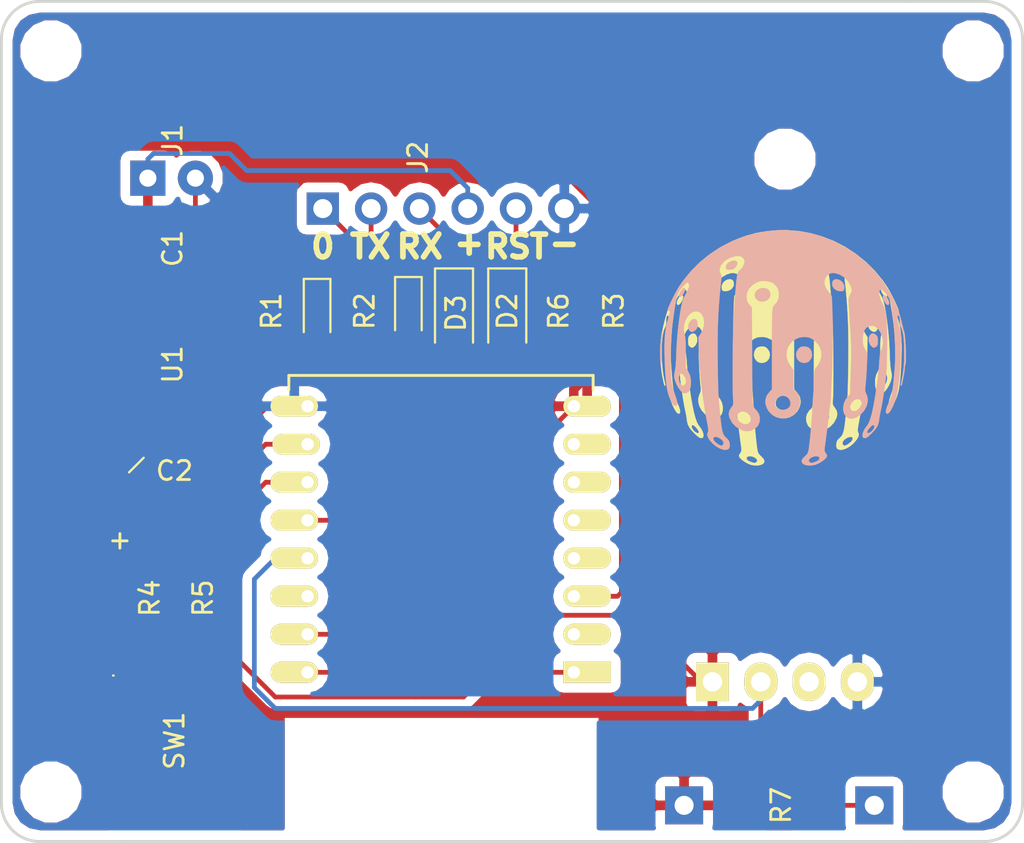
<source format=kicad_pcb>
(kicad_pcb (version 4) (host pcbnew 4.0.7-e2-6376~61~ubuntu18.04.1)

  (general
    (links 42)
    (no_connects 0)
    (area 105.124999 87.724999 158.975001 132.075001)
    (thickness 1.6)
    (drawings 18)
    (tracks 236)
    (zones 0)
    (modules 26)
    (nets 23)
  )

  (page A4)
  (title_block
    (title "ESP-12 station example")
    (date 2018-03-21)
    (rev 1.0)
    (company Siali)
  )

  (layers
    (0 F.Cu signal)
    (31 B.Cu signal)
    (32 B.Adhes user)
    (33 F.Adhes user)
    (34 B.Paste user)
    (35 F.Paste user)
    (36 B.SilkS user)
    (37 F.SilkS user)
    (38 B.Mask user)
    (39 F.Mask user)
    (40 Dwgs.User user)
    (41 Cmts.User user)
    (42 Eco1.User user)
    (43 Eco2.User user)
    (44 Edge.Cuts user)
    (45 Margin user)
    (46 B.CrtYd user)
    (47 F.CrtYd user)
    (48 B.Fab user)
    (49 F.Fab user)
  )

  (setup
    (last_trace_width 0.25)
    (user_trace_width 0.5)
    (user_trace_width 0.6)
    (trace_clearance 0.2)
    (zone_clearance 0.508)
    (zone_45_only yes)
    (trace_min 0.2)
    (segment_width 0.2)
    (edge_width 0.15)
    (via_size 0.6)
    (via_drill 0.4)
    (via_min_size 0.4)
    (via_min_drill 0.3)
    (uvia_size 0.3)
    (uvia_drill 0.1)
    (uvias_allowed no)
    (uvia_min_size 0.2)
    (uvia_min_drill 0.1)
    (pcb_text_width 0.3)
    (pcb_text_size 1.5 1.5)
    (mod_edge_width 0.15)
    (mod_text_size 1 1)
    (mod_text_width 0.15)
    (pad_size 1.55 1.3)
    (pad_drill 0)
    (pad_to_mask_clearance 0.2)
    (aux_axis_origin 107.8 90.4)
    (visible_elements FFFFFF7F)
    (pcbplotparams
      (layerselection 0x010a0_80000001)
      (usegerberextensions false)
      (excludeedgelayer true)
      (linewidth 0.100000)
      (plotframeref false)
      (viasonmask false)
      (mode 1)
      (useauxorigin false)
      (hpglpennumber 1)
      (hpglpenspeed 20)
      (hpglpendiameter 15)
      (hpglpenoverlay 2)
      (psnegative false)
      (psa4output false)
      (plotreference true)
      (plotvalue true)
      (plotinvisibletext false)
      (padsonsilk false)
      (subtractmaskfromsilk false)
      (outputformat 1)
      (mirror false)
      (drillshape 0)
      (scaleselection 1)
      (outputdirectory Gerbers/))
  )

  (net 0 "")
  (net 1 +5V)
  (net 2 GND)
  (net 3 +3V3)
  (net 4 "Net-(D1-Pad2)")
  (net 5 /RESET_5V)
  (net 6 /RESET)
  (net 7 /RXD_5V)
  (net 8 /RXD)
  (net 9 "Net-(D4-Pad2)")
  (net 10 /GPIO0)
  (net 11 /TXD)
  (net 12 /CH_PD)
  (net 13 /GPIO2)
  (net 14 /GPIO15)
  (net 15 /GPIO4)
  (net 16 "Net-(TH1-Pad3)")
  (net 17 "Net-(U2-Pad2)")
  (net 18 "Net-(U2-Pad4)")
  (net 19 "Net-(U2-Pad5)")
  (net 20 "Net-(U2-Pad6)")
  (net 21 "Net-(U2-Pad7)")
  (net 22 "Net-(U2-Pad14)")

  (net_class Default "This is the default net class."
    (clearance 0.2)
    (trace_width 0.25)
    (via_dia 0.6)
    (via_drill 0.4)
    (uvia_dia 0.3)
    (uvia_drill 0.1)
    (add_net +3V3)
    (add_net +5V)
    (add_net /CH_PD)
    (add_net /GPIO0)
    (add_net /GPIO15)
    (add_net /GPIO2)
    (add_net /GPIO4)
    (add_net /RESET)
    (add_net /RESET_5V)
    (add_net /RXD)
    (add_net /RXD_5V)
    (add_net /TXD)
    (add_net GND)
    (add_net "Net-(D1-Pad2)")
    (add_net "Net-(D4-Pad2)")
    (add_net "Net-(TH1-Pad3)")
    (add_net "Net-(U2-Pad14)")
    (add_net "Net-(U2-Pad2)")
    (add_net "Net-(U2-Pad4)")
    (add_net "Net-(U2-Pad5)")
    (add_net "Net-(U2-Pad6)")
    (add_net "Net-(U2-Pad7)")
  )

  (module "siali logos:siali_small" (layer B.Cu) (tedit 0) (tstamp 5AB558A4)
    (at 146.3 106.1 180)
    (fp_text reference G*** (at 0 0 180) (layer B.SilkS) hide
      (effects (font (thickness 0.3)) (justify mirror))
    )
    (fp_text value LOGO (at 0.75 0 180) (layer B.SilkS) hide
      (effects (font (thickness 0.3)) (justify mirror))
    )
    (fp_poly (pts (xy 0.832653 6.216077) (xy 1.476209 6.097141) (xy 2.059585 5.931529) (xy 2.680712 5.689451)
      (xy 3.274676 5.382679) (xy 3.835287 5.015994) (xy 4.356356 4.594177) (xy 4.831691 4.122008)
      (xy 5.255104 3.604269) (xy 5.462817 3.303041) (xy 5.546161 3.165112) (xy 5.642182 2.99178)
      (xy 5.743654 2.797775) (xy 5.843352 2.597827) (xy 5.934051 2.406668) (xy 6.008525 2.239027)
      (xy 6.05955 2.109635) (xy 6.077353 2.050143) (xy 6.089066 1.982428) (xy 6.079062 1.977956)
      (xy 6.059775 2.005549) (xy 6.009185 2.049467) (xy 5.967753 2.028647) (xy 5.950857 1.951969)
      (xy 5.961602 1.885662) (xy 5.990458 1.769953) (xy 6.032353 1.624206) (xy 6.059409 1.537344)
      (xy 6.134575 1.253392) (xy 6.18852 0.933099) (xy 6.221974 0.5682) (xy 6.235665 0.150428)
      (xy 6.230325 -0.328482) (xy 6.228742 -0.381) (xy 6.212215 -0.827883) (xy 6.192488 -1.210263)
      (xy 6.168497 -1.536178) (xy 6.139176 -1.813666) (xy 6.103462 -2.050762) (xy 6.060288 -2.255505)
      (xy 6.00859 -2.435933) (xy 5.947303 -2.600082) (xy 5.92911 -2.642346) (xy 5.837875 -2.824019)
      (xy 5.754671 -2.93636) (xy 5.677121 -2.98186) (xy 5.615642 -2.970802) (xy 5.573022 -2.937017)
      (xy 5.558391 -2.882648) (xy 5.566604 -2.78452) (xy 5.569643 -2.763563) (xy 5.594942 -2.650391)
      (xy 5.640074 -2.498092) (xy 5.696606 -2.334378) (xy 5.714987 -2.286) (xy 5.772092 -2.120612)
      (xy 5.818033 -1.941773) (xy 5.853771 -1.740216) (xy 5.880268 -1.506678) (xy 5.898485 -1.231893)
      (xy 5.909382 -0.906595) (xy 5.913921 -0.521521) (xy 5.914183 -0.365626) (xy 5.903967 0.233559)
      (xy 5.872471 0.790262) (xy 5.817532 1.332006) (xy 5.737212 1.884942) (xy 5.705071 2.081736)
      (xy 5.673093 2.280979) (xy 5.645636 2.455349) (xy 5.631284 2.549013) (xy 5.598323 2.708099)
      (xy 5.550902 2.867393) (xy 5.511477 2.965449) (xy 5.448085 3.072518) (xy 5.359978 3.191216)
      (xy 5.259737 3.308064) (xy 5.159945 3.409582) (xy 5.073183 3.48229) (xy 5.012031 3.512709)
      (xy 5.001448 3.511892) (xy 4.965979 3.468372) (xy 4.943488 3.38312) (xy 4.942243 3.371152)
      (xy 4.940519 3.319751) (xy 4.947765 3.26664) (xy 4.968587 3.200782) (xy 5.007592 3.11114)
      (xy 5.069384 2.986676) (xy 5.158571 2.816354) (xy 5.228855 2.684362) (xy 5.273989 2.567822)
      (xy 5.321006 2.388656) (xy 5.3686 2.15674) (xy 5.415463 1.88195) (xy 5.460288 1.574161)
      (xy 5.501769 1.243248) (xy 5.538597 0.899088) (xy 5.569465 0.551555) (xy 5.593068 0.210526)
      (xy 5.608097 -0.114124) (xy 5.610562 -0.199571) (xy 5.622664 -0.546129) (xy 5.640152 -0.824104)
      (xy 5.66292 -1.032131) (xy 5.684587 -1.14619) (xy 5.716141 -1.298486) (xy 5.720792 -1.424067)
      (xy 5.700013 -1.56301) (xy 5.699916 -1.563476) (xy 5.651032 -1.727649) (xy 5.576191 -1.895384)
      (xy 5.484788 -2.052633) (xy 5.386212 -2.185347) (xy 5.289855 -2.279477) (xy 5.205109 -2.320975)
      (xy 5.192981 -2.32179) (xy 5.059519 -2.301722) (xy 4.962953 -2.238496) (xy 4.896579 -2.123667)
      (xy 4.853691 -1.948789) (xy 4.844306 -1.882584) (xy 4.841845 -1.637393) (xy 5.103278 -1.637393)
      (xy 5.104894 -1.760089) (xy 5.148795 -1.853808) (xy 5.169106 -1.872025) (xy 5.225861 -1.912021)
      (xy 5.260709 -1.919296) (xy 5.312103 -1.901421) (xy 5.314232 -1.900603) (xy 5.387776 -1.837678)
      (xy 5.444556 -1.723352) (xy 5.475771 -1.578352) (xy 5.479143 -1.512102) (xy 5.462885 -1.381356)
      (xy 5.418771 -1.299394) (xy 5.353788 -1.275034) (xy 5.305565 -1.293053) (xy 5.208271 -1.384115)
      (xy 5.139289 -1.505481) (xy 5.103278 -1.637393) (xy 4.841845 -1.637393) (xy 4.84162 -1.615042)
      (xy 4.896506 -1.356807) (xy 5.004142 -1.130203) (xy 5.008105 -1.124173) (xy 5.115975 -0.961571)
      (xy 5.116131 -0.178821) (xy 5.117262 0.099392) (xy 5.120973 0.315731) (xy 5.127925 0.480868)
      (xy 5.13878 0.605474) (xy 5.154199 0.700222) (xy 5.174845 0.775783) (xy 5.175412 0.777455)
      (xy 5.217151 0.99669) (xy 5.206169 1.231481) (xy 5.147919 1.463034) (xy 5.047851 1.672554)
      (xy 4.911415 1.841246) (xy 4.85288 1.889499) (xy 4.692766 1.974677) (xy 4.545839 1.995955)
      (xy 4.416004 1.961409) (xy 4.307167 1.879115) (xy 4.223232 1.757149) (xy 4.168105 1.603586)
      (xy 4.145692 1.426502) (xy 4.159897 1.233974) (xy 4.214625 1.034076) (xy 4.313783 0.834885)
      (xy 4.330406 0.809062) (xy 4.445 0.636035) (xy 4.437251 0.046899) (xy 4.424293 -0.345643)
      (xy 4.396028 -0.793617) (xy 4.354165 -1.281909) (xy 4.300416 -1.795404) (xy 4.236492 -2.318987)
      (xy 4.164105 -2.837545) (xy 4.084964 -3.33596) (xy 4.003321 -3.78611) (xy 3.963888 -3.996863)
      (xy 3.939935 -4.148274) (xy 3.930376 -4.251656) (xy 3.934124 -4.318324) (xy 3.948491 -4.357118)
      (xy 3.987746 -4.467908) (xy 3.968836 -4.591152) (xy 3.889659 -4.738076) (xy 3.872585 -4.762667)
      (xy 3.710687 -4.952331) (xy 3.523219 -5.109658) (xy 3.325492 -5.224805) (xy 3.132819 -5.287928)
      (xy 3.041521 -5.296917) (xy 2.910998 -5.278893) (xy 2.832696 -5.218074) (xy 2.800922 -5.107181)
      (xy 2.803617 -4.992684) (xy 2.810969 -4.946249) (xy 3.125101 -4.946249) (xy 3.158255 -5.030258)
      (xy 3.164114 -5.036457) (xy 3.212857 -5.070994) (xy 3.270003 -5.071706) (xy 3.352361 -5.034671)
      (xy 3.459265 -4.967591) (xy 3.582157 -4.865768) (xy 3.649253 -4.768606) (xy 3.663919 -4.686702)
      (xy 3.62952 -4.630652) (xy 3.54942 -4.611052) (xy 3.426985 -4.6385) (xy 3.363698 -4.666632)
      (xy 3.234368 -4.752307) (xy 3.152654 -4.849555) (xy 3.125101 -4.946249) (xy 2.810969 -4.946249)
      (xy 2.822216 -4.875221) (xy 2.861589 -4.790314) (xy 2.938718 -4.706009) (xy 2.972022 -4.675823)
      (xy 3.043186 -4.606309) (xy 3.100402 -4.531428) (xy 3.146504 -4.441127) (xy 3.184327 -4.325356)
      (xy 3.216706 -4.174062) (xy 3.246476 -3.977195) (xy 3.276471 -3.724702) (xy 3.298073 -3.519714)
      (xy 3.324156 -3.263135) (xy 3.345791 -3.043326) (xy 3.363527 -2.849478) (xy 3.377913 -2.670779)
      (xy 3.3895 -2.496421) (xy 3.398835 -2.315592) (xy 3.406469 -2.117482) (xy 3.412951 -1.89128)
      (xy 3.41883 -1.626177) (xy 3.424656 -1.311361) (xy 3.430978 -0.936023) (xy 3.431753 -0.889)
      (xy 3.439766 -0.185018) (xy 3.439123 0.460436) (xy 3.429257 1.060951) (xy 3.409602 1.63012)
      (xy 3.379593 2.181531) (xy 3.338662 2.728776) (xy 3.286243 3.285446) (xy 3.240234 3.707002)
      (xy 3.237332 3.846479) (xy 3.269745 3.944881) (xy 3.279549 3.960004) (xy 3.333682 4.09722)
      (xy 3.326108 4.254127) (xy 3.258327 4.414755) (xy 3.233334 4.451993) (xy 3.104491 4.605257)
      (xy 2.96151 4.717759) (xy 2.778219 4.80901) (xy 2.727489 4.82909) (xy 2.498605 4.895338)
      (xy 2.309785 4.904448) (xy 2.162838 4.856785) (xy 2.059575 4.752716) (xy 2.027839 4.687576)
      (xy 2.022718 4.59372) (xy 2.054231 4.47035) (xy 2.111722 4.342998) (xy 2.184532 4.237196)
      (xy 2.234539 4.192393) (xy 2.290175 4.15007) (xy 2.335291 4.097952) (xy 2.37193 4.027275)
      (xy 2.402133 3.929279) (xy 2.427943 3.795198) (xy 2.451402 3.61627) (xy 2.474552 3.383733)
      (xy 2.499434 3.088823) (xy 2.503462 3.038417) (xy 2.526765 2.724823) (xy 2.550731 2.366209)
      (xy 2.573692 1.990087) (xy 2.593978 1.623971) (xy 2.609921 1.295375) (xy 2.611799 1.251857)
      (xy 2.621203 0.989731) (xy 2.629319 0.684059) (xy 2.636109 0.344942) (xy 2.641531 -0.017519)
      (xy 2.645547 -0.39322) (xy 2.648118 -0.772062) (xy 2.649203 -1.143942) (xy 2.648764 -1.498758)
      (xy 2.64676 -1.826409) (xy 2.643152 -2.116793) (xy 2.637901 -2.359809) (xy 2.630967 -2.545354)
      (xy 2.626919 -2.612571) (xy 2.617089 -2.763377) (xy 2.617062 -2.862797) (xy 2.631027 -2.931798)
      (xy 2.663171 -2.991347) (xy 2.716467 -3.060894) (xy 2.820708 -3.230204) (xy 2.856118 -3.398623)
      (xy 2.825019 -3.579524) (xy 2.812622 -3.614225) (xy 2.683979 -3.85964) (xy 2.502144 -4.057163)
      (xy 2.292004 -4.196628) (xy 2.080644 -4.287318) (xy 1.893 -4.318189) (xy 1.712508 -4.289788)
      (xy 1.555214 -4.221023) (xy 1.440521 -4.144873) (xy 1.344707 -4.057688) (xy 1.30979 -4.01238)
      (xy 1.229424 -3.815457) (xy 1.219678 -3.688303) (xy 1.689362 -3.688303) (xy 1.715361 -3.805423)
      (xy 1.792231 -3.894585) (xy 1.817151 -3.909251) (xy 1.930797 -3.949043) (xy 2.045478 -3.942343)
      (xy 2.154073 -3.905111) (xy 2.285851 -3.823087) (xy 2.378716 -3.712199) (xy 2.425077 -3.588826)
      (xy 2.417341 -3.469349) (xy 2.384632 -3.407713) (xy 2.26699 -3.307383) (xy 2.124525 -3.271339)
      (xy 1.969068 -3.301229) (xy 1.893745 -3.339216) (xy 1.780839 -3.438198) (xy 1.71195 -3.560228)
      (xy 1.689362 -3.688303) (xy 1.219678 -3.688303) (xy 1.213763 -3.611151) (xy 1.261167 -3.414899)
      (xy 1.369997 -3.242139) (xy 1.394329 -3.216376) (xy 1.436087 -3.175752) (xy 1.472219 -3.139797)
      (xy 1.503151 -3.103242) (xy 1.52931 -3.060816) (xy 1.551124 -3.007252) (xy 1.569019 -2.93728)
      (xy 1.583422 -2.845631) (xy 1.594761 -2.727036) (xy 1.603462 -2.576226) (xy 1.609952 -2.387932)
      (xy 1.614658 -2.156884) (xy 1.618008 -1.877815) (xy 1.620428 -1.545455) (xy 1.622344 -1.154534)
      (xy 1.624185 -0.699784) (xy 1.625563 -0.362857) (xy 1.636411 2.195286) (xy 1.741266 2.304143)
      (xy 1.857909 2.462501) (xy 1.914112 2.641294) (xy 1.922346 2.769148) (xy 1.886313 2.989865)
      (xy 1.784366 3.190665) (xy 1.622138 3.363768) (xy 1.405265 3.501389) (xy 1.385359 3.510801)
      (xy 1.263485 3.560254) (xy 1.15201 3.58484) (xy 1.018456 3.589945) (xy 0.928057 3.586615)
      (xy 0.694342 3.551594) (xy 0.509771 3.469024) (xy 0.364056 3.332999) (xy 0.289067 3.219859)
      (xy 0.225508 3.044478) (xy 0.210759 2.848553) (xy 0.241661 2.653352) (xy 0.315052 2.480142)
      (xy 0.417026 2.358787) (xy 0.45064 2.330024) (xy 0.4793 2.300067) (xy 0.503402 2.263232)
      (xy 0.52334 2.213834) (xy 0.539509 2.146186) (xy 0.552304 2.054605) (xy 0.562119 1.933405)
      (xy 0.569351 1.7769) (xy 0.574392 1.579406) (xy 0.577639 1.335237) (xy 0.579487 1.038709)
      (xy 0.580329 0.684135) (xy 0.580561 0.265832) (xy 0.580572 0.004009) (xy 0.580572 -2.100157)
      (xy 0.725521 -2.267633) (xy 0.807786 -2.374713) (xy 0.869037 -2.476553) (xy 0.890992 -2.532912)
      (xy 0.912105 -2.634295) (xy 0.92573 -2.700546) (xy 0.925622 -2.82717) (xy 0.889174 -2.983926)
      (xy 0.824844 -3.143855) (xy 0.745923 -3.273757) (xy 0.568878 -3.451958) (xy 0.363569 -3.570654)
      (xy 0.141427 -3.631095) (xy -0.086115 -3.634528) (xy -0.307623 -3.582199) (xy -0.511666 -3.475356)
      (xy -0.686811 -3.315248) (xy -0.821624 -3.103121) (xy -0.821824 -3.102692) (xy -0.894001 -2.873066)
      (xy -0.895259 -2.778008) (xy -0.390112 -2.778008) (xy -0.389298 -2.919313) (xy -0.33536 -3.039673)
      (xy -0.237924 -3.131227) (xy -0.106622 -3.186115) (xy 0.04892 -3.196474) (xy 0.219071 -3.154444)
      (xy 0.284397 -3.123723) (xy 0.384366 -3.035569) (xy 0.429874 -2.918459) (xy 0.424144 -2.787475)
      (xy 0.370401 -2.657696) (xy 0.271867 -2.544201) (xy 0.143999 -2.466954) (xy -0.003921 -2.441892)
      (xy -0.153464 -2.476348) (xy -0.280046 -2.562165) (xy -0.328171 -2.623619) (xy -0.390112 -2.778008)
      (xy -0.895259 -2.778008) (xy -0.896953 -2.650088) (xy -0.831962 -2.441888) (xy -0.700312 -2.256594)
      (xy -0.686 -2.242072) (xy -0.544286 -2.101767) (xy -0.544286 -1.085457) (xy -0.402653 -0.896514)
      (xy -0.26623 -0.671166) (xy -0.195401 -0.440591) (xy -0.181631 -0.269535) (xy -0.214623 -0.02625)
      (xy -0.307704 0.190587) (xy -0.450989 0.373763) (xy -0.634592 0.516069) (xy -0.848627 0.610293)
      (xy -1.083208 0.649224) (xy -1.32845 0.625651) (xy -1.387414 0.610007) (xy -1.545879 0.533512)
      (xy -1.706237 0.407233) (xy -1.848187 0.250479) (xy -1.951426 0.08256) (xy -1.958379 0.066968)
      (xy -2.019605 -0.163506) (xy -2.015815 -0.404899) (xy -1.949983 -0.642758) (xy -1.825084 -0.862628)
      (xy -1.748215 -0.954172) (xy -1.7142 -0.992419) (xy -1.688879 -1.032251) (xy -1.670443 -1.085029)
      (xy -1.657083 -1.162115) (xy -1.64699 -1.274871) (xy -1.638358 -1.434659) (xy -1.629377 -1.65284)
      (xy -1.626929 -1.716172) (xy -1.617586 -1.938947) (xy -1.607468 -2.146575) (xy -1.597412 -2.324096)
      (xy -1.588253 -2.456553) (xy -1.581891 -2.521857) (xy -1.573215 -2.610989) (xy -1.563022 -2.754765)
      (xy -1.552428 -2.935305) (xy -1.542547 -3.134731) (xy -1.539992 -3.193143) (xy -1.528284 -3.415529)
      (xy -1.510976 -3.673137) (xy -1.489337 -3.952439) (xy -1.464635 -4.239904) (xy -1.438138 -4.522005)
      (xy -1.411115 -4.78521) (xy -1.384834 -5.015992) (xy -1.360564 -5.200821) (xy -1.340387 -5.322201)
      (xy -1.306077 -5.446455) (xy -1.251123 -5.538374) (xy -1.155437 -5.630188) (xy -1.140993 -5.642131)
      (xy -1.024816 -5.764318) (xy -0.978433 -5.877742) (xy -0.99912 -5.976315) (xy -1.08415 -6.053949)
      (xy -1.230796 -6.104559) (xy -1.354985 -6.11991) (xy -1.504456 -6.115578) (xy -1.657401 -6.091403)
      (xy -1.705428 -6.078257) (xy -1.86078 -6.013602) (xy -2.018478 -5.924229) (xy -2.157789 -5.824066)
      (xy -2.257973 -5.727045) (xy -2.264127 -5.718175) (xy -1.915822 -5.718175) (xy -1.902442 -5.79748)
      (xy -1.832348 -5.865199) (xy -1.69806 -5.928173) (xy -1.678558 -5.935279) (xy -1.564957 -5.972409)
      (xy -1.49307 -5.981977) (xy -1.437575 -5.964225) (xy -1.398039 -5.937961) (xy -1.351239 -5.87213)
      (xy -1.375301 -5.796531) (xy -1.469458 -5.713064) (xy -1.495567 -5.696252) (xy -1.611343 -5.646415)
      (xy -1.731049 -5.628523) (xy -1.834584 -5.641526) (xy -1.901845 -5.684376) (xy -1.915822 -5.718175)
      (xy -2.264127 -5.718175) (xy -2.283916 -5.689658) (xy -2.315651 -5.620665) (xy -2.310813 -5.5655)
      (xy -2.26481 -5.491904) (xy -2.253592 -5.476627) (xy -2.200173 -5.388874) (xy -2.183071 -5.301853)
      (xy -2.192117 -5.19354) (xy -2.259643 -4.700558) (xy -2.320955 -4.226834) (xy -2.373814 -3.790169)
      (xy -2.41347 -3.432502) (xy -2.434314 -3.241503) (xy -2.453965 -3.076466) (xy -2.470709 -2.950714)
      (xy -2.482832 -2.87757) (xy -2.486457 -2.865138) (xy -2.494118 -2.820717) (xy -2.503291 -2.718349)
      (xy -2.512898 -2.572613) (xy -2.521858 -2.398085) (xy -2.523016 -2.371779) (xy -2.531364 -2.18144)
      (xy -2.542141 -1.940449) (xy -2.554359 -1.670643) (xy -2.567031 -1.393859) (xy -2.577805 -1.161143)
      (xy -2.589028 -0.867078) (xy -2.598051 -0.522648) (xy -2.604828 -0.141917) (xy -2.609317 0.26105)
      (xy -2.611473 0.672191) (xy -2.611252 1.077441) (xy -2.608611 1.462737) (xy -2.603505 1.814014)
      (xy -2.59589 2.11721) (xy -2.588635 2.301907) (xy -2.564699 2.801002) (xy -2.440888 2.949194)
      (xy -2.286614 3.165703) (xy -2.199761 3.366704) (xy -2.177278 3.52734) (xy -2.208339 3.707447)
      (xy -2.29333 3.855582) (xy -2.420468 3.961218) (xy -2.577968 4.013827) (xy -2.718223 4.010604)
      (xy -2.960183 3.935789) (xy -3.182805 3.806577) (xy -3.37195 3.635053) (xy -3.513478 3.4333)
      (xy -3.578061 3.27575) (xy -3.608151 3.164235) (xy -3.615529 3.086682) (xy -3.596901 3.012204)
      (xy -3.548974 2.90991) (xy -3.536391 2.884993) (xy -3.487225 2.780534) (xy -3.459615 2.692338)
      (xy -3.449415 2.594553) (xy -3.45248 2.461325) (xy -3.456747 2.388263) (xy -3.485761 1.926159)
      (xy -3.510518 1.528474) (xy -3.531262 1.187197) (xy -3.548241 0.894315) (xy -3.561702 0.641817)
      (xy -3.571889 0.42169) (xy -3.579051 0.225923) (xy -3.583433 0.046503) (xy -3.585283 -0.124581)
      (xy -3.584845 -0.295342) (xy -3.582368 -0.473792) (xy -3.578097 -0.667942) (xy -3.572279 -0.885805)
      (xy -3.565161 -1.135392) (xy -3.565155 -1.135584) (xy -3.529977 -2.362671) (xy -3.418041 -2.47855)
      (xy -3.288102 -2.650613) (xy -3.202628 -2.842904) (xy -3.16207 -3.041704) (xy -3.166878 -3.233291)
      (xy -3.217504 -3.403946) (xy -3.314398 -3.539949) (xy -3.381459 -3.591355) (xy -3.522864 -3.651424)
      (xy -3.667073 -3.653849) (xy -3.829802 -3.59761) (xy -3.905483 -3.557383) (xy -4.111209 -3.406915)
      (xy -4.273764 -3.222353) (xy -4.388394 -3.015563) (xy -4.422479 -2.896085) (xy -4.133774 -2.896085)
      (xy -4.07453 -3.029227) (xy -3.995697 -3.12484) (xy -3.863773 -3.228113) (xy -3.74191 -3.268202)
      (xy -3.637427 -3.244054) (xy -3.5762 -3.185069) (xy -3.526879 -3.07854) (xy -3.534936 -2.967821)
      (xy -3.595789 -2.84276) (xy -3.699574 -2.718483) (xy -3.819781 -2.642447) (xy -3.941528 -2.619988)
      (xy -4.049936 -2.656443) (xy -4.070214 -2.672624) (xy -4.132994 -2.77322) (xy -4.133774 -2.896085)
      (xy -4.422479 -2.896085) (xy -4.450344 -2.798411) (xy -4.454859 -2.582764) (xy -4.397185 -2.380488)
      (xy -4.386051 -2.358046) (xy -4.352182 -2.287818) (xy -4.332159 -2.223239) (xy -4.324738 -2.146286)
      (xy -4.328673 -2.038935) (xy -4.342718 -1.883164) (xy -4.348982 -1.821714) (xy -4.364848 -1.642991)
      (xy -4.381172 -1.416561) (xy -4.396361 -1.167256) (xy -4.408819 -0.919912) (xy -4.412436 -0.83339)
      (xy -4.435868 -0.233495) (xy -4.314185 0.001181) (xy -4.250421 0.132778) (xy -4.213686 0.240963)
      (xy -4.196754 0.356876) (xy -4.1924 0.511655) (xy -4.192379 0.526143) (xy -4.213185 0.782843)
      (xy -4.27504 0.983684) (xy -4.376738 1.126872) (xy -4.517071 1.210612) (xy -4.668004 1.233714)
      (xy -4.824691 1.203564) (xy -4.962728 1.110701) (xy -5.086371 0.951511) (xy -5.157636 0.817989)
      (xy -5.244979 0.558144) (xy -5.260831 0.301316) (xy -5.205117 0.051175) (xy -5.174718 -0.02141)
      (xy -5.134538 -0.121588) (xy -5.105648 -0.232779) (xy -5.084883 -0.373002) (xy -5.06908 -0.560274)
      (xy -5.063211 -0.65641) (xy -5.041715 -0.966245) (xy -5.01108 -1.28718) (xy -4.969586 -1.633212)
      (xy -4.915515 -2.018342) (xy -4.847148 -2.456568) (xy -4.827125 -2.579071) (xy -4.750873 -3.005136)
      (xy -4.674307 -3.359258) (xy -4.597252 -3.642064) (xy -4.519532 -3.854182) (xy -4.440969 -3.996241)
      (xy -4.422256 -4.019652) (xy -4.303252 -4.180681) (xy -4.219745 -4.34433) (xy -4.18058 -4.491339)
      (xy -4.179829 -4.547456) (xy -4.199329 -4.630999) (xy -4.249662 -4.666838) (xy -4.291359 -4.674251)
      (xy -4.3514 -4.670316) (xy -4.418762 -4.63865) (xy -4.507118 -4.570481) (xy -4.630141 -4.457033)
      (xy -4.630659 -4.456537) (xy -4.805469 -4.275909) (xy -4.926913 -4.115865) (xy -4.945779 -4.07792)
      (xy -4.805053 -4.07792) (xy -4.777109 -4.163762) (xy -4.714554 -4.258203) (xy -4.622324 -4.346395)
      (xy -4.618373 -4.349369) (xy -4.513722 -4.41283) (xy -4.44998 -4.416487) (xy -4.42695 -4.360345)
      (xy -4.426857 -4.35439) (xy -4.450573 -4.287644) (xy -4.510087 -4.197683) (xy -4.587948 -4.104909)
      (xy -4.666701 -4.029721) (xy -4.728897 -3.992519) (xy -4.737366 -3.991428) (xy -4.793451 -4.015526)
      (xy -4.805053 -4.07792) (xy -4.945779 -4.07792) (xy -5.004251 -3.96032) (xy -5.046743 -3.793186)
      (xy -5.05629 -3.717085) (xy -5.075196 -3.57602) (xy -5.106486 -3.397887) (xy -5.144204 -3.215836)
      (xy -5.154127 -3.1728) (xy -5.18251 -3.03702) (xy -5.217339 -2.84584) (xy -5.255858 -2.615842)
      (xy -5.295312 -2.363613) (xy -5.332945 -2.105736) (xy -5.340672 -2.050143) (xy -5.372495 -1.812769)
      (xy -5.397927 -1.6046) (xy -5.417866 -1.411735) (xy -5.433209 -1.220273) (xy -5.444855 -1.016313)
      (xy -5.453701 -0.785954) (xy -5.460646 -0.515296) (xy -5.466587 -0.190437) (xy -5.468431 -0.072179)
      (xy -5.473355 0.395805) (xy -5.472399 0.798502) (xy -5.464854 1.143008) (xy -5.45001 1.436424)
      (xy -5.42716 1.685847) (xy -5.395594 1.898378) (xy -5.354602 2.081113) (xy -5.303477 2.241153)
      (xy -5.241508 2.385595) (xy -5.218403 2.431345) (xy -5.118472 2.648135) (xy -5.060423 2.833465)
      (xy -5.045287 2.980455) (xy -5.074093 3.082226) (xy -5.115314 3.120052) (xy -5.164999 3.138363)
      (xy -5.212635 3.126799) (xy -5.275829 3.076454) (xy -5.350629 3.001005) (xy -5.498035 2.824519)
      (xy -5.604169 2.638822) (xy -5.676288 2.425857) (xy -5.721645 2.167564) (xy -5.733982 2.046797)
      (xy -5.75219 1.853321) (xy -5.77312 1.65734) (xy -5.793565 1.487899) (xy -5.803898 1.413491)
      (xy -5.828354 1.21289) (xy -5.850799 0.95843) (xy -5.870359 0.668814) (xy -5.886162 0.362745)
      (xy -5.897334 0.058926) (xy -5.903004 -0.22394) (xy -5.902297 -0.46715) (xy -5.897815 -0.598714)
      (xy -5.880283 -0.887972) (xy -5.858447 -1.18468) (xy -5.833543 -1.476555) (xy -5.806806 -1.751316)
      (xy -5.779472 -1.996681) (xy -5.752776 -2.200367) (xy -5.727953 -2.350093) (xy -5.716468 -2.401511)
      (xy -5.674877 -2.531735) (xy -5.612605 -2.693246) (xy -5.542486 -2.852961) (xy -5.536268 -2.866034)
      (xy -5.456359 -3.057076) (xy -5.414503 -3.213632) (xy -5.411806 -3.327865) (xy -5.449379 -3.39194)
      (xy -5.461085 -3.397768) (xy -5.525518 -3.386023) (xy -5.601856 -3.314251) (xy -5.684744 -3.192913)
      (xy -5.768825 -3.032471) (xy -5.848744 -2.843386) (xy -5.919146 -2.636119) (xy -5.974674 -2.421133)
      (xy -5.983801 -2.376714) (xy -6.048641 -2.020746) (xy -6.099408 -1.680883) (xy -6.137819 -1.339141)
      (xy -6.165593 -0.977538) (xy -6.184448 -0.578092) (xy -6.195386 -0.162191) (xy -6.200503 0.127244)
      (xy -6.203312 0.35508) (xy -6.203253 0.532266) (xy -6.199764 0.669754) (xy -6.192282 0.778495)
      (xy -6.180246 0.869439) (xy -6.163095 0.953536) (xy -6.140267 1.041738) (xy -6.132134 1.070967)
      (xy -6.078476 1.279808) (xy -6.040162 1.4654) (xy -6.018864 1.616102) (xy -6.016252 1.72027)
      (xy -6.032462 1.76544) (xy -6.084847 1.767763) (xy -6.121121 1.705782) (xy -6.138643 1.586505)
      (xy -6.138798 1.483363) (xy -6.14036 1.334935) (xy -6.164023 1.222978) (xy -6.21714 1.11291)
      (xy -6.217785 1.111804) (xy -6.272588 0.974808) (xy -6.316494 0.777488) (xy -6.349209 0.531314)
      (xy -6.370438 0.247755) (xy -6.379887 -0.06172) (xy -6.37726 -0.385642) (xy -6.362263 -0.712541)
      (xy -6.334602 -1.030948) (xy -6.293982 -1.329393) (xy -6.282231 -1.397) (xy -6.250629 -1.564444)
      (xy -6.221178 -1.709689) (xy -6.197553 -1.815216) (xy -6.185174 -1.859643) (xy -6.181675 -1.912375)
      (xy -6.200283 -1.923143) (xy -6.218536 -1.920053) (xy -6.234247 -1.903786) (xy -6.250397 -1.863846)
      (xy -6.269966 -1.789738) (xy -6.295936 -1.670965) (xy -6.331287 -1.497034) (xy -6.354854 -1.378857)
      (xy -6.396957 -1.109252) (xy -6.428144 -0.791158) (xy -6.447526 -0.447961) (xy -6.454213 -0.103045)
      (xy -6.447318 0.220202) (xy -6.426138 0.496787) (xy -6.38757 0.758582) (xy -6.330474 1.053824)
      (xy -6.259738 1.363139) (xy -6.180252 1.667151) (xy -6.096903 1.946486) (xy -6.01458 2.181769)
      (xy -5.979283 2.267857) (xy -5.665388 2.907386) (xy -5.306168 3.490756) (xy -4.899823 4.019878)
      (xy -4.444555 4.496661) (xy -3.938565 4.923017) (xy -3.380054 5.300855) (xy -2.849196 5.592007)
      (xy -2.365607 5.812339) (xy -1.901424 5.981268) (xy -1.433848 6.106429) (xy -1.143 6.163555)
      (xy -0.467901 6.248629) (xy 0.187633 6.266355) (xy 0.832653 6.216077)) (layer B.SilkS) (width 0.01))
    (fp_poly (pts (xy 6.3469 0.992026) (xy 6.373493 0.907143) (xy 6.392767 0.807279) (xy 6.410303 0.656106)
      (xy 6.425663 0.466907) (xy 6.438407 0.252964) (xy 6.448097 0.02756) (xy 6.454295 -0.196024)
      (xy 6.456562 -0.404503) (xy 6.454459 -0.584598) (xy 6.447547 -0.723023) (xy 6.435389 -0.806499)
      (xy 6.430502 -0.819112) (xy 6.417457 -0.812648) (xy 6.405746 -0.742691) (xy 6.395223 -0.60716)
      (xy 6.385743 -0.403974) (xy 6.377159 -0.131052) (xy 6.374255 -0.015092) (xy 6.367657 0.236243)
      (xy 6.360309 0.469924) (xy 6.352684 0.673988) (xy 6.345253 0.836473) (xy 6.338489 0.945416)
      (xy 6.335005 0.979714) (xy 6.332998 1.018641) (xy 6.3469 0.992026)) (layer B.SilkS) (width 0.01))
    (fp_poly (pts (xy -0.993883 0.137851) (xy -0.912466 0.106786) (xy -0.830937 0.035738) (xy -0.811641 0.015559)
      (xy -0.714674 -0.134784) (xy -0.686742 -0.301879) (xy -0.72898 -0.476862) (xy -0.744471 -0.509188)
      (xy -0.844385 -0.630728) (xy -0.981161 -0.703435) (xy -1.134886 -0.723655) (xy -1.285652 -0.68773)
      (xy -1.380211 -0.625928) (xy -1.487551 -0.484464) (xy -1.53062 -0.316651) (xy -1.506323 -0.13518)
      (xy -1.502612 -0.124009) (xy -1.427911 0.02068) (xy -1.317916 0.107117) (xy -1.162024 0.142566)
      (xy -1.110999 0.144336) (xy -0.993883 0.137851)) (layer B.SilkS) (width 0.01))
    (fp_poly (pts (xy -4.59649 0.776362) (xy -4.531899 0.663253) (xy -4.515003 0.597787) (xy -4.510512 0.411986)
      (xy -4.573376 0.25101) (xy -4.635805 0.172357) (xy -4.721775 0.096125) (xy -4.792651 0.078718)
      (xy -4.871886 0.117474) (xy -4.903623 0.141937) (xy -4.953121 0.193276) (xy -4.979113 0.25992)
      (xy -4.988568 0.365253) (xy -4.989286 0.4293) (xy -4.983803 0.564075) (xy -4.962394 0.653132)
      (xy -4.917621 0.722822) (xy -4.901318 0.740934) (xy -4.792423 0.819362) (xy -4.687072 0.829784)
      (xy -4.59649 0.776362)) (layer B.SilkS) (width 0.01))
    (fp_poly (pts (xy 4.783817 1.563834) (xy 4.877286 1.478775) (xy 4.94829 1.361124) (xy 4.981261 1.23061)
      (xy 4.981845 1.218426) (xy 4.96384 1.063275) (xy 4.906409 0.959354) (xy 4.81965 0.911906)
      (xy 4.713662 0.926173) (xy 4.598544 1.007398) (xy 4.590728 1.015389) (xy 4.526141 1.095386)
      (xy 4.496643 1.17818) (xy 4.491 1.296886) (xy 4.491236 1.308631) (xy 4.506507 1.45891)
      (xy 4.548522 1.549645) (xy 4.624119 1.591082) (xy 4.683454 1.596572) (xy 4.783817 1.563834)) (layer B.SilkS) (width 0.01))
    (fp_poly (pts (xy -5.282328 2.832574) (xy -5.249292 2.769836) (xy -5.26052 2.68831) (xy -5.314833 2.544)
      (xy -5.382215 2.429326) (xy -5.453465 2.353981) (xy -5.519381 2.327657) (xy -5.570763 2.360047)
      (xy -5.571312 2.360926) (xy -5.587004 2.43809) (xy -5.566379 2.538398) (xy -5.519426 2.645546)
      (xy -5.456135 2.743232) (xy -5.386495 2.815152) (xy -5.320495 2.845004) (xy -5.282328 2.832574)) (layer B.SilkS) (width 0.01))
    (fp_poly (pts (xy 1.139697 3.212693) (xy 1.248281 3.178833) (xy 1.385056 3.090103) (xy 1.466304 2.970383)
      (xy 1.48853 2.834591) (xy 1.448236 2.697647) (xy 1.381649 2.60978) (xy 1.250399 2.526623)
      (xy 1.092449 2.501326) (xy 0.926383 2.535045) (xy 0.842903 2.576338) (xy 0.719876 2.683374)
      (xy 0.664163 2.815878) (xy 0.668696 2.95624) (xy 0.726064 3.087166) (xy 0.832848 3.177068)
      (xy 0.975306 3.22067) (xy 1.139697 3.212693)) (layer B.SilkS) (width 0.01))
    (fp_poly (pts (xy 5.214796 3.222767) (xy 5.277196 3.183011) (xy 5.350384 3.098751) (xy 5.417878 2.992735)
      (xy 5.463197 2.887714) (xy 5.466645 2.875142) (xy 5.470286 2.788781) (xy 5.435994 2.747992)
      (xy 5.375043 2.765058) (xy 5.369434 2.769229) (xy 5.283138 2.85434) (xy 5.213947 2.955234)
      (xy 5.166854 3.057272) (xy 5.146848 3.145813) (xy 5.158924 3.206215) (xy 5.208072 3.223839)
      (xy 5.214796 3.222767)) (layer B.SilkS) (width 0.01))
    (fp_poly (pts (xy -2.713713 3.670877) (xy -2.632351 3.61565) (xy -2.586545 3.514141) (xy -2.582589 3.485963)
      (xy -2.598408 3.326786) (xy -2.680257 3.195881) (xy -2.777864 3.119331) (xy -2.895693 3.069441)
      (xy -3.022967 3.049734) (xy -3.132835 3.062038) (xy -3.185885 3.091543) (xy -3.214799 3.154756)
      (xy -3.2291 3.253274) (xy -3.229428 3.270188) (xy -3.204402 3.4027) (xy -3.137883 3.514631)
      (xy -3.042714 3.601698) (xy -2.931735 3.659617) (xy -2.817788 3.684105) (xy -2.713713 3.670877)) (layer B.SilkS) (width 0.01))
    (fp_poly (pts (xy 2.74001 4.62819) (xy 2.895045 4.543299) (xy 2.98439 4.433301) (xy 3.006054 4.30071)
      (xy 3.00528 4.293131) (xy 2.989403 4.226551) (xy 2.947343 4.195341) (xy 2.856677 4.183808)
      (xy 2.848429 4.183359) (xy 2.733993 4.186231) (xy 2.6389 4.20314) (xy 2.626655 4.20755)
      (xy 2.530802 4.274336) (xy 2.448138 4.376226) (xy 2.399825 4.484403) (xy 2.394857 4.523243)
      (xy 2.423402 4.6134) (xy 2.502949 4.660151) (xy 2.624371 4.660721) (xy 2.74001 4.62819)) (layer B.SilkS) (width 0.01))
  )

  (module Pin_Headers:Pin_Header_Angled_1x06_Pitch2.54mm (layer F.Cu) (tedit 5AB529D3) (tstamp 5AB196E1)
    (at 122.1 98.7 90)
    (descr "Through hole angled pin header, 1x06, 2.54mm pitch, 6mm pin length, single row")
    (tags "Through hole angled pin header THT 1x06 2.54mm single row")
    (path /5AB1B660)
    (fp_text reference J2 (at 2.7 5 270) (layer F.SilkS)
      (effects (font (size 1 1) (thickness 0.15)))
    )
    (fp_text value Conn_01x06 (at 4.385 14.97 90) (layer F.Fab) hide
      (effects (font (size 1 1) (thickness 0.15)))
    )
    (fp_line (start 2.135 -1.27) (end 4.04 -1.27) (layer F.Fab) (width 0.1))
    (fp_line (start 4.04 -1.27) (end 4.04 13.97) (layer F.Fab) (width 0.1))
    (fp_line (start 4.04 13.97) (end 1.5 13.97) (layer F.Fab) (width 0.1))
    (fp_line (start 1.5 13.97) (end 1.5 -0.635) (layer F.Fab) (width 0.1))
    (fp_line (start 1.5 -0.635) (end 2.135 -1.27) (layer F.Fab) (width 0.1))
    (fp_line (start -0.32 -0.32) (end 1.5 -0.32) (layer F.Fab) (width 0.1))
    (fp_line (start -0.32 -0.32) (end -0.32 0.32) (layer F.Fab) (width 0.1))
    (fp_line (start -0.32 0.32) (end 1.5 0.32) (layer F.Fab) (width 0.1))
    (fp_line (start 4.04 -0.32) (end 10.04 -0.32) (layer F.Fab) (width 0.1))
    (fp_line (start 10.04 -0.32) (end 10.04 0.32) (layer F.Fab) (width 0.1))
    (fp_line (start 4.04 0.32) (end 10.04 0.32) (layer F.Fab) (width 0.1))
    (fp_line (start -0.32 2.22) (end 1.5 2.22) (layer F.Fab) (width 0.1))
    (fp_line (start -0.32 2.22) (end -0.32 2.86) (layer F.Fab) (width 0.1))
    (fp_line (start -0.32 2.86) (end 1.5 2.86) (layer F.Fab) (width 0.1))
    (fp_line (start 4.04 2.22) (end 10.04 2.22) (layer F.Fab) (width 0.1))
    (fp_line (start 10.04 2.22) (end 10.04 2.86) (layer F.Fab) (width 0.1))
    (fp_line (start 4.04 2.86) (end 10.04 2.86) (layer F.Fab) (width 0.1))
    (fp_line (start -0.32 4.76) (end 1.5 4.76) (layer F.Fab) (width 0.1))
    (fp_line (start -0.32 4.76) (end -0.32 5.4) (layer F.Fab) (width 0.1))
    (fp_line (start -0.32 5.4) (end 1.5 5.4) (layer F.Fab) (width 0.1))
    (fp_line (start 4.04 4.76) (end 10.04 4.76) (layer F.Fab) (width 0.1))
    (fp_line (start 10.04 4.76) (end 10.04 5.4) (layer F.Fab) (width 0.1))
    (fp_line (start 4.04 5.4) (end 10.04 5.4) (layer F.Fab) (width 0.1))
    (fp_line (start -0.32 7.3) (end 1.5 7.3) (layer F.Fab) (width 0.1))
    (fp_line (start -0.32 7.3) (end -0.32 7.94) (layer F.Fab) (width 0.1))
    (fp_line (start -0.32 7.94) (end 1.5 7.94) (layer F.Fab) (width 0.1))
    (fp_line (start 4.04 7.3) (end 10.04 7.3) (layer F.Fab) (width 0.1))
    (fp_line (start 10.04 7.3) (end 10.04 7.94) (layer F.Fab) (width 0.1))
    (fp_line (start 4.04 7.94) (end 10.04 7.94) (layer F.Fab) (width 0.1))
    (fp_line (start -0.32 9.84) (end 1.5 9.84) (layer F.Fab) (width 0.1))
    (fp_line (start -0.32 9.84) (end -0.32 10.48) (layer F.Fab) (width 0.1))
    (fp_line (start -0.32 10.48) (end 1.5 10.48) (layer F.Fab) (width 0.1))
    (fp_line (start 4.04 9.84) (end 10.04 9.84) (layer F.Fab) (width 0.1))
    (fp_line (start 10.04 9.84) (end 10.04 10.48) (layer F.Fab) (width 0.1))
    (fp_line (start 4.04 10.48) (end 10.04 10.48) (layer F.Fab) (width 0.1))
    (fp_line (start -0.32 12.38) (end 1.5 12.38) (layer F.Fab) (width 0.1))
    (fp_line (start -0.32 12.38) (end -0.32 13.02) (layer F.Fab) (width 0.1))
    (fp_line (start -0.32 13.02) (end 1.5 13.02) (layer F.Fab) (width 0.1))
    (fp_line (start 4.04 12.38) (end 10.04 12.38) (layer F.Fab) (width 0.1))
    (fp_line (start 10.04 12.38) (end 10.04 13.02) (layer F.Fab) (width 0.1))
    (fp_line (start 4.04 13.02) (end 10.04 13.02) (layer F.Fab) (width 0.1))
    (fp_line (start -1.8 -1.8) (end -1.8 14.5) (layer F.CrtYd) (width 0.05))
    (fp_line (start -1.8 14.5) (end 10.55 14.5) (layer F.CrtYd) (width 0.05))
    (fp_line (start 10.55 14.5) (end 10.55 -1.8) (layer F.CrtYd) (width 0.05))
    (fp_line (start 10.55 -1.8) (end -1.8 -1.8) (layer F.CrtYd) (width 0.05))
    (fp_text user %R (at 2.77 6.35 180) (layer F.Fab) hide
      (effects (font (size 1 1) (thickness 0.15)))
    )
    (pad 1 thru_hole rect (at 0 0 90) (size 1.7 1.7) (drill 1) (layers *.Cu *.Mask)
      (net 10 /GPIO0))
    (pad 2 thru_hole oval (at 0 2.54 90) (size 1.7 1.7) (drill 1) (layers *.Cu *.Mask)
      (net 11 /TXD))
    (pad 3 thru_hole oval (at 0 5.08 90) (size 1.7 1.7) (drill 1) (layers *.Cu *.Mask)
      (net 7 /RXD_5V))
    (pad 4 thru_hole oval (at 0 7.62 90) (size 1.7 1.7) (drill 1) (layers *.Cu *.Mask)
      (net 1 +5V))
    (pad 5 thru_hole oval (at 0 10.16 90) (size 1.7 1.7) (drill 1) (layers *.Cu *.Mask)
      (net 5 /RESET_5V))
    (pad 6 thru_hole oval (at 0 12.7 90) (size 1.7 1.7) (drill 1) (layers *.Cu *.Mask)
      (net 2 GND))
    (model ${KISYS3DMOD}/Pin_Headers.3dshapes/Pin_Header_Angled_1x06_Pitch2.54mm.wrl
      (at (xyz 0 0 0))
      (scale (xyz 1 1 1))
      (rotate (xyz 0 0 0))
    )
  )

  (module Resistors_SMD:R_1206 (layer F.Cu) (tedit 5AB52A0D) (tstamp 5AB196E7)
    (at 119.4 104.2 270)
    (descr "Resistor SMD 1206, reflow soldering, Vishay (see dcrcw.pdf)")
    (tags "resistor 1206")
    (path /5AB0C627)
    (attr smd)
    (fp_text reference R1 (at -0.1 0 270) (layer F.SilkS)
      (effects (font (size 1 1) (thickness 0.15)))
    )
    (fp_text value 1k (at 0 1.95 270) (layer F.Fab) hide
      (effects (font (size 1 1) (thickness 0.15)))
    )
    (fp_text user %R (at -0.3 -0.1 270) (layer F.Fab) hide
      (effects (font (size 0.7 0.7) (thickness 0.105)))
    )
    (fp_line (start -1.6 0.8) (end -1.6 -0.8) (layer F.Fab) (width 0.1))
    (fp_line (start 1.6 0.8) (end -1.6 0.8) (layer F.Fab) (width 0.1))
    (fp_line (start 1.6 -0.8) (end 1.6 0.8) (layer F.Fab) (width 0.1))
    (fp_line (start -1.6 -0.8) (end 1.6 -0.8) (layer F.Fab) (width 0.1))
    (fp_line (start -2.15 -1.11) (end 2.15 -1.11) (layer F.CrtYd) (width 0.05))
    (fp_line (start -2.15 -1.11) (end -2.15 1.1) (layer F.CrtYd) (width 0.05))
    (fp_line (start 2.15 1.1) (end 2.15 -1.11) (layer F.CrtYd) (width 0.05))
    (fp_line (start 2.15 1.1) (end -2.15 1.1) (layer F.CrtYd) (width 0.05))
    (pad 1 smd rect (at -1.45 0 270) (size 0.9 1.7) (layers F.Cu F.Paste F.Mask)
      (net 3 +3V3))
    (pad 2 smd rect (at 1.45 0 270) (size 0.9 1.7) (layers F.Cu F.Paste F.Mask)
      (net 4 "Net-(D1-Pad2)"))
    (model ${KISYS3DMOD}/Resistors_SMD.3dshapes/R_1206.wrl
      (at (xyz 0 0 0))
      (scale (xyz 1 1 1))
      (rotate (xyz 0 0 0))
    )
  )

  (module Capacitors_SMD:C_1206 (layer F.Cu) (tedit 5AB529AF) (tstamp 5AB196B3)
    (at 114.1 100.8)
    (descr "Capacitor SMD 1206, reflow soldering, AVX (see smccp.pdf)")
    (tags "capacitor 1206")
    (path /5AB1745A)
    (attr smd)
    (fp_text reference C1 (at 0.1 0 90) (layer F.SilkS)
      (effects (font (size 1 1) (thickness 0.15)))
    )
    (fp_text value 10u (at 0 2) (layer F.Fab) hide
      (effects (font (size 1 1) (thickness 0.15)))
    )
    (fp_text user %R (at 0 -1.75) (layer F.Fab) hide
      (effects (font (size 1 1) (thickness 0.15)))
    )
    (fp_line (start -1.6 0.8) (end -1.6 -0.8) (layer F.Fab) (width 0.1))
    (fp_line (start 1.6 0.8) (end -1.6 0.8) (layer F.Fab) (width 0.1))
    (fp_line (start 1.6 -0.8) (end 1.6 0.8) (layer F.Fab) (width 0.1))
    (fp_line (start -1.6 -0.8) (end 1.6 -0.8) (layer F.Fab) (width 0.1))
    (fp_line (start -2.25 -1.05) (end 2.25 -1.05) (layer F.CrtYd) (width 0.05))
    (fp_line (start -2.25 -1.05) (end -2.25 1.05) (layer F.CrtYd) (width 0.05))
    (fp_line (start 2.25 1.05) (end 2.25 -1.05) (layer F.CrtYd) (width 0.05))
    (fp_line (start 2.25 1.05) (end -2.25 1.05) (layer F.CrtYd) (width 0.05))
    (pad 1 smd rect (at -1.5 0) (size 1 1.6) (layers F.Cu F.Paste F.Mask)
      (net 1 +5V))
    (pad 2 smd rect (at 1.5 0) (size 1 1.6) (layers F.Cu F.Paste F.Mask)
      (net 2 GND))
    (model Capacitors_SMD.3dshapes/C_1206.wrl
      (at (xyz 0 0 0))
      (scale (xyz 1 1 1))
      (rotate (xyz 0 0 0))
    )
  )

  (module Capacitors_SMD:CP_Elec_4x5.7 (layer F.Cu) (tedit 5AB52944) (tstamp 5AB196B9)
    (at 114.2 114.1)
    (descr "SMT capacitor, aluminium electrolytic, 4x5.7")
    (path /5AB1753E)
    (attr smd)
    (fp_text reference C2 (at 0.1 -1.6) (layer F.SilkS)
      (effects (font (size 1 1) (thickness 0.15)))
    )
    (fp_text value 22u (at 0 -3.54) (layer F.Fab) hide
      (effects (font (size 1 1) (thickness 0.15)))
    )
    (fp_circle (center 0 0) (end 0.3 2.1) (layer F.Fab) (width 0.1))
    (fp_text user + (at -1.1 -0.08) (layer F.Fab)
      (effects (font (size 1 1) (thickness 0.15)))
    )
    (fp_text user + (at -2.77 2.01) (layer F.SilkS)
      (effects (font (size 1 1) (thickness 0.15)))
    )
    (fp_text user %R (at 0 3.54) (layer F.Fab) hide
      (effects (font (size 1 1) (thickness 0.15)))
    )
    (fp_line (start 2.13 2.13) (end 2.13 -2.13) (layer F.Fab) (width 0.1))
    (fp_line (start -1.46 2.13) (end 2.13 2.13) (layer F.Fab) (width 0.1))
    (fp_line (start -2.13 1.46) (end -1.46 2.13) (layer F.Fab) (width 0.1))
    (fp_line (start -2.13 -1.46) (end -2.13 1.46) (layer F.Fab) (width 0.1))
    (fp_line (start -1.46 -2.13) (end -2.13 -1.46) (layer F.Fab) (width 0.1))
    (fp_line (start 2.13 -2.13) (end -1.46 -2.13) (layer F.Fab) (width 0.1))
    (fp_line (start -1.52 -2.29) (end -2.29 -1.52) (layer F.SilkS) (width 0.12))
    (fp_line (start -3.35 -2.39) (end 3.35 -2.39) (layer F.CrtYd) (width 0.05))
    (fp_line (start -3.35 -2.39) (end -3.35 2.38) (layer F.CrtYd) (width 0.05))
    (fp_line (start 3.35 2.38) (end 3.35 -2.39) (layer F.CrtYd) (width 0.05))
    (fp_line (start 3.35 2.38) (end -3.35 2.38) (layer F.CrtYd) (width 0.05))
    (pad 1 smd rect (at -1.8 0 180) (size 2.6 1.6) (layers F.Cu F.Paste F.Mask)
      (net 3 +3V3))
    (pad 2 smd rect (at 1.8 0 180) (size 2.6 1.6) (layers F.Cu F.Paste F.Mask)
      (net 2 GND))
    (model Capacitors_SMD.3dshapes/CP_Elec_4x5.7.wrl
      (at (xyz 0 0 0))
      (scale (xyz 1 1 1))
      (rotate (xyz 0 0 180))
    )
  )

  (module LEDs:LED_0805 (layer F.Cu) (tedit 5AB53A9B) (tstamp 5AB196BF)
    (at 121.8 104.2 270)
    (descr "LED 0805 smd package")
    (tags "LED led 0805 SMD smd SMT smt smdled SMDLED smtled SMTLED")
    (path /5AB0C47C)
    (attr smd)
    (fp_text reference D1 (at -0.2 0 270) (layer Cmts.User) hide
      (effects (font (size 1 1) (thickness 0.15)))
    )
    (fp_text value LED (at 0 1.55 270) (layer F.Fab) hide
      (effects (font (size 1 1) (thickness 0.15)))
    )
    (fp_line (start -1.8 -0.7) (end -1.8 0.7) (layer F.SilkS) (width 0.12))
    (fp_line (start -0.4 -0.4) (end -0.4 0.4) (layer F.Fab) (width 0.1))
    (fp_line (start -0.4 0) (end 0.2 -0.4) (layer F.Fab) (width 0.1))
    (fp_line (start 0.2 0.4) (end -0.4 0) (layer F.Fab) (width 0.1))
    (fp_line (start 0.2 -0.4) (end 0.2 0.4) (layer F.Fab) (width 0.1))
    (fp_line (start 1 0.6) (end -1 0.6) (layer F.Fab) (width 0.1))
    (fp_line (start 1 -0.6) (end 1 0.6) (layer F.Fab) (width 0.1))
    (fp_line (start -1 -0.6) (end 1 -0.6) (layer F.Fab) (width 0.1))
    (fp_line (start -1 0.6) (end -1 -0.6) (layer F.Fab) (width 0.1))
    (fp_line (start -1.8 0.7) (end 1 0.7) (layer F.SilkS) (width 0.12))
    (fp_line (start -1.8 -0.7) (end 1 -0.7) (layer F.SilkS) (width 0.12))
    (fp_line (start 1.95 -0.85) (end 1.95 0.85) (layer F.CrtYd) (width 0.05))
    (fp_line (start 1.95 0.85) (end -1.95 0.85) (layer F.CrtYd) (width 0.05))
    (fp_line (start -1.95 0.85) (end -1.95 -0.85) (layer F.CrtYd) (width 0.05))
    (fp_line (start -1.95 -0.85) (end 1.95 -0.85) (layer F.CrtYd) (width 0.05))
    (fp_text user %R (at 0 -1.25 270) (layer F.Fab) hide
      (effects (font (size 0.4 0.4) (thickness 0.1)))
    )
    (pad 2 smd rect (at 1.1 0 90) (size 1.2 1.2) (layers F.Cu F.Paste F.Mask)
      (net 4 "Net-(D1-Pad2)"))
    (pad 1 smd rect (at -1.1 0 90) (size 1.2 1.2) (layers F.Cu F.Paste F.Mask)
      (net 2 GND))
    (model ${KISYS3DMOD}/LEDs.3dshapes/LED_0805.wrl
      (at (xyz 0 0 0))
      (scale (xyz 1 1 1))
      (rotate (xyz 0 0 180))
    )
  )

  (module Diodes_SMD:D_SOD-123 (layer F.Cu) (tedit 5AB52A3E) (tstamp 5AB196C5)
    (at 131.8 104.1 270)
    (descr SOD-123)
    (tags SOD-123)
    (path /5AB1A0EF)
    (attr smd)
    (fp_text reference D2 (at 0 0 270) (layer F.SilkS)
      (effects (font (size 1 1) (thickness 0.15)))
    )
    (fp_text value 1n4148 (at 0 2.1 270) (layer F.Fab) hide
      (effects (font (size 1 1) (thickness 0.15)))
    )
    (fp_text user %R (at 0 -2 270) (layer F.Fab) hide
      (effects (font (size 1 1) (thickness 0.15)))
    )
    (fp_line (start -2.25 -1) (end -2.25 1) (layer F.SilkS) (width 0.12))
    (fp_line (start 0.25 0) (end 0.75 0) (layer F.Fab) (width 0.1))
    (fp_line (start 0.25 0.4) (end -0.35 0) (layer F.Fab) (width 0.1))
    (fp_line (start 0.25 -0.4) (end 0.25 0.4) (layer F.Fab) (width 0.1))
    (fp_line (start -0.35 0) (end 0.25 -0.4) (layer F.Fab) (width 0.1))
    (fp_line (start -0.35 0) (end -0.35 0.55) (layer F.Fab) (width 0.1))
    (fp_line (start -0.35 0) (end -0.35 -0.55) (layer F.Fab) (width 0.1))
    (fp_line (start -0.75 0) (end -0.35 0) (layer F.Fab) (width 0.1))
    (fp_line (start -1.4 0.9) (end -1.4 -0.9) (layer F.Fab) (width 0.1))
    (fp_line (start 1.4 0.9) (end -1.4 0.9) (layer F.Fab) (width 0.1))
    (fp_line (start 1.4 -0.9) (end 1.4 0.9) (layer F.Fab) (width 0.1))
    (fp_line (start -1.4 -0.9) (end 1.4 -0.9) (layer F.Fab) (width 0.1))
    (fp_line (start -2.35 -1.15) (end 2.35 -1.15) (layer F.CrtYd) (width 0.05))
    (fp_line (start 2.35 -1.15) (end 2.35 1.15) (layer F.CrtYd) (width 0.05))
    (fp_line (start 2.35 1.15) (end -2.35 1.15) (layer F.CrtYd) (width 0.05))
    (fp_line (start -2.35 -1.15) (end -2.35 1.15) (layer F.CrtYd) (width 0.05))
    (fp_line (start -2.25 1) (end 1.65 1) (layer F.SilkS) (width 0.12))
    (fp_line (start -2.25 -1) (end 1.65 -1) (layer F.SilkS) (width 0.12))
    (pad 1 smd rect (at -1.65 0 270) (size 0.9 1.2) (layers F.Cu F.Paste F.Mask)
      (net 5 /RESET_5V))
    (pad 2 smd rect (at 1.65 0 270) (size 0.9 1.2) (layers F.Cu F.Paste F.Mask)
      (net 6 /RESET))
    (model ${KISYS3DMOD}/Diodes_SMD.3dshapes/D_SOD-123.wrl
      (at (xyz 0 0 0))
      (scale (xyz 1 1 1))
      (rotate (xyz 0 0 0))
    )
  )

  (module Diodes_SMD:D_SOD-123 (layer F.Cu) (tedit 5AB532EE) (tstamp 5AB196CB)
    (at 129 104.1 270)
    (descr SOD-123)
    (tags SOD-123)
    (path /5AB19E44)
    (attr smd)
    (fp_text reference D3 (at 0.1 -0.1 270) (layer F.SilkS)
      (effects (font (size 1 1) (thickness 0.15)))
    )
    (fp_text value 1n4148 (at 0 2.1 270) (layer F.Fab) hide
      (effects (font (size 1 1) (thickness 0.15)))
    )
    (fp_text user %R (at 0 -2 270) (layer F.Fab) hide
      (effects (font (size 1 1) (thickness 0.15)))
    )
    (fp_line (start -2.25 -1) (end -2.25 1) (layer F.SilkS) (width 0.12))
    (fp_line (start 0.25 0) (end 0.75 0) (layer F.Fab) (width 0.1))
    (fp_line (start 0.25 0.4) (end -0.35 0) (layer F.Fab) (width 0.1))
    (fp_line (start 0.25 -0.4) (end 0.25 0.4) (layer F.Fab) (width 0.1))
    (fp_line (start -0.35 0) (end 0.25 -0.4) (layer F.Fab) (width 0.1))
    (fp_line (start -0.35 0) (end -0.35 0.55) (layer F.Fab) (width 0.1))
    (fp_line (start -0.35 0) (end -0.35 -0.55) (layer F.Fab) (width 0.1))
    (fp_line (start -0.75 0) (end -0.35 0) (layer F.Fab) (width 0.1))
    (fp_line (start -1.4 0.9) (end -1.4 -0.9) (layer F.Fab) (width 0.1))
    (fp_line (start 1.4 0.9) (end -1.4 0.9) (layer F.Fab) (width 0.1))
    (fp_line (start 1.4 -0.9) (end 1.4 0.9) (layer F.Fab) (width 0.1))
    (fp_line (start -1.4 -0.9) (end 1.4 -0.9) (layer F.Fab) (width 0.1))
    (fp_line (start -2.35 -1.15) (end 2.35 -1.15) (layer F.CrtYd) (width 0.05))
    (fp_line (start 2.35 -1.15) (end 2.35 1.15) (layer F.CrtYd) (width 0.05))
    (fp_line (start 2.35 1.15) (end -2.35 1.15) (layer F.CrtYd) (width 0.05))
    (fp_line (start -2.35 -1.15) (end -2.35 1.15) (layer F.CrtYd) (width 0.05))
    (fp_line (start -2.25 1) (end 1.65 1) (layer F.SilkS) (width 0.12))
    (fp_line (start -2.25 -1) (end 1.65 -1) (layer F.SilkS) (width 0.12))
    (pad 1 smd rect (at -1.65 0 270) (size 0.9 1.2) (layers F.Cu F.Paste F.Mask)
      (net 7 /RXD_5V))
    (pad 2 smd rect (at 1.65 0 270) (size 0.9 1.2) (layers F.Cu F.Paste F.Mask)
      (net 8 /RXD))
    (model ${KISYS3DMOD}/Diodes_SMD.3dshapes/D_SOD-123.wrl
      (at (xyz 0 0 0))
      (scale (xyz 1 1 1))
      (rotate (xyz 0 0 0))
    )
  )

  (module LEDs:LED_0805 (layer F.Cu) (tedit 5AB53A95) (tstamp 5AB196D1)
    (at 126.6 104.1 270)
    (descr "LED 0805 smd package")
    (tags "LED led 0805 SMD smd SMT smt smdled SMDLED smtled SMTLED")
    (path /5AB0C71B)
    (attr smd)
    (fp_text reference D4 (at 0.1 0 270) (layer Cmts.User) hide
      (effects (font (size 1 1) (thickness 0.15)))
    )
    (fp_text value LED (at 0 1.55 270) (layer F.Fab) hide
      (effects (font (size 1 1) (thickness 0.15)))
    )
    (fp_line (start -1.8 -0.7) (end -1.8 0.7) (layer F.SilkS) (width 0.12))
    (fp_line (start -0.4 -0.4) (end -0.4 0.4) (layer F.Fab) (width 0.1))
    (fp_line (start -0.4 0) (end 0.2 -0.4) (layer F.Fab) (width 0.1))
    (fp_line (start 0.2 0.4) (end -0.4 0) (layer F.Fab) (width 0.1))
    (fp_line (start 0.2 -0.4) (end 0.2 0.4) (layer F.Fab) (width 0.1))
    (fp_line (start 1 0.6) (end -1 0.6) (layer F.Fab) (width 0.1))
    (fp_line (start 1 -0.6) (end 1 0.6) (layer F.Fab) (width 0.1))
    (fp_line (start -1 -0.6) (end 1 -0.6) (layer F.Fab) (width 0.1))
    (fp_line (start -1 0.6) (end -1 -0.6) (layer F.Fab) (width 0.1))
    (fp_line (start -1.8 0.7) (end 1 0.7) (layer F.SilkS) (width 0.12))
    (fp_line (start -1.8 -0.7) (end 1 -0.7) (layer F.SilkS) (width 0.12))
    (fp_line (start 1.95 -0.85) (end 1.95 0.85) (layer F.CrtYd) (width 0.05))
    (fp_line (start 1.95 0.85) (end -1.95 0.85) (layer F.CrtYd) (width 0.05))
    (fp_line (start -1.95 0.85) (end -1.95 -0.85) (layer F.CrtYd) (width 0.05))
    (fp_line (start -1.95 -0.85) (end 1.95 -0.85) (layer F.CrtYd) (width 0.05))
    (fp_text user %R (at 0 -1.25 270) (layer F.Fab) hide
      (effects (font (size 0.4 0.4) (thickness 0.1)))
    )
    (pad 2 smd rect (at 1.1 0 90) (size 1.2 1.2) (layers F.Cu F.Paste F.Mask)
      (net 9 "Net-(D4-Pad2)"))
    (pad 1 smd rect (at -1.1 0 90) (size 1.2 1.2) (layers F.Cu F.Paste F.Mask)
      (net 10 /GPIO0))
    (model ${KISYS3DMOD}/LEDs.3dshapes/LED_0805.wrl
      (at (xyz 0 0 0))
      (scale (xyz 1 1 1))
      (rotate (xyz 0 0 180))
    )
  )

  (module Connectors_JST:JST_EH_S02B-EH_02x2.50mm_Angled (layer F.Cu) (tedit 5AB529D6) (tstamp 5AB196D7)
    (at 112.9 97.1)
    (descr "JST EH series connector, S02B-EH, 2.50mm pitch, side entry")
    (tags "connector jst eh side horizontal angled")
    (path /5AB1F510)
    (fp_text reference J1 (at 1.3 -2 90) (layer F.SilkS)
      (effects (font (size 1 1) (thickness 0.15)))
    )
    (fp_text value Conn_01x02 (at 1.25 -8) (layer F.Fab) hide
      (effects (font (size 1 1) (thickness 0.15)))
    )
    (fp_text user %R (at 1.25 -2) (layer F.Fab) hide
      (effects (font (size 1 1) (thickness 0.15)))
    )
    (fp_line (start -2.5 -6.7) (end -2.5 1.5) (layer F.Fab) (width 0.1))
    (fp_line (start -2.5 1.5) (end 5 1.5) (layer F.Fab) (width 0.1))
    (fp_line (start 5 1.5) (end 5 -6.7) (layer F.Fab) (width 0.1))
    (fp_line (start 5 -6.7) (end -2.5 -6.7) (layer F.Fab) (width 0.1))
    (fp_line (start 0 1.5) (end -0.3 2.1) (layer F.Fab) (width 0.1))
    (fp_line (start -0.3 2.1) (end 0.3 2.1) (layer F.Fab) (width 0.1))
    (fp_line (start 0.3 2.1) (end 0 1.5) (layer F.Fab) (width 0.1))
    (fp_line (start -3.15 -7.35) (end -3.15 2.15) (layer F.CrtYd) (width 0.05))
    (fp_line (start -3.15 2.15) (end 5.65 2.15) (layer F.CrtYd) (width 0.05))
    (fp_line (start 5.65 2.15) (end 5.65 -7.35) (layer F.CrtYd) (width 0.05))
    (fp_line (start 5.65 -7.35) (end -3.15 -7.35) (layer F.CrtYd) (width 0.05))
    (pad 1 thru_hole rect (at 0 0) (size 1.85 1.85) (drill 0.9) (layers *.Cu *.Mask)
      (net 1 +5V))
    (pad 2 thru_hole circle (at 2.5 0) (size 1.85 1.85) (drill 0.9) (layers *.Cu *.Mask)
      (net 2 GND))
    (model Connectors_JST.3dshapes/JST_EH_S02B-EH_02x2.50mm_Angled.wrl
      (at (xyz 0 0 0))
      (scale (xyz 1 1 1))
      (rotate (xyz 0 0 0))
    )
  )

  (module Resistors_SMD:R_1206 (layer F.Cu) (tedit 5AB52A15) (tstamp 5AB196ED)
    (at 124.3 104.1 90)
    (descr "Resistor SMD 1206, reflow soldering, Vishay (see dcrcw.pdf)")
    (tags "resistor 1206")
    (path /5AB0C721)
    (attr smd)
    (fp_text reference R2 (at 0 0 90) (layer F.SilkS)
      (effects (font (size 1 1) (thickness 0.15)))
    )
    (fp_text value 1k (at 0 1.95 90) (layer F.Fab) hide
      (effects (font (size 1 1) (thickness 0.15)))
    )
    (fp_text user %R (at 0 0 90) (layer F.Fab) hide
      (effects (font (size 0.7 0.7) (thickness 0.105)))
    )
    (fp_line (start -1.6 0.8) (end -1.6 -0.8) (layer F.Fab) (width 0.1))
    (fp_line (start 1.6 0.8) (end -1.6 0.8) (layer F.Fab) (width 0.1))
    (fp_line (start 1.6 -0.8) (end 1.6 0.8) (layer F.Fab) (width 0.1))
    (fp_line (start -1.6 -0.8) (end 1.6 -0.8) (layer F.Fab) (width 0.1))
    (fp_line (start -2.15 -1.11) (end 2.15 -1.11) (layer F.CrtYd) (width 0.05))
    (fp_line (start -2.15 -1.11) (end -2.15 1.1) (layer F.CrtYd) (width 0.05))
    (fp_line (start 2.15 1.1) (end 2.15 -1.11) (layer F.CrtYd) (width 0.05))
    (fp_line (start 2.15 1.1) (end -2.15 1.1) (layer F.CrtYd) (width 0.05))
    (pad 1 smd rect (at -1.45 0 90) (size 0.9 1.7) (layers F.Cu F.Paste F.Mask)
      (net 9 "Net-(D4-Pad2)"))
    (pad 2 smd rect (at 1.45 0 90) (size 0.9 1.7) (layers F.Cu F.Paste F.Mask)
      (net 3 +3V3))
    (model ${KISYS3DMOD}/Resistors_SMD.3dshapes/R_1206.wrl
      (at (xyz 0 0 0))
      (scale (xyz 1 1 1))
      (rotate (xyz 0 0 0))
    )
  )

  (module Resistors_SMD:R_1206 (layer F.Cu) (tedit 5AB52A28) (tstamp 5AB196F3)
    (at 137.3 104.1 270)
    (descr "Resistor SMD 1206, reflow soldering, Vishay (see dcrcw.pdf)")
    (tags "resistor 1206")
    (path /5AB17D83)
    (attr smd)
    (fp_text reference R3 (at 0 -0.1 270) (layer F.SilkS)
      (effects (font (size 1 1) (thickness 0.15)))
    )
    (fp_text value 10k (at 0 1.95 270) (layer F.Fab) hide
      (effects (font (size 1 1) (thickness 0.15)))
    )
    (fp_text user %R (at 0 0 270) (layer F.Fab) hide
      (effects (font (size 0.7 0.7) (thickness 0.105)))
    )
    (fp_line (start -1.6 0.8) (end -1.6 -0.8) (layer F.Fab) (width 0.1))
    (fp_line (start 1.6 0.8) (end -1.6 0.8) (layer F.Fab) (width 0.1))
    (fp_line (start 1.6 -0.8) (end 1.6 0.8) (layer F.Fab) (width 0.1))
    (fp_line (start -1.6 -0.8) (end 1.6 -0.8) (layer F.Fab) (width 0.1))
    (fp_line (start -2.15 -1.11) (end 2.15 -1.11) (layer F.CrtYd) (width 0.05))
    (fp_line (start -2.15 -1.11) (end -2.15 1.1) (layer F.CrtYd) (width 0.05))
    (fp_line (start 2.15 1.1) (end 2.15 -1.11) (layer F.CrtYd) (width 0.05))
    (fp_line (start 2.15 1.1) (end -2.15 1.1) (layer F.CrtYd) (width 0.05))
    (pad 1 smd rect (at -1.45 0 270) (size 0.9 1.7) (layers F.Cu F.Paste F.Mask)
      (net 3 +3V3))
    (pad 2 smd rect (at 1.45 0 270) (size 0.9 1.7) (layers F.Cu F.Paste F.Mask)
      (net 12 /CH_PD))
    (model ${KISYS3DMOD}/Resistors_SMD.3dshapes/R_1206.wrl
      (at (xyz 0 0 0))
      (scale (xyz 1 1 1))
      (rotate (xyz 0 0 0))
    )
  )

  (module Resistors_SMD:R_1206 (layer F.Cu) (tedit 5AB5294E) (tstamp 5AB196F9)
    (at 112.9 119.2 270)
    (descr "Resistor SMD 1206, reflow soldering, Vishay (see dcrcw.pdf)")
    (tags "resistor 1206")
    (path /5AB18751)
    (attr smd)
    (fp_text reference R4 (at 0 -0.1 270) (layer F.SilkS)
      (effects (font (size 1 1) (thickness 0.15)))
    )
    (fp_text value 10k (at 0 1.95 270) (layer F.Fab) hide
      (effects (font (size 1 1) (thickness 0.15)))
    )
    (fp_text user %R (at 0 0 270) (layer F.Fab) hide
      (effects (font (size 0.7 0.7) (thickness 0.105)))
    )
    (fp_line (start -1.6 0.8) (end -1.6 -0.8) (layer F.Fab) (width 0.1))
    (fp_line (start 1.6 0.8) (end -1.6 0.8) (layer F.Fab) (width 0.1))
    (fp_line (start 1.6 -0.8) (end 1.6 0.8) (layer F.Fab) (width 0.1))
    (fp_line (start -1.6 -0.8) (end 1.6 -0.8) (layer F.Fab) (width 0.1))
    (fp_line (start -2.15 -1.11) (end 2.15 -1.11) (layer F.CrtYd) (width 0.05))
    (fp_line (start -2.15 -1.11) (end -2.15 1.1) (layer F.CrtYd) (width 0.05))
    (fp_line (start 2.15 1.1) (end 2.15 -1.11) (layer F.CrtYd) (width 0.05))
    (fp_line (start 2.15 1.1) (end -2.15 1.1) (layer F.CrtYd) (width 0.05))
    (pad 1 smd rect (at -1.45 0 270) (size 0.9 1.7) (layers F.Cu F.Paste F.Mask)
      (net 3 +3V3))
    (pad 2 smd rect (at 1.45 0 270) (size 0.9 1.7) (layers F.Cu F.Paste F.Mask)
      (net 13 /GPIO2))
    (model ${KISYS3DMOD}/Resistors_SMD.3dshapes/R_1206.wrl
      (at (xyz 0 0 0))
      (scale (xyz 1 1 1))
      (rotate (xyz 0 0 0))
    )
  )

  (module Resistors_SMD:R_1206 (layer F.Cu) (tedit 5AB52954) (tstamp 5AB196FF)
    (at 115.7 119.2 270)
    (descr "Resistor SMD 1206, reflow soldering, Vishay (see dcrcw.pdf)")
    (tags "resistor 1206")
    (path /5AB1944A)
    (attr smd)
    (fp_text reference R5 (at 0 -0.1 270) (layer F.SilkS)
      (effects (font (size 1 1) (thickness 0.15)))
    )
    (fp_text value 10k (at 0 1.95 270) (layer F.Fab) hide
      (effects (font (size 1 1) (thickness 0.15)))
    )
    (fp_text user %R (at 0 0 270) (layer F.Fab) hide
      (effects (font (size 0.7 0.7) (thickness 0.105)))
    )
    (fp_line (start -1.6 0.8) (end -1.6 -0.8) (layer F.Fab) (width 0.1))
    (fp_line (start 1.6 0.8) (end -1.6 0.8) (layer F.Fab) (width 0.1))
    (fp_line (start 1.6 -0.8) (end 1.6 0.8) (layer F.Fab) (width 0.1))
    (fp_line (start -1.6 -0.8) (end 1.6 -0.8) (layer F.Fab) (width 0.1))
    (fp_line (start -2.15 -1.11) (end 2.15 -1.11) (layer F.CrtYd) (width 0.05))
    (fp_line (start -2.15 -1.11) (end -2.15 1.1) (layer F.CrtYd) (width 0.05))
    (fp_line (start 2.15 1.1) (end 2.15 -1.11) (layer F.CrtYd) (width 0.05))
    (fp_line (start 2.15 1.1) (end -2.15 1.1) (layer F.CrtYd) (width 0.05))
    (pad 1 smd rect (at -1.45 0 270) (size 0.9 1.7) (layers F.Cu F.Paste F.Mask)
      (net 14 /GPIO15))
    (pad 2 smd rect (at 1.45 0 270) (size 0.9 1.7) (layers F.Cu F.Paste F.Mask)
      (net 2 GND))
    (model ${KISYS3DMOD}/Resistors_SMD.3dshapes/R_1206.wrl
      (at (xyz 0 0 0))
      (scale (xyz 1 1 1))
      (rotate (xyz 0 0 0))
    )
  )

  (module Resistors_SMD:R_1206 (layer F.Cu) (tedit 5AB532F5) (tstamp 5AB19705)
    (at 134.5 104.1 270)
    (descr "Resistor SMD 1206, reflow soldering, Vishay (see dcrcw.pdf)")
    (tags "resistor 1206")
    (path /5AB198B5)
    (attr smd)
    (fp_text reference R6 (at 0 0 270) (layer F.SilkS)
      (effects (font (size 1 1) (thickness 0.15)))
    )
    (fp_text value 10k (at 0 1.95 270) (layer F.Fab) hide
      (effects (font (size 1 1) (thickness 0.15)))
    )
    (fp_text user %R (at 0 0 270) (layer F.Fab) hide
      (effects (font (size 0.7 0.7) (thickness 0.105)))
    )
    (fp_line (start -1.6 0.8) (end -1.6 -0.8) (layer F.Fab) (width 0.1))
    (fp_line (start 1.6 0.8) (end -1.6 0.8) (layer F.Fab) (width 0.1))
    (fp_line (start 1.6 -0.8) (end 1.6 0.8) (layer F.Fab) (width 0.1))
    (fp_line (start -1.6 -0.8) (end 1.6 -0.8) (layer F.Fab) (width 0.1))
    (fp_line (start -2.15 -1.11) (end 2.15 -1.11) (layer F.CrtYd) (width 0.05))
    (fp_line (start -2.15 -1.11) (end -2.15 1.1) (layer F.CrtYd) (width 0.05))
    (fp_line (start 2.15 1.1) (end 2.15 -1.11) (layer F.CrtYd) (width 0.05))
    (fp_line (start 2.15 1.1) (end -2.15 1.1) (layer F.CrtYd) (width 0.05))
    (pad 1 smd rect (at -1.45 0 270) (size 0.9 1.7) (layers F.Cu F.Paste F.Mask)
      (net 3 +3V3))
    (pad 2 smd rect (at 1.45 0 270) (size 0.9 1.7) (layers F.Cu F.Paste F.Mask)
      (net 6 /RESET))
    (model ${KISYS3DMOD}/Resistors_SMD.3dshapes/R_1206.wrl
      (at (xyz 0 0 0))
      (scale (xyz 1 1 1))
      (rotate (xyz 0 0 0))
    )
  )

  (module Resistors_Universal:Resistor_SMD+THTuniversal_1206_RM10_HandSoldering_RevA_Date25Jun2010 (layer F.Cu) (tedit 5AB529A1) (tstamp 5AB1970D)
    (at 146.1 130.1)
    (descr "Resistor, SMD+THT, universal, 1206, RM10, HandSoldering, Rev A, Date 25 Jun 2010,")
    (tags "Resistor, SMD+THT, universal, 1206, RM10, Hand soldering, Rev A, Date 25 Jun 2010,")
    (path /5AB1DCE0)
    (fp_text reference R7 (at 0.1 0 90) (layer F.SilkS)
      (effects (font (size 1 1) (thickness 0.15)))
    )
    (fp_text value 4k7 (at 2.70002 2.70002) (layer F.Fab) hide
      (effects (font (size 1 1) (thickness 0.15)))
    )
    (pad 1 smd rect (at -2.19964 0) (size 2.30124 1.39954) (layers F.Cu F.Paste F.Mask)
      (net 3 +3V3))
    (pad 2 smd rect (at 2.19964 0) (size 2.30124 1.39954) (layers F.Cu F.Paste F.Mask)
      (net 15 /GPIO4))
    (pad 1 thru_hole rect (at -5.00126 0) (size 1.99898 1.99898) (drill 1.00076) (layers *.Cu *.Mask)
      (net 3 +3V3))
    (pad 2 thru_hole rect (at 5.00126 0) (size 1.99898 1.99898) (drill 1.00076) (layers *.Cu *.Mask)
      (net 15 /GPIO4))
    (model Resistors_THT.3dshapes/R_Axial_DIN0204_L3.6mm_D1.6mm_P7.62mm_Horizontal.wrl
      (at (xyz -0.195 0 0))
      (scale (xyz 0.52 0.52 0.52))
      (rotate (xyz 0 0 0))
    )
  )

  (module Buttons_Switches_SMD:SW_SPST_PTS645 (layer F.Cu) (tedit 5AB529BC) (tstamp 5AB19715)
    (at 114.3 126.5 90)
    (descr "C&K Components SPST SMD PTS645 Series 6mm Tact Switch")
    (tags "SPST Button Switch")
    (path /5AB197BC)
    (attr smd)
    (fp_text reference SW1 (at -0.2 0 270) (layer F.SilkS)
      (effects (font (size 1 1) (thickness 0.15)))
    )
    (fp_text value SW_Push (at 0 4.15 90) (layer F.Fab) hide
      (effects (font (size 1 1) (thickness 0.15)))
    )
    (fp_text user %R (at 0 -4.05 90) (layer F.Fab) hide
      (effects (font (size 1 1) (thickness 0.15)))
    )
    (fp_line (start -3 -3) (end -3 3) (layer F.Fab) (width 0.1))
    (fp_line (start -3 3) (end 3 3) (layer F.Fab) (width 0.1))
    (fp_line (start 3 3) (end 3 -3) (layer F.Fab) (width 0.1))
    (fp_line (start 3 -3) (end -3 -3) (layer F.Fab) (width 0.1))
    (fp_line (start 5.05 3.4) (end 5.05 -3.4) (layer F.CrtYd) (width 0.05))
    (fp_line (start -5.05 -3.4) (end -5.05 3.4) (layer F.CrtYd) (width 0.05))
    (fp_line (start -5.05 3.4) (end 5.05 3.4) (layer F.CrtYd) (width 0.05))
    (fp_line (start -5.05 -3.4) (end 5.05 -3.4) (layer F.CrtYd) (width 0.05))
    (fp_line (start 3.23 -3.23) (end 3.23 -3.2) (layer F.SilkS) (width 0.12))
    (fp_circle (center 0 0) (end 1.75 -0.05) (layer F.Fab) (width 0.1))
    (pad 2 smd rect (at -3.98 2.25 90) (size 1.55 1.3) (layers F.Cu F.Paste F.Mask)
      (net 6 /RESET))
    (pad 1 smd rect (at -3.98 -2.25 90) (size 1.55 1.3) (layers F.Cu F.Paste F.Mask)
      (net 2 GND))
    (pad 1 smd rect (at 3.98 -2.25 90) (size 1.55 1.3) (layers F.Cu F.Paste F.Mask)
      (net 2 GND))
    (pad 2 smd rect (at 3.98 2.25 90) (size 1.55 1.3) (layers F.Cu F.Paste F.Mask)
      (net 6 /RESET))
    (model ${KISYS3DMOD}/Buttons_Switches_SMD.3dshapes/SW_SPST_PTS645.wrl
      (at (xyz 0 0 0))
      (scale (xyz 1 1 1))
      (rotate (xyz 0 0 0))
    )
  )

  (module DHT22:DHT22_Temperature_Humidity (layer F.Cu) (tedit 5AB5545A) (tstamp 5AB1971D)
    (at 146.4 123.6)
    (path /5AB1D193)
    (fp_text reference TH1 (at -0.1 -5.1 90) (layer F.SilkS) hide
      (effects (font (size 1 1) (thickness 0.15)))
    )
    (fp_text value DHT22_Temperature_Humidity (at 0 5.445) (layer F.Fab) hide
      (effects (font (size 1 1) (thickness 0.15)))
    )
    (fp_line (start -7.62 4.3) (end 7.62 4.3) (layer B.CrtYd) (width 0.15))
    (fp_line (start -7.62 -3.3) (end -7.62 4.3) (layer B.CrtYd) (width 0.15))
    (fp_line (start 7.62 -3.3) (end 7.62 4.3) (layer B.CrtYd) (width 0.15))
    (fp_line (start -7.62 -3.3) (end 7.62 -3.3) (layer B.CrtYd) (width 0.15))
    (fp_line (start -7.62 -2) (end 7.62 -2) (layer B.CrtYd) (width 0.15))
    (pad 1 thru_hole rect (at -3.81 0 90) (size 2.032 1.7272) (drill 1.016) (layers *.Cu *.Mask F.SilkS)
      (net 3 +3V3))
    (pad 2 thru_hole oval (at -1.27 0 90) (size 2.032 1.7272) (drill 1.016) (layers *.Cu *.Mask F.SilkS)
      (net 15 /GPIO4))
    (pad 3 thru_hole oval (at 1.27 0 90) (size 2.032 1.7272) (drill 1.016) (layers *.Cu *.Mask F.SilkS)
      (net 16 "Net-(TH1-Pad3)"))
    (pad 4 thru_hole oval (at 3.81 0 90) (size 2.032 1.7272) (drill 1.016) (layers *.Cu *.Mask F.SilkS)
      (net 2 GND))
    (model "../../../../../home/ugabuga/Desktop/Trabajo/Siali/PCB/ESP12 example/3d/DHT22.wrl"
      (at (xyz -0.3 1 0))
      (scale (xyz 0.4 0.4 0.4))
      (rotate (xyz 0 0 0))
    )
  )

  (module TO_SOT_Packages_SMD:SOT-223-3Lead_TabPin2 (layer F.Cu) (tedit 5AB529B4) (tstamp 5AB19725)
    (at 114.2 106.8 270)
    (descr "module CMS SOT223 4 pins")
    (tags "CMS SOT")
    (path /5AB17223)
    (attr smd)
    (fp_text reference U1 (at 0.1 0 450) (layer F.SilkS)
      (effects (font (size 1 1) (thickness 0.15)))
    )
    (fp_text value AP1117-33 (at 0 4.5 270) (layer F.Fab) hide
      (effects (font (size 1 1) (thickness 0.15)))
    )
    (fp_text user %R (at 0 0 360) (layer F.Fab) hide
      (effects (font (size 0.8 0.8) (thickness 0.12)))
    )
    (fp_line (start 4.4 -3.6) (end -4.4 -3.6) (layer F.CrtYd) (width 0.05))
    (fp_line (start 4.4 3.6) (end 4.4 -3.6) (layer F.CrtYd) (width 0.05))
    (fp_line (start -4.4 3.6) (end 4.4 3.6) (layer F.CrtYd) (width 0.05))
    (fp_line (start -4.4 -3.6) (end -4.4 3.6) (layer F.CrtYd) (width 0.05))
    (fp_line (start -1.85 -2.35) (end -0.85 -3.35) (layer F.Fab) (width 0.1))
    (fp_line (start -1.85 -2.35) (end -1.85 3.35) (layer F.Fab) (width 0.1))
    (fp_line (start -0.85 -3.35) (end 1.85 -3.35) (layer F.Fab) (width 0.1))
    (fp_line (start -1.85 3.35) (end 1.85 3.35) (layer F.Fab) (width 0.1))
    (fp_line (start 1.85 -3.35) (end 1.85 3.35) (layer F.Fab) (width 0.1))
    (pad 2 smd rect (at 3.15 0 270) (size 2 3.8) (layers F.Cu F.Paste F.Mask)
      (net 3 +3V3))
    (pad 2 smd rect (at -3.15 0 270) (size 2 1.5) (layers F.Cu F.Paste F.Mask)
      (net 3 +3V3))
    (pad 3 smd rect (at -3.15 2.3 270) (size 2 1.5) (layers F.Cu F.Paste F.Mask)
      (net 1 +5V))
    (pad 1 smd rect (at -3.15 -2.3 270) (size 2 1.5) (layers F.Cu F.Paste F.Mask)
      (net 2 GND))
    (model ${KISYS3DMOD}/TO_SOT_Packages_SMD.3dshapes/SOT-223.wrl
      (at (xyz 0 0 0))
      (scale (xyz 1 1 1))
      (rotate (xyz 0 0 0))
    )
  )

  (module ESP8266:ESP-12 (layer F.Cu) (tedit 5AB55461) (tstamp 5AB19739)
    (at 135.3 123.1 180)
    (descr "Module, ESP-8266, ESP-12, 16 pad, SMD")
    (tags "Module ESP-8266 ESP8266")
    (path /5AB05731)
    (fp_text reference U2 (at 7 5 270) (layer F.SilkS) hide
      (effects (font (size 1 1) (thickness 0.15)))
    )
    (fp_text value ESP-12 (at 6.992 1 180) (layer F.Fab) hide
      (effects (font (size 1 1) (thickness 0.15)))
    )
    (fp_line (start -2.25 -0.5) (end -2.25 -8.75) (layer F.CrtYd) (width 0.05))
    (fp_line (start -2.25 -8.75) (end 15.25 -8.75) (layer F.CrtYd) (width 0.05))
    (fp_line (start 15.25 -8.75) (end 16.25 -8.75) (layer F.CrtYd) (width 0.05))
    (fp_line (start 16.25 -8.75) (end 16.25 16) (layer F.CrtYd) (width 0.05))
    (fp_line (start 16.25 16) (end -2.25 16) (layer F.CrtYd) (width 0.05))
    (fp_line (start -2.25 16) (end -2.25 -0.5) (layer F.CrtYd) (width 0.05))
    (fp_line (start -1.016 -8.382) (end 14.986 -8.382) (layer F.CrtYd) (width 0.1524))
    (fp_line (start 14.986 -8.382) (end 14.986 -0.889) (layer F.CrtYd) (width 0.1524))
    (fp_line (start -1.016 -8.382) (end -1.016 -1.016) (layer F.CrtYd) (width 0.1524))
    (fp_line (start -1.016 14.859) (end -1.016 15.621) (layer F.SilkS) (width 0.1524))
    (fp_line (start -1.016 15.621) (end 14.986 15.621) (layer F.SilkS) (width 0.1524))
    (fp_line (start 14.986 15.621) (end 14.986 14.859) (layer F.SilkS) (width 0.1524))
    (fp_line (start 14.992 -8.4) (end -1.008 -2.6) (layer F.CrtYd) (width 0.1524))
    (fp_line (start -1.008 -8.4) (end 14.992 -2.6) (layer F.CrtYd) (width 0.1524))
    (fp_text user "No Copper" (at 6.892 -5.4 180) (layer F.CrtYd)
      (effects (font (size 1 1) (thickness 0.15)))
    )
    (fp_line (start -1.008 -2.6) (end 14.992 -2.6) (layer F.CrtYd) (width 0.1524))
    (fp_line (start 15 -8.4) (end 15 15.6) (layer F.Fab) (width 0.05))
    (fp_line (start 14.992 15.6) (end -1.008 15.6) (layer F.Fab) (width 0.05))
    (fp_line (start -1.008 15.6) (end -1.008 -8.4) (layer F.Fab) (width 0.05))
    (fp_line (start -1.008 -8.4) (end 14.992 -8.4) (layer F.Fab) (width 0.05))
    (pad 1 thru_hole rect (at 0 0 180) (size 2.5 1.1) (drill 0.65 (offset -0.7 0)) (layers *.Cu *.Mask F.SilkS)
      (net 6 /RESET))
    (pad 2 thru_hole oval (at 0 2 180) (size 2.5 1.1) (drill 0.65 (offset -0.7 0)) (layers *.Cu *.Mask F.SilkS)
      (net 17 "Net-(U2-Pad2)"))
    (pad 3 thru_hole oval (at 0 4 180) (size 2.5 1.1) (drill 0.65 (offset -0.7 0)) (layers *.Cu *.Mask F.SilkS)
      (net 12 /CH_PD))
    (pad 4 thru_hole oval (at 0 6 180) (size 2.5 1.1) (drill 0.65 (offset -0.7 0)) (layers *.Cu *.Mask F.SilkS)
      (net 18 "Net-(U2-Pad4)"))
    (pad 5 thru_hole oval (at 0 8 180) (size 2.5 1.1) (drill 0.65 (offset -0.7 0)) (layers *.Cu *.Mask F.SilkS)
      (net 19 "Net-(U2-Pad5)"))
    (pad 6 thru_hole oval (at 0 10 180) (size 2.5 1.1) (drill 0.65 (offset -0.7 0)) (layers *.Cu *.Mask F.SilkS)
      (net 20 "Net-(U2-Pad6)"))
    (pad 7 thru_hole oval (at 0 12 180) (size 2.5 1.1) (drill 0.65 (offset -0.7 0)) (layers *.Cu *.Mask F.SilkS)
      (net 21 "Net-(U2-Pad7)"))
    (pad 8 thru_hole oval (at 0 14 180) (size 2.5 1.1) (drill 0.65 (offset -0.7 0)) (layers *.Cu *.Mask F.SilkS)
      (net 3 +3V3))
    (pad 9 thru_hole oval (at 14 14 180) (size 2.5 1.1) (drill 0.65 (offset 0.7 0)) (layers *.Cu *.Mask F.SilkS)
      (net 2 GND))
    (pad 10 thru_hole oval (at 14 12 180) (size 2.5 1.1) (drill 0.65 (offset 0.6 0)) (layers *.Cu *.Mask F.SilkS)
      (net 14 /GPIO15))
    (pad 11 thru_hole oval (at 14 10 180) (size 2.5 1.1) (drill 0.65 (offset 0.7 0)) (layers *.Cu *.Mask F.SilkS)
      (net 13 /GPIO2))
    (pad 12 thru_hole oval (at 14 8 180) (size 2.5 1.1) (drill 0.65 (offset 0.7 0)) (layers *.Cu *.Mask F.SilkS)
      (net 10 /GPIO0))
    (pad 13 thru_hole oval (at 14 6 180) (size 2.5 1.1) (drill 0.65 (offset 0.7 0)) (layers *.Cu *.Mask F.SilkS)
      (net 15 /GPIO4))
    (pad 14 thru_hole oval (at 14 4 180) (size 2.5 1.1) (drill 0.65 (offset 0.7 0)) (layers *.Cu *.Mask F.SilkS)
      (net 22 "Net-(U2-Pad14)"))
    (pad 15 thru_hole oval (at 14 2 180) (size 2.5 1.1) (drill 0.65 (offset 0.7 0)) (layers *.Cu *.Mask F.SilkS)
      (net 8 /RXD))
    (pad 16 thru_hole oval (at 14 0 180) (size 2.5 1.1) (drill 0.65 (offset 0.7 0)) (layers *.Cu *.Mask F.SilkS)
      (net 11 /TXD))
    (model "../../../../../home/ugabuga/Desktop/Trabajo/Siali/PCB/ESP12 example/3d/ESP8266.3dshapes/ESP-12.wrl"
      (at (xyz -0.002 0.006 0))
      (scale (xyz 0.4 0.4 0.4))
      (rotate (xyz 0 0 0))
    )
  )

  (module "siali logos:siali_small" (layer F.Cu) (tedit 0) (tstamp 5AB555FD)
    (at 146.3 106.1)
    (fp_text reference G*** (at 0 0) (layer F.SilkS) hide
      (effects (font (thickness 0.3)))
    )
    (fp_text value LOGO (at 0.75 0) (layer F.SilkS) hide
      (effects (font (thickness 0.3)))
    )
    (fp_poly (pts (xy 0.832653 -6.216077) (xy 1.476209 -6.097141) (xy 2.059585 -5.931529) (xy 2.680712 -5.689451)
      (xy 3.274676 -5.382679) (xy 3.835287 -5.015994) (xy 4.356356 -4.594177) (xy 4.831691 -4.122008)
      (xy 5.255104 -3.604269) (xy 5.462817 -3.303041) (xy 5.546161 -3.165112) (xy 5.642182 -2.99178)
      (xy 5.743654 -2.797775) (xy 5.843352 -2.597827) (xy 5.934051 -2.406668) (xy 6.008525 -2.239027)
      (xy 6.05955 -2.109635) (xy 6.077353 -2.050143) (xy 6.089066 -1.982428) (xy 6.079062 -1.977956)
      (xy 6.059775 -2.005549) (xy 6.009185 -2.049467) (xy 5.967753 -2.028647) (xy 5.950857 -1.951969)
      (xy 5.961602 -1.885662) (xy 5.990458 -1.769953) (xy 6.032353 -1.624206) (xy 6.059409 -1.537344)
      (xy 6.134575 -1.253392) (xy 6.18852 -0.933099) (xy 6.221974 -0.5682) (xy 6.235665 -0.150428)
      (xy 6.230325 0.328482) (xy 6.228742 0.381) (xy 6.212215 0.827883) (xy 6.192488 1.210263)
      (xy 6.168497 1.536178) (xy 6.139176 1.813666) (xy 6.103462 2.050762) (xy 6.060288 2.255505)
      (xy 6.00859 2.435933) (xy 5.947303 2.600082) (xy 5.92911 2.642346) (xy 5.837875 2.824019)
      (xy 5.754671 2.93636) (xy 5.677121 2.98186) (xy 5.615642 2.970802) (xy 5.573022 2.937017)
      (xy 5.558391 2.882648) (xy 5.566604 2.78452) (xy 5.569643 2.763563) (xy 5.594942 2.650391)
      (xy 5.640074 2.498092) (xy 5.696606 2.334378) (xy 5.714987 2.286) (xy 5.772092 2.120612)
      (xy 5.818033 1.941773) (xy 5.853771 1.740216) (xy 5.880268 1.506678) (xy 5.898485 1.231893)
      (xy 5.909382 0.906595) (xy 5.913921 0.521521) (xy 5.914183 0.365626) (xy 5.903967 -0.233559)
      (xy 5.872471 -0.790262) (xy 5.817532 -1.332006) (xy 5.737212 -1.884942) (xy 5.705071 -2.081736)
      (xy 5.673093 -2.280979) (xy 5.645636 -2.455349) (xy 5.631284 -2.549013) (xy 5.598323 -2.708099)
      (xy 5.550902 -2.867393) (xy 5.511477 -2.965449) (xy 5.448085 -3.072518) (xy 5.359978 -3.191216)
      (xy 5.259737 -3.308064) (xy 5.159945 -3.409582) (xy 5.073183 -3.48229) (xy 5.012031 -3.512709)
      (xy 5.001448 -3.511892) (xy 4.965979 -3.468372) (xy 4.943488 -3.38312) (xy 4.942243 -3.371152)
      (xy 4.940519 -3.319751) (xy 4.947765 -3.26664) (xy 4.968587 -3.200782) (xy 5.007592 -3.11114)
      (xy 5.069384 -2.986676) (xy 5.158571 -2.816354) (xy 5.228855 -2.684362) (xy 5.273989 -2.567822)
      (xy 5.321006 -2.388656) (xy 5.3686 -2.15674) (xy 5.415463 -1.88195) (xy 5.460288 -1.574161)
      (xy 5.501769 -1.243248) (xy 5.538597 -0.899088) (xy 5.569465 -0.551555) (xy 5.593068 -0.210526)
      (xy 5.608097 0.114124) (xy 5.610562 0.199571) (xy 5.622664 0.546129) (xy 5.640152 0.824104)
      (xy 5.66292 1.032131) (xy 5.684587 1.14619) (xy 5.716141 1.298486) (xy 5.720792 1.424067)
      (xy 5.700013 1.56301) (xy 5.699916 1.563476) (xy 5.651032 1.727649) (xy 5.576191 1.895384)
      (xy 5.484788 2.052633) (xy 5.386212 2.185347) (xy 5.289855 2.279477) (xy 5.205109 2.320975)
      (xy 5.192981 2.32179) (xy 5.059519 2.301722) (xy 4.962953 2.238496) (xy 4.896579 2.123667)
      (xy 4.853691 1.948789) (xy 4.844306 1.882584) (xy 4.841845 1.637393) (xy 5.103278 1.637393)
      (xy 5.104894 1.760089) (xy 5.148795 1.853808) (xy 5.169106 1.872025) (xy 5.225861 1.912021)
      (xy 5.260709 1.919296) (xy 5.312103 1.901421) (xy 5.314232 1.900603) (xy 5.387776 1.837678)
      (xy 5.444556 1.723352) (xy 5.475771 1.578352) (xy 5.479143 1.512102) (xy 5.462885 1.381356)
      (xy 5.418771 1.299394) (xy 5.353788 1.275034) (xy 5.305565 1.293053) (xy 5.208271 1.384115)
      (xy 5.139289 1.505481) (xy 5.103278 1.637393) (xy 4.841845 1.637393) (xy 4.84162 1.615042)
      (xy 4.896506 1.356807) (xy 5.004142 1.130203) (xy 5.008105 1.124173) (xy 5.115975 0.961571)
      (xy 5.116131 0.178821) (xy 5.117262 -0.099392) (xy 5.120973 -0.315731) (xy 5.127925 -0.480868)
      (xy 5.13878 -0.605474) (xy 5.154199 -0.700222) (xy 5.174845 -0.775783) (xy 5.175412 -0.777455)
      (xy 5.217151 -0.99669) (xy 5.206169 -1.231481) (xy 5.147919 -1.463034) (xy 5.047851 -1.672554)
      (xy 4.911415 -1.841246) (xy 4.85288 -1.889499) (xy 4.692766 -1.974677) (xy 4.545839 -1.995955)
      (xy 4.416004 -1.961409) (xy 4.307167 -1.879115) (xy 4.223232 -1.757149) (xy 4.168105 -1.603586)
      (xy 4.145692 -1.426502) (xy 4.159897 -1.233974) (xy 4.214625 -1.034076) (xy 4.313783 -0.834885)
      (xy 4.330406 -0.809062) (xy 4.445 -0.636035) (xy 4.437251 -0.046899) (xy 4.424293 0.345643)
      (xy 4.396028 0.793617) (xy 4.354165 1.281909) (xy 4.300416 1.795404) (xy 4.236492 2.318987)
      (xy 4.164105 2.837545) (xy 4.084964 3.33596) (xy 4.003321 3.78611) (xy 3.963888 3.996863)
      (xy 3.939935 4.148274) (xy 3.930376 4.251656) (xy 3.934124 4.318324) (xy 3.948491 4.357118)
      (xy 3.987746 4.467908) (xy 3.968836 4.591152) (xy 3.889659 4.738076) (xy 3.872585 4.762667)
      (xy 3.710687 4.952331) (xy 3.523219 5.109658) (xy 3.325492 5.224805) (xy 3.132819 5.287928)
      (xy 3.041521 5.296917) (xy 2.910998 5.278893) (xy 2.832696 5.218074) (xy 2.800922 5.107181)
      (xy 2.803617 4.992684) (xy 2.810969 4.946249) (xy 3.125101 4.946249) (xy 3.158255 5.030258)
      (xy 3.164114 5.036457) (xy 3.212857 5.070994) (xy 3.270003 5.071706) (xy 3.352361 5.034671)
      (xy 3.459265 4.967591) (xy 3.582157 4.865768) (xy 3.649253 4.768606) (xy 3.663919 4.686702)
      (xy 3.62952 4.630652) (xy 3.54942 4.611052) (xy 3.426985 4.6385) (xy 3.363698 4.666632)
      (xy 3.234368 4.752307) (xy 3.152654 4.849555) (xy 3.125101 4.946249) (xy 2.810969 4.946249)
      (xy 2.822216 4.875221) (xy 2.861589 4.790314) (xy 2.938718 4.706009) (xy 2.972022 4.675823)
      (xy 3.043186 4.606309) (xy 3.100402 4.531428) (xy 3.146504 4.441127) (xy 3.184327 4.325356)
      (xy 3.216706 4.174062) (xy 3.246476 3.977195) (xy 3.276471 3.724702) (xy 3.298073 3.519714)
      (xy 3.324156 3.263135) (xy 3.345791 3.043326) (xy 3.363527 2.849478) (xy 3.377913 2.670779)
      (xy 3.3895 2.496421) (xy 3.398835 2.315592) (xy 3.406469 2.117482) (xy 3.412951 1.89128)
      (xy 3.41883 1.626177) (xy 3.424656 1.311361) (xy 3.430978 0.936023) (xy 3.431753 0.889)
      (xy 3.439766 0.185018) (xy 3.439123 -0.460436) (xy 3.429257 -1.060951) (xy 3.409602 -1.63012)
      (xy 3.379593 -2.181531) (xy 3.338662 -2.728776) (xy 3.286243 -3.285446) (xy 3.240234 -3.707002)
      (xy 3.237332 -3.846479) (xy 3.269745 -3.944881) (xy 3.279549 -3.960004) (xy 3.333682 -4.09722)
      (xy 3.326108 -4.254127) (xy 3.258327 -4.414755) (xy 3.233334 -4.451993) (xy 3.104491 -4.605257)
      (xy 2.96151 -4.717759) (xy 2.778219 -4.80901) (xy 2.727489 -4.82909) (xy 2.498605 -4.895338)
      (xy 2.309785 -4.904448) (xy 2.162838 -4.856785) (xy 2.059575 -4.752716) (xy 2.027839 -4.687576)
      (xy 2.022718 -4.59372) (xy 2.054231 -4.47035) (xy 2.111722 -4.342998) (xy 2.184532 -4.237196)
      (xy 2.234539 -4.192393) (xy 2.290175 -4.15007) (xy 2.335291 -4.097952) (xy 2.37193 -4.027275)
      (xy 2.402133 -3.929279) (xy 2.427943 -3.795198) (xy 2.451402 -3.61627) (xy 2.474552 -3.383733)
      (xy 2.499434 -3.088823) (xy 2.503462 -3.038417) (xy 2.526765 -2.724823) (xy 2.550731 -2.366209)
      (xy 2.573692 -1.990087) (xy 2.593978 -1.623971) (xy 2.609921 -1.295375) (xy 2.611799 -1.251857)
      (xy 2.621203 -0.989731) (xy 2.629319 -0.684059) (xy 2.636109 -0.344942) (xy 2.641531 0.017519)
      (xy 2.645547 0.39322) (xy 2.648118 0.772062) (xy 2.649203 1.143942) (xy 2.648764 1.498758)
      (xy 2.64676 1.826409) (xy 2.643152 2.116793) (xy 2.637901 2.359809) (xy 2.630967 2.545354)
      (xy 2.626919 2.612571) (xy 2.617089 2.763377) (xy 2.617062 2.862797) (xy 2.631027 2.931798)
      (xy 2.663171 2.991347) (xy 2.716467 3.060894) (xy 2.820708 3.230204) (xy 2.856118 3.398623)
      (xy 2.825019 3.579524) (xy 2.812622 3.614225) (xy 2.683979 3.85964) (xy 2.502144 4.057163)
      (xy 2.292004 4.196628) (xy 2.080644 4.287318) (xy 1.893 4.318189) (xy 1.712508 4.289788)
      (xy 1.555214 4.221023) (xy 1.440521 4.144873) (xy 1.344707 4.057688) (xy 1.30979 4.01238)
      (xy 1.229424 3.815457) (xy 1.219678 3.688303) (xy 1.689362 3.688303) (xy 1.715361 3.805423)
      (xy 1.792231 3.894585) (xy 1.817151 3.909251) (xy 1.930797 3.949043) (xy 2.045478 3.942343)
      (xy 2.154073 3.905111) (xy 2.285851 3.823087) (xy 2.378716 3.712199) (xy 2.425077 3.588826)
      (xy 2.417341 3.469349) (xy 2.384632 3.407713) (xy 2.26699 3.307383) (xy 2.124525 3.271339)
      (xy 1.969068 3.301229) (xy 1.893745 3.339216) (xy 1.780839 3.438198) (xy 1.71195 3.560228)
      (xy 1.689362 3.688303) (xy 1.219678 3.688303) (xy 1.213763 3.611151) (xy 1.261167 3.414899)
      (xy 1.369997 3.242139) (xy 1.394329 3.216376) (xy 1.436087 3.175752) (xy 1.472219 3.139797)
      (xy 1.503151 3.103242) (xy 1.52931 3.060816) (xy 1.551124 3.007252) (xy 1.569019 2.93728)
      (xy 1.583422 2.845631) (xy 1.594761 2.727036) (xy 1.603462 2.576226) (xy 1.609952 2.387932)
      (xy 1.614658 2.156884) (xy 1.618008 1.877815) (xy 1.620428 1.545455) (xy 1.622344 1.154534)
      (xy 1.624185 0.699784) (xy 1.625563 0.362857) (xy 1.636411 -2.195286) (xy 1.741266 -2.304143)
      (xy 1.857909 -2.462501) (xy 1.914112 -2.641294) (xy 1.922346 -2.769148) (xy 1.886313 -2.989865)
      (xy 1.784366 -3.190665) (xy 1.622138 -3.363768) (xy 1.405265 -3.501389) (xy 1.385359 -3.510801)
      (xy 1.263485 -3.560254) (xy 1.15201 -3.58484) (xy 1.018456 -3.589945) (xy 0.928057 -3.586615)
      (xy 0.694342 -3.551594) (xy 0.509771 -3.469024) (xy 0.364056 -3.332999) (xy 0.289067 -3.219859)
      (xy 0.225508 -3.044478) (xy 0.210759 -2.848553) (xy 0.241661 -2.653352) (xy 0.315052 -2.480142)
      (xy 0.417026 -2.358787) (xy 0.45064 -2.330024) (xy 0.4793 -2.300067) (xy 0.503402 -2.263232)
      (xy 0.52334 -2.213834) (xy 0.539509 -2.146186) (xy 0.552304 -2.054605) (xy 0.562119 -1.933405)
      (xy 0.569351 -1.7769) (xy 0.574392 -1.579406) (xy 0.577639 -1.335237) (xy 0.579487 -1.038709)
      (xy 0.580329 -0.684135) (xy 0.580561 -0.265832) (xy 0.580572 -0.004009) (xy 0.580572 2.100157)
      (xy 0.725521 2.267633) (xy 0.807786 2.374713) (xy 0.869037 2.476553) (xy 0.890992 2.532912)
      (xy 0.912105 2.634295) (xy 0.92573 2.700546) (xy 0.925622 2.82717) (xy 0.889174 2.983926)
      (xy 0.824844 3.143855) (xy 0.745923 3.273757) (xy 0.568878 3.451958) (xy 0.363569 3.570654)
      (xy 0.141427 3.631095) (xy -0.086115 3.634528) (xy -0.307623 3.582199) (xy -0.511666 3.475356)
      (xy -0.686811 3.315248) (xy -0.821624 3.103121) (xy -0.821824 3.102692) (xy -0.894001 2.873066)
      (xy -0.895259 2.778008) (xy -0.390112 2.778008) (xy -0.389298 2.919313) (xy -0.33536 3.039673)
      (xy -0.237924 3.131227) (xy -0.106622 3.186115) (xy 0.04892 3.196474) (xy 0.219071 3.154444)
      (xy 0.284397 3.123723) (xy 0.384366 3.035569) (xy 0.429874 2.918459) (xy 0.424144 2.787475)
      (xy 0.370401 2.657696) (xy 0.271867 2.544201) (xy 0.143999 2.466954) (xy -0.003921 2.441892)
      (xy -0.153464 2.476348) (xy -0.280046 2.562165) (xy -0.328171 2.623619) (xy -0.390112 2.778008)
      (xy -0.895259 2.778008) (xy -0.896953 2.650088) (xy -0.831962 2.441888) (xy -0.700312 2.256594)
      (xy -0.686 2.242072) (xy -0.544286 2.101767) (xy -0.544286 1.085457) (xy -0.402653 0.896514)
      (xy -0.26623 0.671166) (xy -0.195401 0.440591) (xy -0.181631 0.269535) (xy -0.214623 0.02625)
      (xy -0.307704 -0.190587) (xy -0.450989 -0.373763) (xy -0.634592 -0.516069) (xy -0.848627 -0.610293)
      (xy -1.083208 -0.649224) (xy -1.32845 -0.625651) (xy -1.387414 -0.610007) (xy -1.545879 -0.533512)
      (xy -1.706237 -0.407233) (xy -1.848187 -0.250479) (xy -1.951426 -0.08256) (xy -1.958379 -0.066968)
      (xy -2.019605 0.163506) (xy -2.015815 0.404899) (xy -1.949983 0.642758) (xy -1.825084 0.862628)
      (xy -1.748215 0.954172) (xy -1.7142 0.992419) (xy -1.688879 1.032251) (xy -1.670443 1.085029)
      (xy -1.657083 1.162115) (xy -1.64699 1.274871) (xy -1.638358 1.434659) (xy -1.629377 1.65284)
      (xy -1.626929 1.716172) (xy -1.617586 1.938947) (xy -1.607468 2.146575) (xy -1.597412 2.324096)
      (xy -1.588253 2.456553) (xy -1.581891 2.521857) (xy -1.573215 2.610989) (xy -1.563022 2.754765)
      (xy -1.552428 2.935305) (xy -1.542547 3.134731) (xy -1.539992 3.193143) (xy -1.528284 3.415529)
      (xy -1.510976 3.673137) (xy -1.489337 3.952439) (xy -1.464635 4.239904) (xy -1.438138 4.522005)
      (xy -1.411115 4.78521) (xy -1.384834 5.015992) (xy -1.360564 5.200821) (xy -1.340387 5.322201)
      (xy -1.306077 5.446455) (xy -1.251123 5.538374) (xy -1.155437 5.630188) (xy -1.140993 5.642131)
      (xy -1.024816 5.764318) (xy -0.978433 5.877742) (xy -0.99912 5.976315) (xy -1.08415 6.053949)
      (xy -1.230796 6.104559) (xy -1.354985 6.11991) (xy -1.504456 6.115578) (xy -1.657401 6.091403)
      (xy -1.705428 6.078257) (xy -1.86078 6.013602) (xy -2.018478 5.924229) (xy -2.157789 5.824066)
      (xy -2.257973 5.727045) (xy -2.264127 5.718175) (xy -1.915822 5.718175) (xy -1.902442 5.79748)
      (xy -1.832348 5.865199) (xy -1.69806 5.928173) (xy -1.678558 5.935279) (xy -1.564957 5.972409)
      (xy -1.49307 5.981977) (xy -1.437575 5.964225) (xy -1.398039 5.937961) (xy -1.351239 5.87213)
      (xy -1.375301 5.796531) (xy -1.469458 5.713064) (xy -1.495567 5.696252) (xy -1.611343 5.646415)
      (xy -1.731049 5.628523) (xy -1.834584 5.641526) (xy -1.901845 5.684376) (xy -1.915822 5.718175)
      (xy -2.264127 5.718175) (xy -2.283916 5.689658) (xy -2.315651 5.620665) (xy -2.310813 5.5655)
      (xy -2.26481 5.491904) (xy -2.253592 5.476627) (xy -2.200173 5.388874) (xy -2.183071 5.301853)
      (xy -2.192117 5.19354) (xy -2.259643 4.700558) (xy -2.320955 4.226834) (xy -2.373814 3.790169)
      (xy -2.41347 3.432502) (xy -2.434314 3.241503) (xy -2.453965 3.076466) (xy -2.470709 2.950714)
      (xy -2.482832 2.87757) (xy -2.486457 2.865138) (xy -2.494118 2.820717) (xy -2.503291 2.718349)
      (xy -2.512898 2.572613) (xy -2.521858 2.398085) (xy -2.523016 2.371779) (xy -2.531364 2.18144)
      (xy -2.542141 1.940449) (xy -2.554359 1.670643) (xy -2.567031 1.393859) (xy -2.577805 1.161143)
      (xy -2.589028 0.867078) (xy -2.598051 0.522648) (xy -2.604828 0.141917) (xy -2.609317 -0.26105)
      (xy -2.611473 -0.672191) (xy -2.611252 -1.077441) (xy -2.608611 -1.462737) (xy -2.603505 -1.814014)
      (xy -2.59589 -2.11721) (xy -2.588635 -2.301907) (xy -2.564699 -2.801002) (xy -2.440888 -2.949194)
      (xy -2.286614 -3.165703) (xy -2.199761 -3.366704) (xy -2.177278 -3.52734) (xy -2.208339 -3.707447)
      (xy -2.29333 -3.855582) (xy -2.420468 -3.961218) (xy -2.577968 -4.013827) (xy -2.718223 -4.010604)
      (xy -2.960183 -3.935789) (xy -3.182805 -3.806577) (xy -3.37195 -3.635053) (xy -3.513478 -3.4333)
      (xy -3.578061 -3.27575) (xy -3.608151 -3.164235) (xy -3.615529 -3.086682) (xy -3.596901 -3.012204)
      (xy -3.548974 -2.90991) (xy -3.536391 -2.884993) (xy -3.487225 -2.780534) (xy -3.459615 -2.692338)
      (xy -3.449415 -2.594553) (xy -3.45248 -2.461325) (xy -3.456747 -2.388263) (xy -3.485761 -1.926159)
      (xy -3.510518 -1.528474) (xy -3.531262 -1.187197) (xy -3.548241 -0.894315) (xy -3.561702 -0.641817)
      (xy -3.571889 -0.42169) (xy -3.579051 -0.225923) (xy -3.583433 -0.046503) (xy -3.585283 0.124581)
      (xy -3.584845 0.295342) (xy -3.582368 0.473792) (xy -3.578097 0.667942) (xy -3.572279 0.885805)
      (xy -3.565161 1.135392) (xy -3.565155 1.135584) (xy -3.529977 2.362671) (xy -3.418041 2.47855)
      (xy -3.288102 2.650613) (xy -3.202628 2.842904) (xy -3.16207 3.041704) (xy -3.166878 3.233291)
      (xy -3.217504 3.403946) (xy -3.314398 3.539949) (xy -3.381459 3.591355) (xy -3.522864 3.651424)
      (xy -3.667073 3.653849) (xy -3.829802 3.59761) (xy -3.905483 3.557383) (xy -4.111209 3.406915)
      (xy -4.273764 3.222353) (xy -4.388394 3.015563) (xy -4.422479 2.896085) (xy -4.133774 2.896085)
      (xy -4.07453 3.029227) (xy -3.995697 3.12484) (xy -3.863773 3.228113) (xy -3.74191 3.268202)
      (xy -3.637427 3.244054) (xy -3.5762 3.185069) (xy -3.526879 3.07854) (xy -3.534936 2.967821)
      (xy -3.595789 2.84276) (xy -3.699574 2.718483) (xy -3.819781 2.642447) (xy -3.941528 2.619988)
      (xy -4.049936 2.656443) (xy -4.070214 2.672624) (xy -4.132994 2.77322) (xy -4.133774 2.896085)
      (xy -4.422479 2.896085) (xy -4.450344 2.798411) (xy -4.454859 2.582764) (xy -4.397185 2.380488)
      (xy -4.386051 2.358046) (xy -4.352182 2.287818) (xy -4.332159 2.223239) (xy -4.324738 2.146286)
      (xy -4.328673 2.038935) (xy -4.342718 1.883164) (xy -4.348982 1.821714) (xy -4.364848 1.642991)
      (xy -4.381172 1.416561) (xy -4.396361 1.167256) (xy -4.408819 0.919912) (xy -4.412436 0.83339)
      (xy -4.435868 0.233495) (xy -4.314185 -0.001181) (xy -4.250421 -0.132778) (xy -4.213686 -0.240963)
      (xy -4.196754 -0.356876) (xy -4.1924 -0.511655) (xy -4.192379 -0.526143) (xy -4.213185 -0.782843)
      (xy -4.27504 -0.983684) (xy -4.376738 -1.126872) (xy -4.517071 -1.210612) (xy -4.668004 -1.233714)
      (xy -4.824691 -1.203564) (xy -4.962728 -1.110701) (xy -5.086371 -0.951511) (xy -5.157636 -0.817989)
      (xy -5.244979 -0.558144) (xy -5.260831 -0.301316) (xy -5.205117 -0.051175) (xy -5.174718 0.02141)
      (xy -5.134538 0.121588) (xy -5.105648 0.232779) (xy -5.084883 0.373002) (xy -5.06908 0.560274)
      (xy -5.063211 0.65641) (xy -5.041715 0.966245) (xy -5.01108 1.28718) (xy -4.969586 1.633212)
      (xy -4.915515 2.018342) (xy -4.847148 2.456568) (xy -4.827125 2.579071) (xy -4.750873 3.005136)
      (xy -4.674307 3.359258) (xy -4.597252 3.642064) (xy -4.519532 3.854182) (xy -4.440969 3.996241)
      (xy -4.422256 4.019652) (xy -4.303252 4.180681) (xy -4.219745 4.34433) (xy -4.18058 4.491339)
      (xy -4.179829 4.547456) (xy -4.199329 4.630999) (xy -4.249662 4.666838) (xy -4.291359 4.674251)
      (xy -4.3514 4.670316) (xy -4.418762 4.63865) (xy -4.507118 4.570481) (xy -4.630141 4.457033)
      (xy -4.630659 4.456537) (xy -4.805469 4.275909) (xy -4.926913 4.115865) (xy -4.945779 4.07792)
      (xy -4.805053 4.07792) (xy -4.777109 4.163762) (xy -4.714554 4.258203) (xy -4.622324 4.346395)
      (xy -4.618373 4.349369) (xy -4.513722 4.41283) (xy -4.44998 4.416487) (xy -4.42695 4.360345)
      (xy -4.426857 4.35439) (xy -4.450573 4.287644) (xy -4.510087 4.197683) (xy -4.587948 4.104909)
      (xy -4.666701 4.029721) (xy -4.728897 3.992519) (xy -4.737366 3.991428) (xy -4.793451 4.015526)
      (xy -4.805053 4.07792) (xy -4.945779 4.07792) (xy -5.004251 3.96032) (xy -5.046743 3.793186)
      (xy -5.05629 3.717085) (xy -5.075196 3.57602) (xy -5.106486 3.397887) (xy -5.144204 3.215836)
      (xy -5.154127 3.1728) (xy -5.18251 3.03702) (xy -5.217339 2.84584) (xy -5.255858 2.615842)
      (xy -5.295312 2.363613) (xy -5.332945 2.105736) (xy -5.340672 2.050143) (xy -5.372495 1.812769)
      (xy -5.397927 1.6046) (xy -5.417866 1.411735) (xy -5.433209 1.220273) (xy -5.444855 1.016313)
      (xy -5.453701 0.785954) (xy -5.460646 0.515296) (xy -5.466587 0.190437) (xy -5.468431 0.072179)
      (xy -5.473355 -0.395805) (xy -5.472399 -0.798502) (xy -5.464854 -1.143008) (xy -5.45001 -1.436424)
      (xy -5.42716 -1.685847) (xy -5.395594 -1.898378) (xy -5.354602 -2.081113) (xy -5.303477 -2.241153)
      (xy -5.241508 -2.385595) (xy -5.218403 -2.431345) (xy -5.118472 -2.648135) (xy -5.060423 -2.833465)
      (xy -5.045287 -2.980455) (xy -5.074093 -3.082226) (xy -5.115314 -3.120052) (xy -5.164999 -3.138363)
      (xy -5.212635 -3.126799) (xy -5.275829 -3.076454) (xy -5.350629 -3.001005) (xy -5.498035 -2.824519)
      (xy -5.604169 -2.638822) (xy -5.676288 -2.425857) (xy -5.721645 -2.167564) (xy -5.733982 -2.046797)
      (xy -5.75219 -1.853321) (xy -5.77312 -1.65734) (xy -5.793565 -1.487899) (xy -5.803898 -1.413491)
      (xy -5.828354 -1.21289) (xy -5.850799 -0.95843) (xy -5.870359 -0.668814) (xy -5.886162 -0.362745)
      (xy -5.897334 -0.058926) (xy -5.903004 0.22394) (xy -5.902297 0.46715) (xy -5.897815 0.598714)
      (xy -5.880283 0.887972) (xy -5.858447 1.18468) (xy -5.833543 1.476555) (xy -5.806806 1.751316)
      (xy -5.779472 1.996681) (xy -5.752776 2.200367) (xy -5.727953 2.350093) (xy -5.716468 2.401511)
      (xy -5.674877 2.531735) (xy -5.612605 2.693246) (xy -5.542486 2.852961) (xy -5.536268 2.866034)
      (xy -5.456359 3.057076) (xy -5.414503 3.213632) (xy -5.411806 3.327865) (xy -5.449379 3.39194)
      (xy -5.461085 3.397768) (xy -5.525518 3.386023) (xy -5.601856 3.314251) (xy -5.684744 3.192913)
      (xy -5.768825 3.032471) (xy -5.848744 2.843386) (xy -5.919146 2.636119) (xy -5.974674 2.421133)
      (xy -5.983801 2.376714) (xy -6.048641 2.020746) (xy -6.099408 1.680883) (xy -6.137819 1.339141)
      (xy -6.165593 0.977538) (xy -6.184448 0.578092) (xy -6.195386 0.162191) (xy -6.200503 -0.127244)
      (xy -6.203312 -0.35508) (xy -6.203253 -0.532266) (xy -6.199764 -0.669754) (xy -6.192282 -0.778495)
      (xy -6.180246 -0.869439) (xy -6.163095 -0.953536) (xy -6.140267 -1.041738) (xy -6.132134 -1.070967)
      (xy -6.078476 -1.279808) (xy -6.040162 -1.4654) (xy -6.018864 -1.616102) (xy -6.016252 -1.72027)
      (xy -6.032462 -1.76544) (xy -6.084847 -1.767763) (xy -6.121121 -1.705782) (xy -6.138643 -1.586505)
      (xy -6.138798 -1.483363) (xy -6.14036 -1.334935) (xy -6.164023 -1.222978) (xy -6.21714 -1.11291)
      (xy -6.217785 -1.111804) (xy -6.272588 -0.974808) (xy -6.316494 -0.777488) (xy -6.349209 -0.531314)
      (xy -6.370438 -0.247755) (xy -6.379887 0.06172) (xy -6.37726 0.385642) (xy -6.362263 0.712541)
      (xy -6.334602 1.030948) (xy -6.293982 1.329393) (xy -6.282231 1.397) (xy -6.250629 1.564444)
      (xy -6.221178 1.709689) (xy -6.197553 1.815216) (xy -6.185174 1.859643) (xy -6.181675 1.912375)
      (xy -6.200283 1.923143) (xy -6.218536 1.920053) (xy -6.234247 1.903786) (xy -6.250397 1.863846)
      (xy -6.269966 1.789738) (xy -6.295936 1.670965) (xy -6.331287 1.497034) (xy -6.354854 1.378857)
      (xy -6.396957 1.109252) (xy -6.428144 0.791158) (xy -6.447526 0.447961) (xy -6.454213 0.103045)
      (xy -6.447318 -0.220202) (xy -6.426138 -0.496787) (xy -6.38757 -0.758582) (xy -6.330474 -1.053824)
      (xy -6.259738 -1.363139) (xy -6.180252 -1.667151) (xy -6.096903 -1.946486) (xy -6.01458 -2.181769)
      (xy -5.979283 -2.267857) (xy -5.665388 -2.907386) (xy -5.306168 -3.490756) (xy -4.899823 -4.019878)
      (xy -4.444555 -4.496661) (xy -3.938565 -4.923017) (xy -3.380054 -5.300855) (xy -2.849196 -5.592007)
      (xy -2.365607 -5.812339) (xy -1.901424 -5.981268) (xy -1.433848 -6.106429) (xy -1.143 -6.163555)
      (xy -0.467901 -6.248629) (xy 0.187633 -6.266355) (xy 0.832653 -6.216077)) (layer F.SilkS) (width 0.01))
    (fp_poly (pts (xy 6.3469 -0.992026) (xy 6.373493 -0.907143) (xy 6.392767 -0.807279) (xy 6.410303 -0.656106)
      (xy 6.425663 -0.466907) (xy 6.438407 -0.252964) (xy 6.448097 -0.02756) (xy 6.454295 0.196024)
      (xy 6.456562 0.404503) (xy 6.454459 0.584598) (xy 6.447547 0.723023) (xy 6.435389 0.806499)
      (xy 6.430502 0.819112) (xy 6.417457 0.812648) (xy 6.405746 0.742691) (xy 6.395223 0.60716)
      (xy 6.385743 0.403974) (xy 6.377159 0.131052) (xy 6.374255 0.015092) (xy 6.367657 -0.236243)
      (xy 6.360309 -0.469924) (xy 6.352684 -0.673988) (xy 6.345253 -0.836473) (xy 6.338489 -0.945416)
      (xy 6.335005 -0.979714) (xy 6.332998 -1.018641) (xy 6.3469 -0.992026)) (layer F.SilkS) (width 0.01))
    (fp_poly (pts (xy -0.993883 -0.137851) (xy -0.912466 -0.106786) (xy -0.830937 -0.035738) (xy -0.811641 -0.015559)
      (xy -0.714674 0.134784) (xy -0.686742 0.301879) (xy -0.72898 0.476862) (xy -0.744471 0.509188)
      (xy -0.844385 0.630728) (xy -0.981161 0.703435) (xy -1.134886 0.723655) (xy -1.285652 0.68773)
      (xy -1.380211 0.625928) (xy -1.487551 0.484464) (xy -1.53062 0.316651) (xy -1.506323 0.13518)
      (xy -1.502612 0.124009) (xy -1.427911 -0.02068) (xy -1.317916 -0.107117) (xy -1.162024 -0.142566)
      (xy -1.110999 -0.144336) (xy -0.993883 -0.137851)) (layer F.SilkS) (width 0.01))
    (fp_poly (pts (xy -4.59649 -0.776362) (xy -4.531899 -0.663253) (xy -4.515003 -0.597787) (xy -4.510512 -0.411986)
      (xy -4.573376 -0.25101) (xy -4.635805 -0.172357) (xy -4.721775 -0.096125) (xy -4.792651 -0.078718)
      (xy -4.871886 -0.117474) (xy -4.903623 -0.141937) (xy -4.953121 -0.193276) (xy -4.979113 -0.25992)
      (xy -4.988568 -0.365253) (xy -4.989286 -0.4293) (xy -4.983803 -0.564075) (xy -4.962394 -0.653132)
      (xy -4.917621 -0.722822) (xy -4.901318 -0.740934) (xy -4.792423 -0.819362) (xy -4.687072 -0.829784)
      (xy -4.59649 -0.776362)) (layer F.SilkS) (width 0.01))
    (fp_poly (pts (xy 4.783817 -1.563834) (xy 4.877286 -1.478775) (xy 4.94829 -1.361124) (xy 4.981261 -1.23061)
      (xy 4.981845 -1.218426) (xy 4.96384 -1.063275) (xy 4.906409 -0.959354) (xy 4.81965 -0.911906)
      (xy 4.713662 -0.926173) (xy 4.598544 -1.007398) (xy 4.590728 -1.015389) (xy 4.526141 -1.095386)
      (xy 4.496643 -1.17818) (xy 4.491 -1.296886) (xy 4.491236 -1.308631) (xy 4.506507 -1.45891)
      (xy 4.548522 -1.549645) (xy 4.624119 -1.591082) (xy 4.683454 -1.596572) (xy 4.783817 -1.563834)) (layer F.SilkS) (width 0.01))
    (fp_poly (pts (xy -5.282328 -2.832574) (xy -5.249292 -2.769836) (xy -5.26052 -2.68831) (xy -5.314833 -2.544)
      (xy -5.382215 -2.429326) (xy -5.453465 -2.353981) (xy -5.519381 -2.327657) (xy -5.570763 -2.360047)
      (xy -5.571312 -2.360926) (xy -5.587004 -2.43809) (xy -5.566379 -2.538398) (xy -5.519426 -2.645546)
      (xy -5.456135 -2.743232) (xy -5.386495 -2.815152) (xy -5.320495 -2.845004) (xy -5.282328 -2.832574)) (layer F.SilkS) (width 0.01))
    (fp_poly (pts (xy 1.139697 -3.212693) (xy 1.248281 -3.178833) (xy 1.385056 -3.090103) (xy 1.466304 -2.970383)
      (xy 1.48853 -2.834591) (xy 1.448236 -2.697647) (xy 1.381649 -2.60978) (xy 1.250399 -2.526623)
      (xy 1.092449 -2.501326) (xy 0.926383 -2.535045) (xy 0.842903 -2.576338) (xy 0.719876 -2.683374)
      (xy 0.664163 -2.815878) (xy 0.668696 -2.95624) (xy 0.726064 -3.087166) (xy 0.832848 -3.177068)
      (xy 0.975306 -3.22067) (xy 1.139697 -3.212693)) (layer F.SilkS) (width 0.01))
    (fp_poly (pts (xy 5.214796 -3.222767) (xy 5.277196 -3.183011) (xy 5.350384 -3.098751) (xy 5.417878 -2.992735)
      (xy 5.463197 -2.887714) (xy 5.466645 -2.875142) (xy 5.470286 -2.788781) (xy 5.435994 -2.747992)
      (xy 5.375043 -2.765058) (xy 5.369434 -2.769229) (xy 5.283138 -2.85434) (xy 5.213947 -2.955234)
      (xy 5.166854 -3.057272) (xy 5.146848 -3.145813) (xy 5.158924 -3.206215) (xy 5.208072 -3.223839)
      (xy 5.214796 -3.222767)) (layer F.SilkS) (width 0.01))
    (fp_poly (pts (xy -2.713713 -3.670877) (xy -2.632351 -3.61565) (xy -2.586545 -3.514141) (xy -2.582589 -3.485963)
      (xy -2.598408 -3.326786) (xy -2.680257 -3.195881) (xy -2.777864 -3.119331) (xy -2.895693 -3.069441)
      (xy -3.022967 -3.049734) (xy -3.132835 -3.062038) (xy -3.185885 -3.091543) (xy -3.214799 -3.154756)
      (xy -3.2291 -3.253274) (xy -3.229428 -3.270188) (xy -3.204402 -3.4027) (xy -3.137883 -3.514631)
      (xy -3.042714 -3.601698) (xy -2.931735 -3.659617) (xy -2.817788 -3.684105) (xy -2.713713 -3.670877)) (layer F.SilkS) (width 0.01))
    (fp_poly (pts (xy 2.74001 -4.62819) (xy 2.895045 -4.543299) (xy 2.98439 -4.433301) (xy 3.006054 -4.30071)
      (xy 3.00528 -4.293131) (xy 2.989403 -4.226551) (xy 2.947343 -4.195341) (xy 2.856677 -4.183808)
      (xy 2.848429 -4.183359) (xy 2.733993 -4.186231) (xy 2.6389 -4.20314) (xy 2.626655 -4.20755)
      (xy 2.530802 -4.274336) (xy 2.448138 -4.376226) (xy 2.399825 -4.484403) (xy 2.394857 -4.523243)
      (xy 2.423402 -4.6134) (xy 2.502949 -4.660151) (xy 2.624371 -4.660721) (xy 2.74001 -4.62819)) (layer F.SilkS) (width 0.01))
  )

  (module Mounting_Holes:MountingHole_2.2mm_M2 (layer F.Cu) (tedit 5AB56AF1) (tstamp 5AB56ABC)
    (at 107.8 129.4)
    (descr "Mounting Hole 2.2mm, no annular, M2")
    (tags "mounting hole 2.2mm no annular m2")
    (fp_text reference REF** (at 0 -3.2) (layer Cmts.User) hide
      (effects (font (size 1 1) (thickness 0.15)))
    )
    (fp_text value MountingHole_2.2mm_M2 (at 0 3.2) (layer F.Fab) hide
      (effects (font (size 1 1) (thickness 0.15)))
    )
    (fp_circle (center 0 0) (end 2.2 0) (layer Cmts.User) (width 0.15))
    (fp_circle (center 0 0) (end 2.45 0) (layer F.CrtYd) (width 0.05))
    (pad 1 np_thru_hole circle (at 0 0) (size 2.2 2.2) (drill 2.2) (layers *.Cu *.Mask))
  )

  (module Mounting_Holes:MountingHole_2.2mm_M2 (layer F.Cu) (tedit 5AB56AF5) (tstamp 5AB56AD4)
    (at 156.3 129.4)
    (descr "Mounting Hole 2.2mm, no annular, M2")
    (tags "mounting hole 2.2mm no annular m2")
    (fp_text reference REF** (at 0 -3.2) (layer Cmts.User) hide
      (effects (font (size 1 1) (thickness 0.15)))
    )
    (fp_text value MountingHole_2.2mm_M2 (at 0 3.2) (layer F.Fab) hide
      (effects (font (size 1 1) (thickness 0.15)))
    )
    (fp_circle (center 0 0) (end 2.2 0) (layer Cmts.User) (width 0.15))
    (fp_circle (center 0 0) (end 2.45 0) (layer F.CrtYd) (width 0.05))
    (pad 1 np_thru_hole circle (at 0 0) (size 2.2 2.2) (drill 2.2) (layers *.Cu *.Mask))
  )

  (module Mounting_Holes:MountingHole_2.2mm_M2 (layer F.Cu) (tedit 5AB56AEF) (tstamp 5AB56AE1)
    (at 107.8 90.4)
    (descr "Mounting Hole 2.2mm, no annular, M2")
    (tags "mounting hole 2.2mm no annular m2")
    (fp_text reference REF** (at 0 -3.2) (layer Cmts.User) hide
      (effects (font (size 1 1) (thickness 0.15)))
    )
    (fp_text value MountingHole_2.2mm_M2 (at 0 3.2) (layer F.Fab) hide
      (effects (font (size 1 1) (thickness 0.15)))
    )
    (fp_circle (center 0 0) (end 2.2 0) (layer Cmts.User) (width 0.15))
    (fp_circle (center 0 0) (end 2.45 0) (layer F.CrtYd) (width 0.05))
    (pad 1 np_thru_hole circle (at 0 0) (size 2.2 2.2) (drill 2.2) (layers *.Cu *.Mask))
  )

  (module Mounting_Holes:MountingHole_2.2mm_M2 (layer F.Cu) (tedit 5AB56AF8) (tstamp 5AB56AF5)
    (at 156.3 90.4)
    (descr "Mounting Hole 2.2mm, no annular, M2")
    (tags "mounting hole 2.2mm no annular m2")
    (fp_text reference REF** (at 0 -3.2) (layer Cmts.User) hide
      (effects (font (size 1 1) (thickness 0.15)))
    )
    (fp_text value MountingHole_2.2mm_M2 (at 0 3.2) (layer F.Fab) hide
      (effects (font (size 1 1) (thickness 0.15)))
    )
    (fp_circle (center 0 0) (end 2.2 0) (layer Cmts.User) (width 0.15))
    (fp_circle (center 0 0) (end 2.45 0) (layer F.CrtYd) (width 0.05))
    (pad 1 np_thru_hole circle (at 0 0) (size 2.2 2.2) (drill 2.2) (layers *.Cu *.Mask))
  )

  (module Mounting_Holes:MountingHole_2.2mm_M2 (layer F.Cu) (tedit 5AB56DA2) (tstamp 5AB5704E)
    (at 146.4 96.1)
    (descr "Mounting Hole 2.2mm, no annular, M2")
    (tags "mounting hole 2.2mm no annular m2")
    (fp_text reference REF** (at 0 -3.2) (layer Cmts.User) hide
      (effects (font (size 1 1) (thickness 0.15)))
    )
    (fp_text value MountingHole_2.2mm_M2 (at 0 3.2) (layer F.Fab) hide
      (effects (font (size 1 1) (thickness 0.15)))
    )
    (fp_circle (center 0 0) (end 2.2 0) (layer Cmts.User) (width 0.15))
    (fp_circle (center 0 0) (end 2.45 0) (layer F.CrtYd) (width 0.05))
    (pad 1 np_thru_hole circle (at 0 0) (size 2.2 2.2) (drill 2.2) (layers *.Cu *.Mask))
  )

  (gr_line (start 111.7 132) (end 107.2 132) (angle 90) (layer Edge.Cuts) (width 0.15))
  (gr_line (start 107.2 87.8) (end 111.7 87.8) (angle 90) (layer Edge.Cuts) (width 0.15))
  (gr_line (start 156.9 87.8) (end 152.9 87.8) (angle 90) (layer Edge.Cuts) (width 0.15))
  (gr_line (start 156.9 132) (end 152.9 132) (angle 90) (layer Edge.Cuts) (width 0.15))
  (gr_line (start 111.7 87.8) (end 152.9 87.8) (angle 90) (layer Edge.Cuts) (width 0.15))
  (gr_line (start 105.2 130) (end 105.2 89.8) (angle 90) (layer Edge.Cuts) (width 0.15))
  (gr_line (start 152.9 132) (end 111.7 132) (angle 90) (layer Edge.Cuts) (width 0.15))
  (gr_line (start 158.9 89.8) (end 158.9 130) (angle 90) (layer Edge.Cuts) (width 0.15))
  (gr_arc (start 156.9 130) (end 158.9 130) (angle 90) (layer Edge.Cuts) (width 0.15))
  (gr_arc (start 107.2 130) (end 107.2 132) (angle 90) (layer Edge.Cuts) (width 0.15))
  (gr_arc (start 107.2 89.8) (end 105.2 89.8) (angle 90) (layer Edge.Cuts) (width 0.15))
  (gr_arc (start 156.9 89.8) (end 156.9 87.8) (angle 90) (layer Edge.Cuts) (width 0.15))
  (gr_text - (at 134.8 100.5) (layer F.SilkS)
    (effects (font (size 1.2 1.2) (thickness 0.3)))
  )
  (gr_text RST (at 132.3 100.7) (layer F.SilkS)
    (effects (font (size 1.2 1.2) (thickness 0.3)))
  )
  (gr_text + (at 129.8 100.5) (layer F.SilkS)
    (effects (font (size 1.2 1.2) (thickness 0.3)))
  )
  (gr_text RX (at 127.2 100.7) (layer F.SilkS)
    (effects (font (size 1.2 1.2) (thickness 0.3)))
  )
  (gr_text TX (at 124.6 100.7) (layer F.SilkS)
    (effects (font (size 1.2 1.2) (thickness 0.3)))
  )
  (gr_text 0 (at 122.1 100.7) (layer F.SilkS)
    (effects (font (size 1.2 1.2) (thickness 0.3)))
  )

  (segment (start 111.9 103.65) (end 111.9 102.5) (width 0.5) (layer F.Cu) (net 1))
  (segment (start 111.9 102.5) (end 111.3 101.9) (width 0.5) (layer F.Cu) (net 1) (tstamp 5AB549F9))
  (segment (start 111.3 101.9) (end 111.3 101.2) (width 0.5) (layer F.Cu) (net 1) (tstamp 5AB549FB))
  (segment (start 111.3 101.2) (end 111.7 100.8) (width 0.5) (layer F.Cu) (net 1) (tstamp 5AB549FC))
  (segment (start 111.7 100.8) (end 112.6 100.8) (width 0.5) (layer F.Cu) (net 1) (tstamp 5AB549FE))
  (segment (start 112.6 100.8) (end 113.2 100.8) (width 0.5) (layer F.Cu) (net 1))
  (segment (start 113.2 100.8) (end 113.7 100.3) (width 0.5) (layer F.Cu) (net 1) (tstamp 5AB549F3))
  (segment (start 113.7 100.3) (end 113.7 99.6) (width 0.5) (layer F.Cu) (net 1) (tstamp 5AB549F4))
  (segment (start 113.7 99.6) (end 112.9 98.8) (width 0.5) (layer F.Cu) (net 1) (tstamp 5AB549F5))
  (segment (start 112.9 98.8) (end 112.9 97.1) (width 0.5) (layer F.Cu) (net 1) (tstamp 5AB549F6))
  (segment (start 129.72 98.7) (end 129.72 97.62) (width 0.25) (layer B.Cu) (net 1))
  (segment (start 129.72 97.62) (end 128.8 96.7) (width 0.25) (layer B.Cu) (net 1) (tstamp 5AB539CC))
  (segment (start 113.2 95.8) (end 113.3 95.8) (width 0.25) (layer B.Cu) (net 1) (tstamp 5AB525A9))
  (segment (start 118.1 96.7) (end 128.8 96.7) (width 0.25) (layer B.Cu) (net 1) (tstamp 5AB1B9B3))
  (segment (start 117.2 95.8) (end 118.1 96.7) (width 0.25) (layer B.Cu) (net 1) (tstamp 5AB1B9B1))
  (segment (start 114.2 95.8) (end 117.2 95.8) (width 0.25) (layer B.Cu) (net 1) (tstamp 5AB1B9B0))
  (segment (start 113.3 95.8) (end 114.2 95.8) (width 0.25) (layer B.Cu) (net 1) (tstamp 5AB5259F))
  (segment (start 112.9 97.1) (end 112.9 96.1) (width 0.25) (layer B.Cu) (net 1))
  (segment (start 112.9 96.1) (end 113.2 95.8) (width 0.25) (layer B.Cu) (net 1) (tstamp 5AB525A8))
  (segment (start 112.9 97.1) (end 112.9 96.2) (width 0.25) (layer B.Cu) (net 1))
  (segment (start 111.3 101.9) (end 111.3 101.2) (width 0.25) (layer F.Cu) (net 1) (tstamp 5AB5258E))
  (segment (start 111.9 102.5) (end 111.3 101.9) (width 0.25) (layer F.Cu) (net 1) (tstamp 5AB5258C))
  (segment (start 111.9 103.65) (end 111.9 102.7) (width 0.25) (layer F.Cu) (net 1))
  (segment (start 111.3 101.2) (end 111.7 100.8) (width 0.25) (layer F.Cu) (net 1) (tstamp 5AB1B49E))
  (segment (start 111.7 100.8) (end 112.6 100.8) (width 0.25) (layer F.Cu) (net 1) (tstamp 5AB1B49F))
  (segment (start 112.9 98.8) (end 112.9 97.1) (width 0.25) (layer F.Cu) (net 1) (tstamp 5AB1B48C))
  (segment (start 113.7 99.6) (end 112.9 98.8) (width 0.25) (layer F.Cu) (net 1) (tstamp 5AB1B48B))
  (segment (start 113.7 100.3) (end 113.7 99.6) (width 0.25) (layer F.Cu) (net 1) (tstamp 5AB1B48A))
  (segment (start 113.2 100.8) (end 113.7 100.3) (width 0.25) (layer F.Cu) (net 1) (tstamp 5AB1B489))
  (segment (start 121.8 103.1) (end 121.8 104.1) (width 0.25) (layer F.Cu) (net 2))
  (segment (start 122.3 109.1) (end 121.3 109.1) (width 0.25) (layer F.Cu) (net 2) (tstamp 5AB54805))
  (segment (start 122.9 108.5) (end 122.3 109.1) (width 0.25) (layer F.Cu) (net 2) (tstamp 5AB54803))
  (segment (start 122.9 104.7) (end 122.9 108.5) (width 0.25) (layer F.Cu) (net 2) (tstamp 5AB54801))
  (segment (start 122.5 104.3) (end 122.9 104.7) (width 0.25) (layer F.Cu) (net 2) (tstamp 5AB54800))
  (segment (start 122 104.3) (end 122.5 104.3) (width 0.25) (layer F.Cu) (net 2) (tstamp 5AB547FF))
  (segment (start 121.8 104.1) (end 122 104.3) (width 0.25) (layer F.Cu) (net 2) (tstamp 5AB547FB))
  (segment (start 112.05 122.52) (end 112.05 121.65) (width 0.25) (layer F.Cu) (net 2))
  (segment (start 111.6 119.2) (end 112.1 118.7) (width 0.25) (layer F.Cu) (net 2) (tstamp 5AB5402B))
  (segment (start 111.6 121.2) (end 111.6 119.2) (width 0.25) (layer F.Cu) (net 2) (tstamp 5AB5402A))
  (segment (start 112.05 121.65) (end 111.6 121.2) (width 0.25) (layer F.Cu) (net 2) (tstamp 5AB54029))
  (segment (start 112.05 122.52) (end 114.58 122.52) (width 0.25) (layer F.Cu) (net 2))
  (segment (start 115.7 121.4) (end 115.7 120.65) (width 0.25) (layer F.Cu) (net 2) (tstamp 5AB54026))
  (segment (start 114.58 122.52) (end 115.7 121.4) (width 0.25) (layer F.Cu) (net 2) (tstamp 5AB54025))
  (segment (start 116 112.3) (end 119.2 109.1) (width 0.25) (layer F.Cu) (net 2) (tstamp 5AB525C4))
  (segment (start 116 114.1) (end 116 112.3) (width 0.25) (layer F.Cu) (net 2))
  (segment (start 119.2 109.1) (end 121.3 109.1) (width 0.25) (layer F.Cu) (net 2) (tstamp 5AB1BB90))
  (segment (start 117 101.1) (end 117 101) (width 0.25) (layer F.Cu) (net 2))
  (segment (start 117 101) (end 116.8 100.8) (width 0.25) (layer F.Cu) (net 2) (tstamp 5AB537E1))
  (segment (start 117 101.5) (end 117 101.1) (width 0.25) (layer F.Cu) (net 2))
  (segment (start 116.8 100.8) (end 116.6 100.8) (width 0.25) (layer F.Cu) (net 2) (tstamp 5AB537E4))
  (segment (start 112.05 130.48) (end 112.05 122.52) (width 0.25) (layer F.Cu) (net 2) (status 30))
  (segment (start 112.05 122.52) (end 112.05 121.95) (width 0.25) (layer F.Cu) (net 2) (status 10))
  (segment (start 114.4 116.9) (end 116 115.3) (width 0.25) (layer F.Cu) (net 2))
  (segment (start 114.4 118.2) (end 114.4 116.9) (width 0.25) (layer F.Cu) (net 2))
  (segment (start 112.1 118.7) (end 113.9 118.7) (width 0.25) (layer F.Cu) (net 2))
  (segment (start 113.9 118.7) (end 114.4 118.2) (width 0.25) (layer F.Cu) (net 2))
  (segment (start 116 115.3) (end 116 114.1) (width 0.25) (layer F.Cu) (net 2))
  (segment (start 119.35 109.1) (end 121.3 109.1) (width 0.25) (layer F.Cu) (net 2))
  (segment (start 116.5 103.65) (end 116.5 102.5) (width 0.25) (layer F.Cu) (net 2))
  (segment (start 116.6 100.8) (end 115.6 100.8) (width 0.25) (layer F.Cu) (net 2) (tstamp 5AB1B4A5))
  (segment (start 117 102) (end 117 101.5) (width 0.25) (layer F.Cu) (net 2) (tstamp 5AB1B4A3))
  (segment (start 116.5 102.5) (end 117 102) (width 0.25) (layer F.Cu) (net 2) (tstamp 5AB1B4A2))
  (segment (start 115.6 100.8) (end 115 100.8) (width 0.25) (layer F.Cu) (net 2))
  (segment (start 115.4 98.8) (end 115.4 97.1) (width 0.25) (layer F.Cu) (net 2) (tstamp 5AB1B492))
  (segment (start 114.6 99.6) (end 115.4 98.8) (width 0.25) (layer F.Cu) (net 2) (tstamp 5AB1B491))
  (segment (start 114.6 100.4) (end 114.6 99.6) (width 0.25) (layer F.Cu) (net 2) (tstamp 5AB1B490))
  (segment (start 115 100.8) (end 114.6 100.4) (width 0.25) (layer F.Cu) (net 2) (tstamp 5AB1B48F))
  (segment (start 135.9 104.8) (end 134.8 103.7) (width 0.5) (layer F.Cu) (net 3))
  (segment (start 134.5 103.4) (end 134.5 102.65) (width 0.5) (layer F.Cu) (net 3) (tstamp 5AB5494B))
  (segment (start 134.8 103.7) (end 134.5 103.4) (width 0.5) (layer F.Cu) (net 3) (tstamp 5AB54949))
  (segment (start 135.3 109.1) (end 135.3 108.2) (width 0.5) (layer F.Cu) (net 3))
  (segment (start 137.3 103.4) (end 137.3 102.65) (width 0.5) (layer F.Cu) (net 3) (tstamp 5AB54939))
  (segment (start 135.9 104.8) (end 137.3 103.4) (width 0.5) (layer F.Cu) (net 3) (tstamp 5AB54936))
  (segment (start 135.9 107.6) (end 135.9 104.8) (width 0.5) (layer F.Cu) (net 3) (tstamp 5AB54935))
  (segment (start 135.3 108.2) (end 135.9 107.6) (width 0.5) (layer F.Cu) (net 3) (tstamp 5AB54934))
  (segment (start 137.3 102.65) (end 137.3 99.2) (width 0.5) (layer F.Cu) (net 3))
  (segment (start 119.4 98.7) (end 121.1 97) (width 0.5) (layer F.Cu) (net 3) (tstamp 5AB548B0))
  (segment (start 121.1 97) (end 135.1 97) (width 0.5) (layer F.Cu) (net 3) (tstamp 5AB548B3))
  (segment (start 119.4 101) (end 119.4 98.7) (width 0.5) (layer F.Cu) (net 3) (tstamp 5AB548ED))
  (segment (start 137.3 99.2) (end 135.1 97) (width 0.5) (layer F.Cu) (net 3) (tstamp 5AB54930))
  (segment (start 119.7 101.3) (end 119.4 101.6) (width 0.25) (layer F.Cu) (net 3))
  (segment (start 119.8 101.3) (end 119.7 101.3) (width 0.25) (layer F.Cu) (net 3))
  (segment (start 119.7 101.3) (end 119.4 101) (width 0.25) (layer F.Cu) (net 3) (tstamp 5AB548EA))
  (segment (start 124.3 102.65) (end 124.3 102.1) (width 0.25) (layer F.Cu) (net 3))
  (segment (start 123.5 101.3) (end 119.8 101.3) (width 0.25) (layer F.Cu) (net 3) (tstamp 5AB548CE))
  (segment (start 119.8 101.3) (end 119.4 101.3) (width 0.25) (layer F.Cu) (net 3) (tstamp 5AB548E8))
  (segment (start 124.3 102.1) (end 123.5 101.3) (width 0.25) (layer F.Cu) (net 3) (tstamp 5AB548CC))
  (segment (start 119.4 102.75) (end 119.4 101.6) (width 0.5) (layer F.Cu) (net 3))
  (segment (start 119.4 101.6) (end 119.4 101.3) (width 0.5) (layer F.Cu) (net 3) (tstamp 5AB548F1))
  (segment (start 119.4 101.3) (end 119.4 101) (width 0.5) (layer F.Cu) (net 3) (tstamp 5AB548D1))
  (segment (start 112.4 114.1) (end 112.4 116.3) (width 0.5) (layer F.Cu) (net 3))
  (segment (start 112.4 116.3) (end 112.9 116.8) (width 0.5) (layer F.Cu) (net 3) (tstamp 5AB5489F))
  (segment (start 112.9 116.8) (end 112.9 117.75) (width 0.5) (layer F.Cu) (net 3) (tstamp 5AB548A0))
  (segment (start 112.4 114.1) (end 112.4 113.1) (width 0.5) (layer F.Cu) (net 3))
  (segment (start 112.4 113.1) (end 114.2 111.3) (width 0.5) (layer F.Cu) (net 3) (tstamp 5AB5489A))
  (segment (start 114.2 111.3) (end 114.2 109.95) (width 0.5) (layer F.Cu) (net 3) (tstamp 5AB5489C))
  (segment (start 114.2 109.95) (end 114.2 103.65) (width 0.5) (layer F.Cu) (net 3))
  (segment (start 114.2 109.95) (end 116.75 109.95) (width 0.5) (layer F.Cu) (net 3))
  (segment (start 116.75 109.95) (end 117.9 108.8) (width 0.5) (layer F.Cu) (net 3) (tstamp 5AB5488C))
  (segment (start 117.9 108.8) (end 117.9 104.9) (width 0.5) (layer F.Cu) (net 3) (tstamp 5AB5488D))
  (segment (start 117.9 104.9) (end 119.4 103.4) (width 0.5) (layer F.Cu) (net 3) (tstamp 5AB5488F))
  (segment (start 119.4 103.4) (end 119.4 102.75) (width 0.5) (layer F.Cu) (net 3) (tstamp 5AB54890))
  (segment (start 137.3 102.65) (end 137.3 102.8) (width 0.25) (layer F.Cu) (net 3) (status 30))
  (segment (start 134.5 103) (end 134.5 102.65) (width 0.25) (layer F.Cu) (net 3) (tstamp 5AB538CC) (status 20))
  (segment (start 133.6 110.8) (end 135.3 109.1) (width 0.25) (layer F.Cu) (net 3) (tstamp 5AB533A0))
  (segment (start 133.6 119.2) (end 133.6 110.8) (width 0.25) (layer F.Cu) (net 3) (tstamp 5AB5339F))
  (segment (start 134.5 120.1) (end 133.6 119.2) (width 0.25) (layer F.Cu) (net 3) (tstamp 5AB5339E))
  (segment (start 138.5 120.1) (end 134.5 120.1) (width 0.25) (layer F.Cu) (net 3) (tstamp 5AB5339C))
  (segment (start 142 123.6) (end 138.5 120.1) (width 0.25) (layer F.Cu) (net 3) (tstamp 5AB5339B))
  (segment (start 142.59 123.6) (end 142 123.6) (width 0.25) (layer F.Cu) (net 3))
  (segment (start 142.59 126.81) (end 142.59 123.6) (width 0.25) (layer F.Cu) (net 3) (tstamp 5AB53383))
  (segment (start 141.09874 128.30126) (end 142.59 126.81) (width 0.25) (layer F.Cu) (net 3) (tstamp 5AB53381))
  (segment (start 141.09874 130.1) (end 141.09874 128.30126) (width 0.25) (layer F.Cu) (net 3))
  (segment (start 119.3 102.75) (end 119.3 103.3) (width 0.25) (layer F.Cu) (net 3) (status 10))
  (segment (start 117.9 104.7) (end 117.9 107.2) (width 0.25) (layer F.Cu) (net 3))
  (segment (start 119.3 103.3) (end 117.9 104.7) (width 0.25) (layer F.Cu) (net 3))
  (segment (start 117.9 107.2) (end 117.9 107.4) (width 0.25) (layer F.Cu) (net 3) (tstamp 5AB53814))
  (segment (start 117.9 107.4) (end 117.9 107.6) (width 0.25) (layer F.Cu) (net 3) (tstamp 5AB537F9))
  (segment (start 117.9 107.6) (end 117.9 108.8) (width 0.25) (layer F.Cu) (net 3) (tstamp 5AB53818))
  (segment (start 117.9 108.8) (end 116.75 109.95) (width 0.25) (layer F.Cu) (net 3))
  (segment (start 112.4 113.1) (end 114.2 111.3) (width 0.25) (layer F.Cu) (net 3) (tstamp 5AB52B45))
  (segment (start 114.2 111.3) (end 114.2 109.95) (width 0.25) (layer F.Cu) (net 3) (tstamp 5AB52B46))
  (segment (start 112.9 117.75) (end 112.9 116.8) (width 0.25) (layer F.Cu) (net 3))
  (segment (start 112.9 116.8) (end 112.4 116.3) (width 0.25) (layer F.Cu) (net 3) (tstamp 5AB5270C))
  (segment (start 114.2 109.95) (end 114.25 109.95) (width 0.25) (layer F.Cu) (net 3))
  (segment (start 119.3 102.75) (end 119.7 102.75) (width 0.25) (layer F.Cu) (net 3) (status 30))
  (segment (start 112.4 114.1) (end 112.4 114.8) (width 0.25) (layer F.Cu) (net 3) (status 30))
  (segment (start 141.09874 130.1) (end 141.09874 129.20126) (width 0.25) (layer F.Cu) (net 3))
  (segment (start 143.90036 130.1) (end 141.09874 130.1) (width 0.25) (layer F.Cu) (net 3))
  (segment (start 119.4 105.65) (end 119.4 106.3) (width 0.25) (layer F.Cu) (net 4))
  (segment (start 121.8 106.2) (end 121.8 105.3) (width 0.25) (layer F.Cu) (net 4) (tstamp 5AB53DE2))
  (segment (start 121.4 106.6) (end 121.8 106.2) (width 0.25) (layer F.Cu) (net 4) (tstamp 5AB53DE1))
  (segment (start 119.7 106.6) (end 121.4 106.6) (width 0.25) (layer F.Cu) (net 4) (tstamp 5AB53DE0))
  (segment (start 119.4 106.3) (end 119.7 106.6) (width 0.25) (layer F.Cu) (net 4) (tstamp 5AB53DDF))
  (segment (start 119.4 105.65) (end 119.4 105.9) (width 0.25) (layer F.Cu) (net 4) (status 10))
  (segment (start 121.8 105.6) (end 121.8 105.3) (width 0.25) (layer F.Cu) (net 4) (tstamp 5AB537CC) (status 30))
  (segment (start 121.5 105.3) (end 121.6 105.4) (width 0.25) (layer F.Cu) (net 4) (tstamp 5AB52FED) (status 30))
  (segment (start 131.8 102.45) (end 131.8 100.6) (width 0.25) (layer F.Cu) (net 5) (status 10))
  (segment (start 132.26 100.14) (end 132.26 98.7) (width 0.25) (layer F.Cu) (net 5) (tstamp 5AB5399A))
  (segment (start 131.8 100.6) (end 132.26 100.14) (width 0.25) (layer F.Cu) (net 5) (tstamp 5AB53999))
  (segment (start 132.2 98.76) (end 132.26 98.7) (width 0.25) (layer F.Cu) (net 5) (tstamp 5AB1B5A9) (status 30))
  (segment (start 116.55 122.52) (end 117.72 122.52) (width 0.25) (layer F.Cu) (net 6))
  (segment (start 119.6 124.4) (end 119.9 124.4) (width 0.25) (layer F.Cu) (net 6) (tstamp 5AB5496A))
  (segment (start 117.72 122.52) (end 119.6 124.4) (width 0.25) (layer F.Cu) (net 6) (tstamp 5AB54969))
  (segment (start 131.8 105.75) (end 131.8 104.9) (width 0.25) (layer F.Cu) (net 6))
  (segment (start 134.2 104.3) (end 134.5 104.6) (width 0.25) (layer F.Cu) (net 6) (tstamp 5AB53D11))
  (segment (start 132.4 104.3) (end 134.2 104.3) (width 0.25) (layer F.Cu) (net 6) (tstamp 5AB53D10))
  (segment (start 131.8 104.9) (end 132.4 104.3) (width 0.25) (layer F.Cu) (net 6) (tstamp 5AB53D0F))
  (segment (start 132 122.3) (end 131.6 122.3) (width 0.25) (layer F.Cu) (net 6))
  (segment (start 131.7 122.3) (end 131.7 122.2) (width 0.25) (layer F.Cu) (net 6) (tstamp 5AB538C5))
  (segment (start 131.6 122.3) (end 131.7 122.3) (width 0.25) (layer F.Cu) (net 6) (tstamp 5AB538C3))
  (segment (start 135.3 123.1) (end 132.8 123.1) (width 0.25) (layer F.Cu) (net 6))
  (segment (start 132.8 123.1) (end 132 122.3) (width 0.25) (layer F.Cu) (net 6) (tstamp 5AB538BA))
  (segment (start 132 122.3) (end 131.8 122.1) (width 0.25) (layer F.Cu) (net 6) (tstamp 5AB538C1))
  (segment (start 127 124.4) (end 129.5 124.4) (width 0.25) (layer F.Cu) (net 6))
  (segment (start 129.5 124.4) (end 131.7 122.2) (width 0.25) (layer F.Cu) (net 6) (tstamp 5AB538B1))
  (segment (start 119.9 124.4) (end 127 124.4) (width 0.25) (layer F.Cu) (net 6) (tstamp 5AB5496E))
  (segment (start 131.8 122.1) (end 131.8 119.4) (width 0.25) (layer F.Cu) (net 6) (tstamp 5AB538B3))
  (segment (start 131.7 122.2) (end 131.8 122.1) (width 0.25) (layer F.Cu) (net 6) (tstamp 5AB538C6))
  (segment (start 131.8 105.75) (end 131.8 119.4) (width 0.25) (layer F.Cu) (net 6) (status 10))
  (segment (start 134.5 104.6) (end 134.5 105.55) (width 0.25) (layer F.Cu) (net 6) (tstamp 5AB53D14) (status 20))
  (segment (start 116.55 130.48) (end 116.55 122.52) (width 0.25) (layer F.Cu) (net 6) (status 30))
  (segment (start 127.18 99.38) (end 127.18 98.7) (width 0.25) (layer F.Cu) (net 7) (tstamp 5AB5399E))
  (segment (start 129 102.45) (end 129 100.52) (width 0.25) (layer F.Cu) (net 7) (status 10))
  (segment (start 129 100.52) (end 127.18 98.7) (width 0.25) (layer F.Cu) (net 7) (tstamp 5AB539B7))
  (segment (start 127.2 98.72) (end 127.18 98.7) (width 0.25) (layer F.Cu) (net 7) (tstamp 5AB1B5A6) (status 30))
  (segment (start 129 105.75) (end 129 118.9) (width 0.25) (layer F.Cu) (net 8) (status 10))
  (segment (start 126.8 121.1) (end 121.3 121.1) (width 0.25) (layer F.Cu) (net 8) (tstamp 5AB53837))
  (segment (start 129 118.9) (end 126.8 121.1) (width 0.25) (layer F.Cu) (net 8) (tstamp 5AB53835))
  (segment (start 124.3 105.55) (end 124.3 106.2) (width 0.25) (layer F.Cu) (net 9))
  (segment (start 126.6 106.2) (end 126.6 105.2) (width 0.25) (layer F.Cu) (net 9) (tstamp 5AB53DD8))
  (segment (start 126.3 106.5) (end 126.6 106.2) (width 0.25) (layer F.Cu) (net 9) (tstamp 5AB53DD7))
  (segment (start 124.6 106.5) (end 126.3 106.5) (width 0.25) (layer F.Cu) (net 9) (tstamp 5AB53DD6))
  (segment (start 124.3 106.2) (end 124.6 106.5) (width 0.25) (layer F.Cu) (net 9) (tstamp 5AB53DD5))
  (segment (start 127.6 105.3) (end 127.6 104.5) (width 0.25) (layer F.Cu) (net 10))
  (segment (start 126.6 104) (end 126.6 103) (width 0.25) (layer F.Cu) (net 10) (tstamp 5AB53DD1))
  (segment (start 126.8 104.2) (end 126.6 104) (width 0.25) (layer F.Cu) (net 10) (tstamp 5AB53DD0))
  (segment (start 127.3 104.2) (end 126.8 104.2) (width 0.25) (layer F.Cu) (net 10) (tstamp 5AB53DCF))
  (segment (start 127.6 104.5) (end 127.3 104.2) (width 0.25) (layer F.Cu) (net 10) (tstamp 5AB53DCE))
  (segment (start 122.4 115.1) (end 126.1 115.1) (width 0.25) (layer F.Cu) (net 10))
  (segment (start 127.6 113.6) (end 127.6 110.4) (width 0.25) (layer F.Cu) (net 10) (tstamp 5AB53D2F))
  (segment (start 126.1 115.1) (end 127.6 113.6) (width 0.25) (layer F.Cu) (net 10) (tstamp 5AB53D2D))
  (segment (start 126.6 103) (end 126.6 103.363602) (width 0.25) (layer F.Cu) (net 10) (status 30))
  (segment (start 127.6 105.3) (end 127.6 110.4) (width 0.25) (layer F.Cu) (net 10) (tstamp 5AB53DCC))
  (segment (start 126.6 101.65) (end 125.85 100.9) (width 0.25) (layer F.Cu) (net 10))
  (segment (start 124.3 100.9) (end 122.1 98.7) (width 0.25) (layer F.Cu) (net 10))
  (segment (start 126.6 103) (end 126.6 101.65) (width 0.25) (layer F.Cu) (net 10) (status 10))
  (segment (start 125.85 100.9) (end 124.3 100.9) (width 0.25) (layer F.Cu) (net 10))
  (segment (start 122.4 115.1) (end 121.3 115.1) (width 0.25) (layer F.Cu) (net 10) (tstamp 5AB53D2B))
  (segment (start 121.3 115.1) (end 121.6 115.1) (width 0.25) (layer F.Cu) (net 10))
  (segment (start 123 123.1) (end 128 123.1) (width 0.25) (layer F.Cu) (net 11))
  (segment (start 130 121.1) (end 130 118.6) (width 0.25) (layer F.Cu) (net 11) (tstamp 5AB53D27))
  (segment (start 128 123.1) (end 130 121.1) (width 0.25) (layer F.Cu) (net 11) (tstamp 5AB53D25))
  (segment (start 130 106.7) (end 130 105.2) (width 0.25) (layer F.Cu) (net 11))
  (segment (start 130 118.6) (end 130 106.7) (width 0.25) (layer F.Cu) (net 11) (tstamp 5AB53875))
  (segment (start 124.64 100.04) (end 124.64 98.7) (width 0.25) (layer F.Cu) (net 11) (tstamp 5AB539A7))
  (segment (start 125 100.4) (end 124.64 100.04) (width 0.25) (layer F.Cu) (net 11) (tstamp 5AB539A6))
  (segment (start 127.2 100.4) (end 125 100.4) (width 0.25) (layer F.Cu) (net 11) (tstamp 5AB539A5))
  (segment (start 127.7 100.9) (end 127.2 100.4) (width 0.25) (layer F.Cu) (net 11) (tstamp 5AB539A4))
  (segment (start 130 105.2) (end 127.8 103) (width 0.25) (layer F.Cu) (net 11) (tstamp 5AB53D18))
  (segment (start 127.8 103) (end 127.8 101) (width 0.25) (layer F.Cu) (net 11) (tstamp 5AB53D1A))
  (segment (start 127.8 101) (end 127.7 100.9) (width 0.25) (layer F.Cu) (net 11) (tstamp 5AB53D1B))
  (segment (start 121.3 123.1) (end 123 123.1) (width 0.25) (layer F.Cu) (net 11))
  (segment (start 137.3 105.55) (end 137.3 107.2) (width 0.25) (layer F.Cu) (net 12))
  (segment (start 137.3 107.2) (end 137.8 107.7) (width 0.25) (layer F.Cu) (net 12) (tstamp 5AB54956))
  (segment (start 137.8 118.9) (end 137.8 107.7) (width 0.25) (layer F.Cu) (net 12) (tstamp 5AB5338B))
  (segment (start 137.6 119.1) (end 137.8 118.9) (width 0.25) (layer F.Cu) (net 12) (tstamp 5AB5338A))
  (segment (start 135.3 119.1) (end 137.6 119.1) (width 0.25) (layer F.Cu) (net 12))
  (segment (start 112.9 120.65) (end 112.9 119.8) (width 0.25) (layer F.Cu) (net 13))
  (segment (start 119.1 113.1) (end 121.3 113.1) (width 0.25) (layer F.Cu) (net 13) (tstamp 5AB52720))
  (segment (start 113.5 119.2) (end 116.3 119.2) (width 0.25) (layer F.Cu) (net 13) (tstamp 5AB5271A))
  (segment (start 118.6 113.6) (end 119.1 113.1) (width 0.25) (layer F.Cu) (net 13) (tstamp 5AB5271F))
  (segment (start 118.6 116.9) (end 118.6 113.6) (width 0.25) (layer F.Cu) (net 13) (tstamp 5AB5271D))
  (segment (start 116.3 119.2) (end 118.6 116.9) (width 0.25) (layer F.Cu) (net 13) (tstamp 5AB5271B))
  (segment (start 112.9 119.8) (end 113.5 119.2) (width 0.25) (layer F.Cu) (net 13) (tstamp 5AB52719))
  (segment (start 112.9 120.65) (end 112.9 120.3) (width 0.25) (layer F.Cu) (net 13) (status 30))
  (segment (start 120.4 113.1) (end 121.3 113.1) (width 0.25) (layer F.Cu) (net 13) (tstamp 5AB1B754))
  (segment (start 115.7 117.75) (end 115.7 117.2) (width 0.25) (layer F.Cu) (net 14))
  (segment (start 117.9 115) (end 117.9 112.3) (width 0.25) (layer F.Cu) (net 14) (tstamp 5AB54A0F))
  (segment (start 115.7 117.2) (end 117.9 115) (width 0.25) (layer F.Cu) (net 14) (tstamp 5AB54A0E))
  (segment (start 119.1 111.1) (end 121.3 111.1) (width 0.25) (layer F.Cu) (net 14) (tstamp 5AB52708))
  (segment (start 117.9 112.3) (end 119.1 111.1) (width 0.25) (layer F.Cu) (net 14) (tstamp 5AB52706))
  (segment (start 115.7 117.75) (end 116.45 117.75) (width 0.25) (layer F.Cu) (net 14) (status 30))
  (segment (start 145.13 123.6) (end 145.13 126.53) (width 0.25) (layer F.Cu) (net 15))
  (segment (start 146.8 130.1) (end 148.29964 130.1) (width 0.25) (layer F.Cu) (net 15) (tstamp 5AB539E2))
  (segment (start 146.2 129.5) (end 146.8 130.1) (width 0.25) (layer F.Cu) (net 15) (tstamp 5AB539E1))
  (segment (start 146.2 127.6) (end 146.2 129.5) (width 0.25) (layer F.Cu) (net 15) (tstamp 5AB539DF))
  (segment (start 145.13 126.53) (end 146.2 127.6) (width 0.25) (layer F.Cu) (net 15) (tstamp 5AB539DE))
  (segment (start 121.3 117.1) (end 119.6 117.1) (width 0.25) (layer B.Cu) (net 15))
  (segment (start 119.6 117.1) (end 118.5 118.2) (width 0.25) (layer B.Cu) (net 15) (tstamp 5AB539D1))
  (segment (start 144.7 125) (end 145.13 124.57) (width 0.25) (layer B.Cu) (net 15) (tstamp 5AB539D9))
  (segment (start 119.6 125) (end 144.7 125) (width 0.25) (layer B.Cu) (net 15) (tstamp 5AB539D7))
  (segment (start 118.5 123.9) (end 119.6 125) (width 0.25) (layer B.Cu) (net 15) (tstamp 5AB539D5))
  (segment (start 118.5 118.2) (end 118.5 123.9) (width 0.25) (layer B.Cu) (net 15) (tstamp 5AB539D3))
  (segment (start 145.13 124.57) (end 145.13 123.6) (width 0.25) (layer B.Cu) (net 15) (tstamp 5AB539DA))
  (segment (start 148.29964 130.1) (end 151.10126 130.1) (width 0.25) (layer F.Cu) (net 15))

  (zone (net 0) (net_name "") (layer B.Cu) (tstamp 5AB54193) (hatch edge 0.508)
    (connect_pads (clearance 0.508))
    (min_thickness 0.254)
    (keepout (tracks not_allowed) (vias not_allowed) (copperpour not_allowed))
    (fill (arc_segments 16) (thermal_gap 0.508) (thermal_bridge_width 0.508))
    (polygon
      (pts
        (xy 120.2 125.6) (xy 136.5 125.6) (xy 136.5 132) (xy 120.2 132) (xy 120.1 132)
        (xy 120.1 125.6)
      )
    )
  )
  (zone (net 0) (net_name "") (layer F.Cu) (tstamp 5AB54730) (hatch edge 0.508)
    (connect_pads (clearance 0.508))
    (min_thickness 0.254)
    (keepout (tracks not_allowed) (vias not_allowed) (copperpour not_allowed))
    (fill (arc_segments 16) (thermal_gap 0.508) (thermal_bridge_width 0.508))
    (polygon
      (pts
        (xy 120.1 125.6) (xy 120.1 131.6) (xy 120.1 131.7) (xy 120.1 131.9) (xy 136.6 131.9)
        (xy 136.6 125.5) (xy 120.1 125.5)
      )
    )
  )
  (zone (net 2) (net_name GND) (layer B.Cu) (tstamp 5AB56B5A) (hatch edge 0.508)
    (connect_pads (clearance 0.508))
    (min_thickness 0.254)
    (fill yes (arc_segments 16) (thermal_gap 0.508) (thermal_bridge_width 0.508))
    (polygon
      (pts
        (xy 107.1 87.9) (xy 157.6 87.9) (xy 158.8 89.1) (xy 158.8 130.8) (xy 157.7 131.9)
        (xy 106.4 131.9) (xy 105.3 130.8) (xy 105.3 89.1) (xy 106.5 87.9)
      )
    )
    (filled_polygon
      (pts
        (xy 157.388338 88.621046) (xy 157.802333 88.897669) (xy 158.078953 89.31166) (xy 158.19 89.869931) (xy 158.19 129.930069)
        (xy 158.078953 130.48834) (xy 157.802333 130.902331) (xy 157.388338 131.178954) (xy 156.830069 131.29) (xy 152.709611 131.29)
        (xy 152.74819 131.09949) (xy 152.74819 129.743599) (xy 154.564699 129.743599) (xy 154.828281 130.381515) (xy 155.315918 130.870004)
        (xy 155.953373 131.134699) (xy 156.643599 131.135301) (xy 157.281515 130.871719) (xy 157.770004 130.384082) (xy 158.034699 129.746627)
        (xy 158.035301 129.056401) (xy 157.771719 128.418485) (xy 157.284082 127.929996) (xy 156.646627 127.665301) (xy 155.956401 127.664699)
        (xy 155.318485 127.928281) (xy 154.829996 128.415918) (xy 154.565301 129.053373) (xy 154.564699 129.743599) (xy 152.74819 129.743599)
        (xy 152.74819 129.10051) (xy 152.703912 128.865193) (xy 152.56484 128.649069) (xy 152.35264 128.504079) (xy 152.10075 128.45307)
        (xy 150.10177 128.45307) (xy 149.866453 128.497348) (xy 149.650329 128.63642) (xy 149.505339 128.84862) (xy 149.45433 129.10051)
        (xy 149.45433 131.09949) (xy 149.490177 131.29) (xy 142.707091 131.29) (xy 142.74567 131.09949) (xy 142.74567 129.10051)
        (xy 142.701392 128.865193) (xy 142.56232 128.649069) (xy 142.35012 128.504079) (xy 142.09823 128.45307) (xy 140.09925 128.45307)
        (xy 139.863933 128.497348) (xy 139.647809 128.63642) (xy 139.502819 128.84862) (xy 139.45181 129.10051) (xy 139.45181 131.09949)
        (xy 139.487657 131.29) (xy 136.627 131.29) (xy 136.627 125.76) (xy 144.7 125.76) (xy 144.990839 125.702148)
        (xy 145.237401 125.537401) (xy 145.581208 125.193594) (xy 145.703489 125.169271) (xy 146.18967 124.844415) (xy 146.4 124.529634)
        (xy 146.61033 124.844415) (xy 147.096511 125.169271) (xy 147.67 125.283345) (xy 148.243489 125.169271) (xy 148.72967 124.844415)
        (xy 148.936461 124.534931) (xy 149.307964 124.950732) (xy 149.835209 125.204709) (xy 149.850974 125.207358) (xy 150.083 125.086217)
        (xy 150.083 123.727) (xy 150.337 123.727) (xy 150.337 125.086217) (xy 150.569026 125.207358) (xy 150.584791 125.204709)
        (xy 151.112036 124.950732) (xy 151.501954 124.51432) (xy 151.695184 123.961913) (xy 151.550924 123.727) (xy 150.337 123.727)
        (xy 150.083 123.727) (xy 150.063 123.727) (xy 150.063 123.473) (xy 150.083 123.473) (xy 150.083 122.113783)
        (xy 150.337 122.113783) (xy 150.337 123.473) (xy 151.550924 123.473) (xy 151.695184 123.238087) (xy 151.501954 122.68568)
        (xy 151.112036 122.249268) (xy 150.584791 121.995291) (xy 150.569026 121.992642) (xy 150.337 122.113783) (xy 150.083 122.113783)
        (xy 149.850974 121.992642) (xy 149.835209 121.995291) (xy 149.307964 122.249268) (xy 148.936461 122.665069) (xy 148.72967 122.355585)
        (xy 148.243489 122.030729) (xy 147.67 121.916655) (xy 147.096511 122.030729) (xy 146.61033 122.355585) (xy 146.4 122.670366)
        (xy 146.18967 122.355585) (xy 145.703489 122.030729) (xy 145.13 121.916655) (xy 144.556511 122.030729) (xy 144.07033 122.355585)
        (xy 144.060757 122.369913) (xy 144.056762 122.348683) (xy 143.91769 122.132559) (xy 143.70549 121.987569) (xy 143.4536 121.93656)
        (xy 141.7264 121.93656) (xy 141.491083 121.980838) (xy 141.274959 122.11991) (xy 141.129969 122.33211) (xy 141.07896 122.584)
        (xy 141.07896 124.24) (xy 137.505771 124.24) (xy 137.701441 124.11409) (xy 137.846431 123.90189) (xy 137.89744 123.65)
        (xy 137.89744 122.55) (xy 137.853162 122.314683) (xy 137.71409 122.098559) (xy 137.526385 121.970306) (xy 137.574851 121.937922)
        (xy 137.831726 121.55348) (xy 137.921929 121.1) (xy 137.831726 120.64652) (xy 137.574851 120.262078) (xy 137.332283 120.1)
        (xy 137.574851 119.937922) (xy 137.831726 119.55348) (xy 137.921929 119.1) (xy 137.831726 118.64652) (xy 137.574851 118.262078)
        (xy 137.332283 118.1) (xy 137.574851 117.937922) (xy 137.831726 117.55348) (xy 137.921929 117.1) (xy 137.831726 116.64652)
        (xy 137.574851 116.262078) (xy 137.332283 116.1) (xy 137.574851 115.937922) (xy 137.831726 115.55348) (xy 137.921929 115.1)
        (xy 137.831726 114.64652) (xy 137.574851 114.262078) (xy 137.332283 114.1) (xy 137.574851 113.937922) (xy 137.831726 113.55348)
        (xy 137.921929 113.1) (xy 137.831726 112.64652) (xy 137.574851 112.262078) (xy 137.332283 112.1) (xy 137.574851 111.937922)
        (xy 137.831726 111.55348) (xy 137.921929 111.1) (xy 137.831726 110.64652) (xy 137.574851 110.262078) (xy 137.332283 110.1)
        (xy 137.574851 109.937922) (xy 137.831726 109.55348) (xy 137.921929 109.1) (xy 137.831726 108.64652) (xy 137.574851 108.262078)
        (xy 137.190409 108.005203) (xy 136.736929 107.915) (xy 135.263071 107.915) (xy 134.809591 108.005203) (xy 134.425149 108.262078)
        (xy 134.168274 108.64652) (xy 134.078071 109.1) (xy 134.168274 109.55348) (xy 134.425149 109.937922) (xy 134.667717 110.1)
        (xy 134.425149 110.262078) (xy 134.168274 110.64652) (xy 134.078071 111.1) (xy 134.168274 111.55348) (xy 134.425149 111.937922)
        (xy 134.667717 112.1) (xy 134.425149 112.262078) (xy 134.168274 112.64652) (xy 134.078071 113.1) (xy 134.168274 113.55348)
        (xy 134.425149 113.937922) (xy 134.667717 114.1) (xy 134.425149 114.262078) (xy 134.168274 114.64652) (xy 134.078071 115.1)
        (xy 134.168274 115.55348) (xy 134.425149 115.937922) (xy 134.667717 116.1) (xy 134.425149 116.262078) (xy 134.168274 116.64652)
        (xy 134.078071 117.1) (xy 134.168274 117.55348) (xy 134.425149 117.937922) (xy 134.667717 118.1) (xy 134.425149 118.262078)
        (xy 134.168274 118.64652) (xy 134.078071 119.1) (xy 134.168274 119.55348) (xy 134.425149 119.937922) (xy 134.667717 120.1)
        (xy 134.425149 120.262078) (xy 134.168274 120.64652) (xy 134.078071 121.1) (xy 134.168274 121.55348) (xy 134.425149 121.937922)
        (xy 134.475871 121.971813) (xy 134.298559 122.08591) (xy 134.153569 122.29811) (xy 134.10256 122.55) (xy 134.10256 123.65)
        (xy 134.146838 123.885317) (xy 134.28591 124.101441) (xy 134.488698 124.24) (xy 121.563159 124.24) (xy 121.790409 124.194797)
        (xy 122.174851 123.937922) (xy 122.431726 123.55348) (xy 122.521929 123.1) (xy 122.431726 122.64652) (xy 122.174851 122.262078)
        (xy 121.932283 122.1) (xy 122.174851 121.937922) (xy 122.431726 121.55348) (xy 122.521929 121.1) (xy 122.431726 120.64652)
        (xy 122.174851 120.262078) (xy 121.932283 120.1) (xy 122.174851 119.937922) (xy 122.431726 119.55348) (xy 122.521929 119.1)
        (xy 122.431726 118.64652) (xy 122.174851 118.262078) (xy 121.932283 118.1) (xy 122.174851 117.937922) (xy 122.431726 117.55348)
        (xy 122.521929 117.1) (xy 122.431726 116.64652) (xy 122.174851 116.262078) (xy 121.932283 116.1) (xy 122.174851 115.937922)
        (xy 122.431726 115.55348) (xy 122.521929 115.1) (xy 122.431726 114.64652) (xy 122.174851 114.262078) (xy 121.932283 114.1)
        (xy 122.174851 113.937922) (xy 122.431726 113.55348) (xy 122.521929 113.1) (xy 122.431726 112.64652) (xy 122.174851 112.262078)
        (xy 121.982283 112.133409) (xy 122.274851 111.937922) (xy 122.531726 111.55348) (xy 122.621929 111.1) (xy 122.531726 110.64652)
        (xy 122.274851 110.262078) (xy 121.973309 110.060595) (xy 122.227724 109.848118) (xy 122.443398 109.436146) (xy 122.443803 109.409744)
        (xy 122.318361 109.227) (xy 120.727 109.227) (xy 120.727 109.247) (xy 120.473 109.247) (xy 120.473 109.227)
        (xy 118.881639 109.227) (xy 118.756197 109.409744) (xy 118.756602 109.436146) (xy 118.972276 109.848118) (xy 119.315583 110.134835)
        (xy 119.125149 110.262078) (xy 118.868274 110.64652) (xy 118.778071 111.1) (xy 118.868274 111.55348) (xy 119.125149 111.937922)
        (xy 119.317717 112.066591) (xy 119.025149 112.262078) (xy 118.768274 112.64652) (xy 118.678071 113.1) (xy 118.768274 113.55348)
        (xy 119.025149 113.937922) (xy 119.267717 114.1) (xy 119.025149 114.262078) (xy 118.768274 114.64652) (xy 118.678071 115.1)
        (xy 118.768274 115.55348) (xy 119.025149 115.937922) (xy 119.267717 116.1) (xy 119.025149 116.262078) (xy 118.768274 116.64652)
        (xy 118.71603 116.909168) (xy 117.962599 117.662599) (xy 117.797852 117.909161) (xy 117.74 118.2) (xy 117.74 123.9)
        (xy 117.797852 124.190839) (xy 117.962599 124.437401) (xy 119.062599 125.537401) (xy 119.309161 125.702148) (xy 119.6 125.76)
        (xy 119.973 125.76) (xy 119.973 131.29) (xy 107.269931 131.29) (xy 106.71166 131.178953) (xy 106.297669 130.902333)
        (xy 106.021046 130.488338) (xy 105.91 129.930069) (xy 105.91 129.743599) (xy 106.064699 129.743599) (xy 106.328281 130.381515)
        (xy 106.815918 130.870004) (xy 107.453373 131.134699) (xy 108.143599 131.135301) (xy 108.781515 130.871719) (xy 109.270004 130.384082)
        (xy 109.534699 129.746627) (xy 109.535301 129.056401) (xy 109.271719 128.418485) (xy 108.784082 127.929996) (xy 108.146627 127.665301)
        (xy 107.456401 127.664699) (xy 106.818485 127.928281) (xy 106.329996 128.415918) (xy 106.065301 129.053373) (xy 106.064699 129.743599)
        (xy 105.91 129.743599) (xy 105.91 108.790256) (xy 118.756197 108.790256) (xy 118.881639 108.973) (xy 120.473 108.973)
        (xy 120.473 107.915) (xy 120.727 107.915) (xy 120.727 108.973) (xy 122.318361 108.973) (xy 122.443803 108.790256)
        (xy 122.443398 108.763854) (xy 122.227724 108.351882) (xy 121.870813 108.053804) (xy 121.427 107.915) (xy 120.727 107.915)
        (xy 120.473 107.915) (xy 119.773 107.915) (xy 119.329187 108.053804) (xy 118.972276 108.351882) (xy 118.756602 108.763854)
        (xy 118.756197 108.790256) (xy 105.91 108.790256) (xy 105.91 96.175) (xy 111.32756 96.175) (xy 111.32756 98.025)
        (xy 111.371838 98.260317) (xy 111.51091 98.476441) (xy 111.72311 98.621431) (xy 111.975 98.67244) (xy 113.825 98.67244)
        (xy 114.060317 98.628162) (xy 114.276441 98.48909) (xy 114.421431 98.27689) (xy 114.426183 98.253425) (xy 114.48135 98.198258)
        (xy 114.570821 98.457332) (xy 115.153368 98.671325) (xy 115.773461 98.646097) (xy 116.229179 98.457332) (xy 116.318651 98.198256)
        (xy 115.4 97.279605) (xy 115.385858 97.293748) (xy 115.206253 97.114143) (xy 115.220395 97.1) (xy 115.206253 97.085858)
        (xy 115.385858 96.906253) (xy 115.4 96.920395) (xy 115.414143 96.906253) (xy 115.593748 97.085858) (xy 115.579605 97.1)
        (xy 116.498256 98.018651) (xy 116.757332 97.929179) (xy 116.971325 97.346632) (xy 116.946097 96.726539) (xy 116.877114 96.56)
        (xy 116.885198 96.56) (xy 117.562599 97.237401) (xy 117.80916 97.402148) (xy 118.1 97.46) (xy 120.747935 97.46)
        (xy 120.653569 97.59811) (xy 120.60256 97.85) (xy 120.60256 99.55) (xy 120.646838 99.785317) (xy 120.78591 100.001441)
        (xy 120.99811 100.146431) (xy 121.25 100.19744) (xy 122.95 100.19744) (xy 123.185317 100.153162) (xy 123.401441 100.01409)
        (xy 123.546431 99.80189) (xy 123.560086 99.734459) (xy 123.589946 99.779147) (xy 124.071715 100.101054) (xy 124.64 100.214093)
        (xy 125.208285 100.101054) (xy 125.690054 99.779147) (xy 125.91 99.449974) (xy 126.129946 99.779147) (xy 126.611715 100.101054)
        (xy 127.18 100.214093) (xy 127.748285 100.101054) (xy 128.230054 99.779147) (xy 128.45 99.449974) (xy 128.669946 99.779147)
        (xy 129.151715 100.101054) (xy 129.72 100.214093) (xy 130.288285 100.101054) (xy 130.770054 99.779147) (xy 130.99 99.449974)
        (xy 131.209946 99.779147) (xy 131.691715 100.101054) (xy 132.26 100.214093) (xy 132.828285 100.101054) (xy 133.310054 99.779147)
        (xy 133.537702 99.438447) (xy 133.604817 99.581358) (xy 134.033076 99.971645) (xy 134.44311 100.141476) (xy 134.673 100.020155)
        (xy 134.673 98.827) (xy 134.927 98.827) (xy 134.927 100.020155) (xy 135.15689 100.141476) (xy 135.566924 99.971645)
        (xy 135.995183 99.581358) (xy 136.241486 99.056892) (xy 136.120819 98.827) (xy 134.927 98.827) (xy 134.673 98.827)
        (xy 134.653 98.827) (xy 134.653 98.573) (xy 134.673 98.573) (xy 134.673 97.379845) (xy 134.927 97.379845)
        (xy 134.927 98.573) (xy 136.120819 98.573) (xy 136.241486 98.343108) (xy 135.995183 97.818642) (xy 135.566924 97.428355)
        (xy 135.15689 97.258524) (xy 134.927 97.379845) (xy 134.673 97.379845) (xy 134.44311 97.258524) (xy 134.033076 97.428355)
        (xy 133.604817 97.818642) (xy 133.537702 97.961553) (xy 133.310054 97.620853) (xy 132.828285 97.298946) (xy 132.26 97.185907)
        (xy 131.691715 97.298946) (xy 131.209946 97.620853) (xy 130.99 97.950026) (xy 130.770054 97.620853) (xy 130.435735 97.397469)
        (xy 130.422148 97.329161) (xy 130.422148 97.32916) (xy 130.257401 97.082599) (xy 129.618401 96.443599) (xy 144.664699 96.443599)
        (xy 144.928281 97.081515) (xy 145.415918 97.570004) (xy 146.053373 97.834699) (xy 146.743599 97.835301) (xy 147.381515 97.571719)
        (xy 147.870004 97.084082) (xy 148.134699 96.446627) (xy 148.135301 95.756401) (xy 147.871719 95.118485) (xy 147.384082 94.629996)
        (xy 146.746627 94.365301) (xy 146.056401 94.364699) (xy 145.418485 94.628281) (xy 144.929996 95.115918) (xy 144.665301 95.753373)
        (xy 144.664699 96.443599) (xy 129.618401 96.443599) (xy 129.337401 96.162599) (xy 129.090839 95.997852) (xy 128.8 95.94)
        (xy 118.414802 95.94) (xy 117.737401 95.262599) (xy 117.490839 95.097852) (xy 117.2 95.04) (xy 113.2 95.04)
        (xy 112.909161 95.097852) (xy 112.662599 95.262599) (xy 112.397638 95.52756) (xy 111.975 95.52756) (xy 111.739683 95.571838)
        (xy 111.523559 95.71091) (xy 111.378569 95.92311) (xy 111.32756 96.175) (xy 105.91 96.175) (xy 105.91 90.743599)
        (xy 106.064699 90.743599) (xy 106.328281 91.381515) (xy 106.815918 91.870004) (xy 107.453373 92.134699) (xy 108.143599 92.135301)
        (xy 108.781515 91.871719) (xy 109.270004 91.384082) (xy 109.534699 90.746627) (xy 109.534701 90.743599) (xy 154.564699 90.743599)
        (xy 154.828281 91.381515) (xy 155.315918 91.870004) (xy 155.953373 92.134699) (xy 156.643599 92.135301) (xy 157.281515 91.871719)
        (xy 157.770004 91.384082) (xy 158.034699 90.746627) (xy 158.035301 90.056401) (xy 157.771719 89.418485) (xy 157.284082 88.929996)
        (xy 156.646627 88.665301) (xy 155.956401 88.664699) (xy 155.318485 88.928281) (xy 154.829996 89.415918) (xy 154.565301 90.053373)
        (xy 154.564699 90.743599) (xy 109.534701 90.743599) (xy 109.535301 90.056401) (xy 109.271719 89.418485) (xy 108.784082 88.929996)
        (xy 108.146627 88.665301) (xy 107.456401 88.664699) (xy 106.818485 88.928281) (xy 106.329996 89.415918) (xy 106.065301 90.053373)
        (xy 106.064699 90.743599) (xy 105.91 90.743599) (xy 105.91 89.869931) (xy 106.021046 89.311662) (xy 106.297669 88.897667)
        (xy 106.71166 88.621047) (xy 107.269931 88.51) (xy 156.830069 88.51)
      )
    )
  )
  (zone (net 3) (net_name +3V3) (layer F.Cu) (tstamp 5AB56B5B) (hatch edge 0.508)
    (connect_pads (clearance 0.508))
    (min_thickness 0.254)
    (fill yes (arc_segments 16) (thermal_gap 0.508) (thermal_bridge_width 0.508))
    (polygon
      (pts
        (xy 107.1 87.9) (xy 157.7 87.9) (xy 158.8 89) (xy 158.8 130.8) (xy 157.7 131.9)
        (xy 106.5 131.9) (xy 105.3 130.7) (xy 105.3 89) (xy 106.4 87.9)
      )
    )
    (filled_polygon
      (pts
        (xy 157.388338 88.621046) (xy 157.802333 88.897669) (xy 158.078953 89.31166) (xy 158.19 89.869931) (xy 158.19 129.930069)
        (xy 158.078953 130.48834) (xy 157.802333 130.902331) (xy 157.388338 131.178954) (xy 156.830069 131.29) (xy 152.709611 131.29)
        (xy 152.74819 131.09949) (xy 152.74819 129.743599) (xy 154.564699 129.743599) (xy 154.828281 130.381515) (xy 155.315918 130.870004)
        (xy 155.953373 131.134699) (xy 156.643599 131.135301) (xy 157.281515 130.871719) (xy 157.770004 130.384082) (xy 158.034699 129.746627)
        (xy 158.035301 129.056401) (xy 157.771719 128.418485) (xy 157.284082 127.929996) (xy 156.646627 127.665301) (xy 155.956401 127.664699)
        (xy 155.318485 127.928281) (xy 154.829996 128.415918) (xy 154.565301 129.053373) (xy 154.564699 129.743599) (xy 152.74819 129.743599)
        (xy 152.74819 129.10051) (xy 152.703912 128.865193) (xy 152.56484 128.649069) (xy 152.35264 128.504079) (xy 152.10075 128.45307)
        (xy 150.10177 128.45307) (xy 149.866453 128.497348) (xy 149.650329 128.63642) (xy 149.556163 128.774236) (xy 149.45026 128.75279)
        (xy 147.14902 128.75279) (xy 146.96 128.788357) (xy 146.96 127.6) (xy 146.902148 127.309161) (xy 146.737401 127.062599)
        (xy 145.89 126.215198) (xy 145.89 125.044648) (xy 146.18967 124.844415) (xy 146.4 124.529634) (xy 146.61033 124.844415)
        (xy 147.096511 125.169271) (xy 147.67 125.283345) (xy 148.243489 125.169271) (xy 148.72967 124.844415) (xy 148.94 124.529634)
        (xy 149.15033 124.844415) (xy 149.636511 125.169271) (xy 150.21 125.283345) (xy 150.783489 125.169271) (xy 151.26967 124.844415)
        (xy 151.594526 124.358234) (xy 151.7086 123.784745) (xy 151.7086 123.415255) (xy 151.594526 122.841766) (xy 151.26967 122.355585)
        (xy 150.783489 122.030729) (xy 150.21 121.916655) (xy 149.636511 122.030729) (xy 149.15033 122.355585) (xy 148.94 122.670366)
        (xy 148.72967 122.355585) (xy 148.243489 122.030729) (xy 147.67 121.916655) (xy 147.096511 122.030729) (xy 146.61033 122.355585)
        (xy 146.4 122.670366) (xy 146.18967 122.355585) (xy 145.703489 122.030729) (xy 145.13 121.916655) (xy 144.556511 122.030729)
        (xy 144.07033 122.355585) (xy 144.0555 122.37778) (xy 143.991927 122.224302) (xy 143.813299 122.045673) (xy 143.57991 121.949)
        (xy 142.87575 121.949) (xy 142.717 122.10775) (xy 142.717 123.473) (xy 142.737 123.473) (xy 142.737 123.727)
        (xy 142.717 123.727) (xy 142.717 125.09225) (xy 142.87575 125.251) (xy 143.57991 125.251) (xy 143.813299 125.154327)
        (xy 143.991927 124.975698) (xy 144.0555 124.82222) (xy 144.07033 124.844415) (xy 144.37 125.044648) (xy 144.37 126.53)
        (xy 144.427852 126.820839) (xy 144.592599 127.067401) (xy 145.44 127.914802) (xy 145.44 128.891225) (xy 145.410678 128.861903)
        (xy 145.177289 128.76523) (xy 144.18611 128.76523) (xy 144.02736 128.92398) (xy 144.02736 129.973) (xy 145.52723 129.973)
        (xy 145.582582 129.917648) (xy 145.662599 130.037401) (xy 146.262599 130.637401) (xy 146.50158 130.797083) (xy 146.50158 130.79977)
        (xy 146.545858 131.035087) (xy 146.68493 131.251211) (xy 146.7417 131.29) (xy 145.458775 131.29) (xy 145.589307 131.159469)
        (xy 145.68598 130.92608) (xy 145.68598 130.38575) (xy 145.52723 130.227) (xy 144.02736 130.227) (xy 144.02736 130.247)
        (xy 143.77336 130.247) (xy 143.77336 130.227) (xy 141.22574 130.227) (xy 141.22574 130.247) (xy 140.97174 130.247)
        (xy 140.97174 130.227) (xy 139.623 130.227) (xy 139.46425 130.38575) (xy 139.46425 131.2258) (xy 139.490843 131.29)
        (xy 136.727 131.29) (xy 136.727 128.9742) (xy 139.46425 128.9742) (xy 139.46425 129.81425) (xy 139.623 129.973)
        (xy 140.97174 129.973) (xy 140.97174 128.62426) (xy 141.22574 128.62426) (xy 141.22574 129.973) (xy 143.77336 129.973)
        (xy 143.77336 128.92398) (xy 143.61461 128.76523) (xy 142.646672 128.76523) (xy 142.636557 128.740811) (xy 142.457928 128.562183)
        (xy 142.224539 128.46551) (xy 141.38449 128.46551) (xy 141.22574 128.62426) (xy 140.97174 128.62426) (xy 140.81299 128.46551)
        (xy 139.972941 128.46551) (xy 139.739552 128.562183) (xy 139.560923 128.740811) (xy 139.46425 128.9742) (xy 136.727 128.9742)
        (xy 136.727 125.5) (xy 136.718315 125.453841) (xy 136.691035 125.411447) (xy 136.64941 125.383006) (xy 136.6 125.373)
        (xy 120.1 125.373) (xy 120.053841 125.381685) (xy 120.011447 125.408965) (xy 119.983006 125.45059) (xy 119.973 125.5)
        (xy 119.973 131.29) (xy 117.840352 131.29) (xy 117.84744 131.255) (xy 117.84744 129.705) (xy 117.803162 129.469683)
        (xy 117.66409 129.253559) (xy 117.45189 129.108569) (xy 117.31 129.079836) (xy 117.31 123.921742) (xy 117.435317 123.898162)
        (xy 117.651441 123.75909) (xy 117.745958 123.62076) (xy 119.062598 124.937401) (xy 119.227345 125.04748) (xy 119.309161 125.102148)
        (xy 119.6 125.16) (xy 129.5 125.16) (xy 129.790839 125.102148) (xy 130.037401 124.937401) (xy 131.8 123.174802)
        (xy 132.262599 123.637401) (xy 132.509161 123.802148) (xy 132.8 123.86) (xy 134.142074 123.86) (xy 134.146838 123.885317)
        (xy 134.28591 124.101441) (xy 134.49811 124.246431) (xy 134.75 124.29744) (xy 137.25 124.29744) (xy 137.485317 124.253162)
        (xy 137.701441 124.11409) (xy 137.846431 123.90189) (xy 137.849699 123.88575) (xy 141.0914 123.88575) (xy 141.0914 124.742309)
        (xy 141.188073 124.975698) (xy 141.366701 125.154327) (xy 141.60009 125.251) (xy 142.30425 125.251) (xy 142.463 125.09225)
        (xy 142.463 123.727) (xy 141.25015 123.727) (xy 141.0914 123.88575) (xy 137.849699 123.88575) (xy 137.89744 123.65)
        (xy 137.89744 122.55) (xy 137.880071 122.457691) (xy 141.0914 122.457691) (xy 141.0914 123.31425) (xy 141.25015 123.473)
        (xy 142.463 123.473) (xy 142.463 122.10775) (xy 142.30425 121.949) (xy 141.60009 121.949) (xy 141.366701 122.045673)
        (xy 141.188073 122.224302) (xy 141.0914 122.457691) (xy 137.880071 122.457691) (xy 137.853162 122.314683) (xy 137.71409 122.098559)
        (xy 137.526385 121.970306) (xy 137.574851 121.937922) (xy 137.831726 121.55348) (xy 137.921929 121.1) (xy 137.831726 120.64652)
        (xy 137.574851 120.262078) (xy 137.332283 120.1) (xy 137.574851 119.937922) (xy 137.631042 119.853825) (xy 137.890839 119.802148)
        (xy 138.137401 119.637401) (xy 138.337401 119.437401) (xy 138.502148 119.190839) (xy 138.56 118.9) (xy 138.56 107.7)
        (xy 138.502148 107.409161) (xy 138.337401 107.162599) (xy 138.06 106.885198) (xy 138.06 106.64744) (xy 138.15 106.64744)
        (xy 138.385317 106.603162) (xy 138.601441 106.46409) (xy 138.746431 106.25189) (xy 138.79744 106) (xy 138.79744 105.1)
        (xy 138.753162 104.864683) (xy 138.61409 104.648559) (xy 138.40189 104.503569) (xy 138.15 104.45256) (xy 136.45 104.45256)
        (xy 136.214683 104.496838) (xy 135.998559 104.63591) (xy 135.899367 104.781083) (xy 135.81409 104.648559) (xy 135.60189 104.503569)
        (xy 135.35 104.45256) (xy 135.230672 104.45256) (xy 135.202148 104.309161) (xy 135.037401 104.062599) (xy 134.737401 103.762599)
        (xy 134.627002 103.688833) (xy 134.627002 103.576252) (xy 134.78575 103.735) (xy 135.47631 103.735) (xy 135.709699 103.638327)
        (xy 135.888327 103.459698) (xy 135.9 103.431517) (xy 135.911673 103.459698) (xy 136.090301 103.638327) (xy 136.32369 103.735)
        (xy 137.01425 103.735) (xy 137.173 103.57625) (xy 137.173 102.777) (xy 137.427 102.777) (xy 137.427 103.57625)
        (xy 137.58575 103.735) (xy 138.27631 103.735) (xy 138.509699 103.638327) (xy 138.688327 103.459698) (xy 138.785 103.226309)
        (xy 138.785 102.93575) (xy 138.62625 102.777) (xy 137.427 102.777) (xy 137.173 102.777) (xy 135.97375 102.777)
        (xy 135.9 102.85075) (xy 135.82625 102.777) (xy 134.627 102.777) (xy 134.627 102.797) (xy 134.373 102.797)
        (xy 134.373 102.777) (xy 134.353 102.777) (xy 134.353 102.523) (xy 134.373 102.523) (xy 134.373 101.72375)
        (xy 134.627 101.72375) (xy 134.627 102.523) (xy 135.82625 102.523) (xy 135.9 102.44925) (xy 135.97375 102.523)
        (xy 137.173 102.523) (xy 137.173 101.72375) (xy 137.427 101.72375) (xy 137.427 102.523) (xy 138.62625 102.523)
        (xy 138.785 102.36425) (xy 138.785 102.073691) (xy 138.688327 101.840302) (xy 138.509699 101.661673) (xy 138.27631 101.565)
        (xy 137.58575 101.565) (xy 137.427 101.72375) (xy 137.173 101.72375) (xy 137.01425 101.565) (xy 136.32369 101.565)
        (xy 136.090301 101.661673) (xy 135.911673 101.840302) (xy 135.9 101.868483) (xy 135.888327 101.840302) (xy 135.709699 101.661673)
        (xy 135.47631 101.565) (xy 134.78575 101.565) (xy 134.627 101.72375) (xy 134.373 101.72375) (xy 134.21425 101.565)
        (xy 133.52369 101.565) (xy 133.290301 101.661673) (xy 133.111673 101.840302) (xy 133.046841 101.996819) (xy 133.003162 101.764683)
        (xy 132.86409 101.548559) (xy 132.65189 101.403569) (xy 132.56 101.384961) (xy 132.56 100.914802) (xy 132.797401 100.677401)
        (xy 132.962148 100.43084) (xy 133.02 100.14) (xy 133.02 99.972954) (xy 133.310054 99.779147) (xy 133.53 99.449974)
        (xy 133.749946 99.779147) (xy 134.231715 100.101054) (xy 134.8 100.214093) (xy 135.368285 100.101054) (xy 135.850054 99.779147)
        (xy 136.171961 99.297378) (xy 136.285 98.729093) (xy 136.285 98.670907) (xy 136.171961 98.102622) (xy 135.850054 97.620853)
        (xy 135.368285 97.298946) (xy 134.8 97.185907) (xy 134.231715 97.298946) (xy 133.749946 97.620853) (xy 133.53 97.950026)
        (xy 133.310054 97.620853) (xy 132.828285 97.298946) (xy 132.26 97.185907) (xy 131.691715 97.298946) (xy 131.209946 97.620853)
        (xy 130.99 97.950026) (xy 130.770054 97.620853) (xy 130.288285 97.298946) (xy 129.72 97.185907) (xy 129.151715 97.298946)
        (xy 128.669946 97.620853) (xy 128.45 97.950026) (xy 128.230054 97.620853) (xy 127.748285 97.298946) (xy 127.18 97.185907)
        (xy 126.611715 97.298946) (xy 126.129946 97.620853) (xy 125.91 97.950026) (xy 125.690054 97.620853) (xy 125.208285 97.298946)
        (xy 124.64 97.185907) (xy 124.071715 97.298946) (xy 123.589946 97.620853) (xy 123.56215 97.662452) (xy 123.553162 97.614683)
        (xy 123.41409 97.398559) (xy 123.20189 97.253569) (xy 122.95 97.20256) (xy 121.25 97.20256) (xy 121.014683 97.246838)
        (xy 120.798559 97.38591) (xy 120.653569 97.59811) (xy 120.60256 97.85) (xy 120.60256 99.55) (xy 120.646838 99.785317)
        (xy 120.78591 100.001441) (xy 120.99811 100.146431) (xy 121.25 100.19744) (xy 122.522638 100.19744) (xy 123.762599 101.437401)
        (xy 123.953565 101.565) (xy 123.32369 101.565) (xy 123.090301 101.661673) (xy 122.911673 101.840302) (xy 122.833942 102.02796)
        (xy 122.65189 101.903569) (xy 122.4 101.85256) (xy 121.2 101.85256) (xy 120.964683 101.896838) (xy 120.811226 101.995585)
        (xy 120.788327 101.940302) (xy 120.609699 101.761673) (xy 120.37631 101.665) (xy 119.68575 101.665) (xy 119.527 101.82375)
        (xy 119.527 102.623) (xy 119.547 102.623) (xy 119.547 102.877) (xy 119.527 102.877) (xy 119.527 103.67625)
        (xy 119.68575 103.835) (xy 120.37631 103.835) (xy 120.563382 103.757512) (xy 120.596838 103.935317) (xy 120.73591 104.151441)
        (xy 120.805711 104.199134) (xy 120.748559 104.23591) (xy 120.603569 104.44811) (xy 120.563555 104.645703) (xy 120.50189 104.603569)
        (xy 120.25 104.55256) (xy 118.55 104.55256) (xy 118.314683 104.596838) (xy 118.098559 104.73591) (xy 117.953569 104.94811)
        (xy 117.90256 105.2) (xy 117.90256 106.1) (xy 117.946838 106.335317) (xy 118.08591 106.551441) (xy 118.29811 106.696431)
        (xy 118.55 106.74744) (xy 118.802489 106.74744) (xy 118.862599 106.837401) (xy 119.162599 107.137401) (xy 119.409161 107.302148)
        (xy 119.7 107.36) (xy 121.4 107.36) (xy 121.690839 107.302148) (xy 121.937401 107.137401) (xy 122.14 106.934802)
        (xy 122.14 108.185198) (xy 122.107873 108.217325) (xy 121.790409 108.005203) (xy 121.336929 107.915) (xy 119.863071 107.915)
        (xy 119.409591 108.005203) (xy 119.025149 108.262078) (xy 118.938301 108.392055) (xy 118.90916 108.397852) (xy 118.662599 108.562599)
        (xy 116.735 110.490198) (xy 116.735 110.23575) (xy 116.57625 110.077) (xy 114.327 110.077) (xy 114.327 111.42625)
        (xy 114.48575 111.585) (xy 115.640198 111.585) (xy 115.462599 111.762599) (xy 115.297852 112.009161) (xy 115.24 112.3)
        (xy 115.24 112.65256) (xy 114.7 112.65256) (xy 114.464683 112.696838) (xy 114.248559 112.83591) (xy 114.202031 112.904006)
        (xy 114.059698 112.761673) (xy 113.826309 112.665) (xy 112.68575 112.665) (xy 112.527 112.82375) (xy 112.527 113.973)
        (xy 112.547 113.973) (xy 112.547 114.227) (xy 112.527 114.227) (xy 112.527 115.37625) (xy 112.68575 115.535)
        (xy 113.826309 115.535) (xy 114.059698 115.438327) (xy 114.200936 115.29709) (xy 114.23591 115.351441) (xy 114.44811 115.496431)
        (xy 114.681504 115.543694) (xy 113.862599 116.362599) (xy 113.697852 116.609161) (xy 113.686745 116.665) (xy 113.18575 116.665)
        (xy 113.027 116.82375) (xy 113.027 117.623) (xy 113.047 117.623) (xy 113.047 117.877) (xy 113.027 117.877)
        (xy 113.027 117.897) (xy 112.773 117.897) (xy 112.773 117.877) (xy 111.57375 117.877) (xy 111.415 118.03575)
        (xy 111.415 118.310198) (xy 111.062599 118.662599) (xy 110.897852 118.909161) (xy 110.84 119.2) (xy 110.84 121.2)
        (xy 110.876943 121.385723) (xy 110.803569 121.49311) (xy 110.75256 121.745) (xy 110.75256 123.295) (xy 110.796838 123.530317)
        (xy 110.93591 123.746441) (xy 111.14811 123.891431) (xy 111.29 123.920164) (xy 111.29 129.078258) (xy 111.164683 129.101838)
        (xy 110.948559 129.24091) (xy 110.803569 129.45311) (xy 110.75256 129.705) (xy 110.75256 131.255) (xy 110.759146 131.29)
        (xy 107.269931 131.29) (xy 106.71166 131.178953) (xy 106.297669 130.902333) (xy 106.021046 130.488338) (xy 105.91 129.930069)
        (xy 105.91 129.743599) (xy 106.064699 129.743599) (xy 106.328281 130.381515) (xy 106.815918 130.870004) (xy 107.453373 131.134699)
        (xy 108.143599 131.135301) (xy 108.781515 130.871719) (xy 109.270004 130.384082) (xy 109.534699 129.746627) (xy 109.535301 129.056401)
        (xy 109.271719 128.418485) (xy 108.784082 127.929996) (xy 108.146627 127.665301) (xy 107.456401 127.664699) (xy 106.818485 127.928281)
        (xy 106.329996 128.415918) (xy 106.065301 129.053373) (xy 106.064699 129.743599) (xy 105.91 129.743599) (xy 105.91 117.173691)
        (xy 111.415 117.173691) (xy 111.415 117.46425) (xy 111.57375 117.623) (xy 112.773 117.623) (xy 112.773 116.82375)
        (xy 112.61425 116.665) (xy 111.92369 116.665) (xy 111.690301 116.761673) (xy 111.511673 116.940302) (xy 111.415 117.173691)
        (xy 105.91 117.173691) (xy 105.91 114.38575) (xy 110.465 114.38575) (xy 110.465 115.02631) (xy 110.561673 115.259699)
        (xy 110.740302 115.438327) (xy 110.973691 115.535) (xy 112.11425 115.535) (xy 112.273 115.37625) (xy 112.273 114.227)
        (xy 110.62375 114.227) (xy 110.465 114.38575) (xy 105.91 114.38575) (xy 105.91 113.17369) (xy 110.465 113.17369)
        (xy 110.465 113.81425) (xy 110.62375 113.973) (xy 112.273 113.973) (xy 112.273 112.82375) (xy 112.11425 112.665)
        (xy 110.973691 112.665) (xy 110.740302 112.761673) (xy 110.561673 112.940301) (xy 110.465 113.17369) (xy 105.91 113.17369)
        (xy 105.91 110.23575) (xy 111.665 110.23575) (xy 111.665 111.076309) (xy 111.761673 111.309698) (xy 111.940301 111.488327)
        (xy 112.17369 111.585) (xy 113.91425 111.585) (xy 114.073 111.42625) (xy 114.073 110.077) (xy 111.82375 110.077)
        (xy 111.665 110.23575) (xy 105.91 110.23575) (xy 105.91 108.823691) (xy 111.665 108.823691) (xy 111.665 109.66425)
        (xy 111.82375 109.823) (xy 114.073 109.823) (xy 114.073 108.47375) (xy 114.327 108.47375) (xy 114.327 109.823)
        (xy 116.57625 109.823) (xy 116.735 109.66425) (xy 116.735 108.823691) (xy 116.638327 108.590302) (xy 116.459699 108.411673)
        (xy 116.22631 108.315) (xy 114.48575 108.315) (xy 114.327 108.47375) (xy 114.073 108.47375) (xy 113.91425 108.315)
        (xy 112.17369 108.315) (xy 111.940301 108.411673) (xy 111.761673 108.590302) (xy 111.665 108.823691) (xy 105.91 108.823691)
        (xy 105.91 101.2) (xy 110.414999 101.2) (xy 110.415 101.200005) (xy 110.415 101.899995) (xy 110.414999 101.9)
        (xy 110.464352 102.14811) (xy 110.482367 102.238675) (xy 110.571431 102.371969) (xy 110.553569 102.39811) (xy 110.50256 102.65)
        (xy 110.50256 104.65) (xy 110.546838 104.885317) (xy 110.68591 105.101441) (xy 110.89811 105.246431) (xy 111.15 105.29744)
        (xy 112.65 105.29744) (xy 112.885317 105.253162) (xy 113.049492 105.147518) (xy 113.090301 105.188327) (xy 113.32369 105.285)
        (xy 113.91425 105.285) (xy 114.073 105.12625) (xy 114.073 103.777) (xy 114.053 103.777) (xy 114.053 103.523)
        (xy 114.073 103.523) (xy 114.073 102.17375) (xy 113.91425 102.015) (xy 113.584983 102.015) (xy 113.696431 101.85189)
        (xy 113.74744 101.6) (xy 113.74744 101.478141) (xy 113.82579 101.42579) (xy 114.188389 101.063191) (xy 114.45256 101.327362)
        (xy 114.45256 101.6) (xy 114.496838 101.835317) (xy 114.612461 102.015) (xy 114.48575 102.015) (xy 114.327 102.17375)
        (xy 114.327 103.523) (xy 114.347 103.523) (xy 114.347 103.777) (xy 114.327 103.777) (xy 114.327 105.12625)
        (xy 114.48575 105.285) (xy 115.07631 105.285) (xy 115.309699 105.188327) (xy 115.35166 105.146366) (xy 115.49811 105.246431)
        (xy 115.75 105.29744) (xy 117.25 105.29744) (xy 117.485317 105.253162) (xy 117.701441 105.11409) (xy 117.846431 104.90189)
        (xy 117.89744 104.65) (xy 117.89744 103.03575) (xy 117.915 103.03575) (xy 117.915 103.326309) (xy 118.011673 103.559698)
        (xy 118.190301 103.738327) (xy 118.42369 103.835) (xy 119.11425 103.835) (xy 119.273 103.67625) (xy 119.273 102.877)
        (xy 118.07375 102.877) (xy 117.915 103.03575) (xy 117.89744 103.03575) (xy 117.89744 102.65) (xy 117.853162 102.414683)
        (xy 117.718989 102.206173) (xy 117.72545 102.173691) (xy 117.915 102.173691) (xy 117.915 102.46425) (xy 118.07375 102.623)
        (xy 119.273 102.623) (xy 119.273 101.82375) (xy 119.11425 101.665) (xy 118.42369 101.665) (xy 118.190301 101.761673)
        (xy 118.011673 101.940302) (xy 117.915 102.173691) (xy 117.72545 102.173691) (xy 117.76 102) (xy 117.76 101)
        (xy 117.702148 100.709161) (xy 117.537401 100.462599) (xy 117.337401 100.262599) (xy 117.090839 100.097852) (xy 116.8 100.04)
        (xy 116.74744 100.04) (xy 116.74744 100) (xy 116.703162 99.764683) (xy 116.56409 99.548559) (xy 116.35189 99.403569)
        (xy 116.1 99.35256) (xy 115.922242 99.35256) (xy 115.937401 99.337401) (xy 116.102148 99.090839) (xy 116.16 98.8)
        (xy 116.16 98.473897) (xy 116.282514 98.423275) (xy 116.721732 97.984823) (xy 116.959728 97.411664) (xy 116.96027 96.791058)
        (xy 116.816703 96.443599) (xy 144.664699 96.443599) (xy 144.928281 97.081515) (xy 145.415918 97.570004) (xy 146.053373 97.834699)
        (xy 146.743599 97.835301) (xy 147.381515 97.571719) (xy 147.870004 97.084082) (xy 148.134699 96.446627) (xy 148.135301 95.756401)
        (xy 147.871719 95.118485) (xy 147.384082 94.629996) (xy 146.746627 94.365301) (xy 146.056401 94.364699) (xy 145.418485 94.628281)
        (xy 144.929996 95.115918) (xy 144.665301 95.753373) (xy 144.664699 96.443599) (xy 116.816703 96.443599) (xy 116.723275 96.217486)
        (xy 116.284823 95.778268) (xy 115.711664 95.540272) (xy 115.091058 95.53973) (xy 114.517486 95.776725) (xy 114.399251 95.894754)
        (xy 114.28909 95.723559) (xy 114.07689 95.578569) (xy 113.825 95.52756) (xy 111.975 95.52756) (xy 111.739683 95.571838)
        (xy 111.523559 95.71091) (xy 111.378569 95.92311) (xy 111.32756 96.175) (xy 111.32756 98.025) (xy 111.371838 98.260317)
        (xy 111.51091 98.476441) (xy 111.72311 98.621431) (xy 111.975 98.67244) (xy 112.015 98.67244) (xy 112.015 98.799995)
        (xy 112.014999 98.8) (xy 112.064895 99.050839) (xy 112.082367 99.138675) (xy 112.22528 99.35256) (xy 112.1 99.35256)
        (xy 111.864683 99.396838) (xy 111.648559 99.53591) (xy 111.503569 99.74811) (xy 111.46011 99.962717) (xy 111.361325 99.982367)
        (xy 111.07421 100.17421) (xy 111.074208 100.174213) (xy 110.67421 100.57421) (xy 110.482367 100.861325) (xy 110.482367 100.861326)
        (xy 110.414999 101.2) (xy 105.91 101.2) (xy 105.91 90.743599) (xy 106.064699 90.743599) (xy 106.328281 91.381515)
        (xy 106.815918 91.870004) (xy 107.453373 92.134699) (xy 108.143599 92.135301) (xy 108.781515 91.871719) (xy 109.270004 91.384082)
        (xy 109.534699 90.746627) (xy 109.534701 90.743599) (xy 154.564699 90.743599) (xy 154.828281 91.381515) (xy 155.315918 91.870004)
        (xy 155.953373 92.134699) (xy 156.643599 92.135301) (xy 157.281515 91.871719) (xy 157.770004 91.384082) (xy 158.034699 90.746627)
        (xy 158.035301 90.056401) (xy 157.771719 89.418485) (xy 157.284082 88.929996) (xy 156.646627 88.665301) (xy 155.956401 88.664699)
        (xy 155.318485 88.928281) (xy 154.829996 89.415918) (xy 154.565301 90.053373) (xy 154.564699 90.743599) (xy 109.534701 90.743599)
        (xy 109.535301 90.056401) (xy 109.271719 89.418485) (xy 108.784082 88.929996) (xy 108.146627 88.665301) (xy 107.456401 88.664699)
        (xy 106.818485 88.928281) (xy 106.329996 89.415918) (xy 106.065301 90.053373) (xy 106.064699 90.743599) (xy 105.91 90.743599)
        (xy 105.91 89.869931) (xy 106.021046 89.311662) (xy 106.297669 88.897667) (xy 106.71166 88.621047) (xy 107.269931 88.51)
        (xy 156.830069 88.51)
      )
    )
    (filled_polygon
      (pts
        (xy 133.046838 106.235317) (xy 133.18591 106.451441) (xy 133.39811 106.596431) (xy 133.65 106.64744) (xy 135.35 106.64744)
        (xy 135.585317 106.603162) (xy 135.801441 106.46409) (xy 135.900633 106.318917) (xy 135.98591 106.451441) (xy 136.19811 106.596431)
        (xy 136.45 106.64744) (xy 136.54 106.64744) (xy 136.54 107.2) (xy 136.597852 107.490839) (xy 136.762599 107.737401)
        (xy 136.991712 107.966514) (xy 136.827 107.915) (xy 136.127 107.915) (xy 136.127 108.973) (xy 136.147 108.973)
        (xy 136.147 109.227) (xy 136.127 109.227) (xy 136.127 109.247) (xy 135.873 109.247) (xy 135.873 109.227)
        (xy 134.281639 109.227) (xy 134.156197 109.409744) (xy 134.156602 109.436146) (xy 134.372276 109.848118) (xy 134.671137 110.097715)
        (xy 134.425149 110.262078) (xy 134.168274 110.64652) (xy 134.078071 111.1) (xy 134.168274 111.55348) (xy 134.425149 111.937922)
        (xy 134.667717 112.1) (xy 134.425149 112.262078) (xy 134.168274 112.64652) (xy 134.078071 113.1) (xy 134.168274 113.55348)
        (xy 134.425149 113.937922) (xy 134.667717 114.1) (xy 134.425149 114.262078) (xy 134.168274 114.64652) (xy 134.078071 115.1)
        (xy 134.168274 115.55348) (xy 134.425149 115.937922) (xy 134.667717 116.1) (xy 134.425149 116.262078) (xy 134.168274 116.64652)
        (xy 134.078071 117.1) (xy 134.168274 117.55348) (xy 134.425149 117.937922) (xy 134.667717 118.1) (xy 134.425149 118.262078)
        (xy 134.168274 118.64652) (xy 134.078071 119.1) (xy 134.168274 119.55348) (xy 134.425149 119.937922) (xy 134.667717 120.1)
        (xy 134.425149 120.262078) (xy 134.168274 120.64652) (xy 134.078071 121.1) (xy 134.168274 121.55348) (xy 134.425149 121.937922)
        (xy 134.475871 121.971813) (xy 134.298559 122.08591) (xy 134.153569 122.29811) (xy 134.145086 122.34) (xy 133.114802 122.34)
        (xy 132.56 121.785198) (xy 132.56 108.790256) (xy 134.156197 108.790256) (xy 134.281639 108.973) (xy 135.873 108.973)
        (xy 135.873 107.915) (xy 135.173 107.915) (xy 134.729187 108.053804) (xy 134.372276 108.351882) (xy 134.156602 108.763854)
        (xy 134.156197 108.790256) (xy 132.56 108.790256) (xy 132.56 106.817334) (xy 132.635317 106.803162) (xy 132.851441 106.66409)
        (xy 132.996431 106.45189) (xy 133.043683 106.218551)
      )
    )
    (filled_polygon
      (pts
        (xy 124.427 102.523) (xy 124.447 102.523) (xy 124.447 102.777) (xy 124.427 102.777) (xy 124.427 103.57625)
        (xy 124.58575 103.735) (xy 125.27631 103.735) (xy 125.370612 103.695939) (xy 125.396838 103.835317) (xy 125.53591 104.051441)
        (xy 125.605711 104.099134) (xy 125.548559 104.13591) (xy 125.403569 104.34811) (xy 125.373262 104.497772) (xy 125.15 104.45256)
        (xy 123.610781 104.45256) (xy 123.602148 104.409161) (xy 123.602148 104.40916) (xy 123.437401 104.162599) (xy 123.037401 103.762599)
        (xy 123.035078 103.761047) (xy 123.04744 103.7) (xy 123.04744 103.595466) (xy 123.090301 103.638327) (xy 123.32369 103.735)
        (xy 124.01425 103.735) (xy 124.173 103.57625) (xy 124.173 102.777) (xy 124.153 102.777) (xy 124.153 102.523)
        (xy 124.173 102.523) (xy 124.173 102.503) (xy 124.427 102.503)
      )
    )
  )
)

</source>
